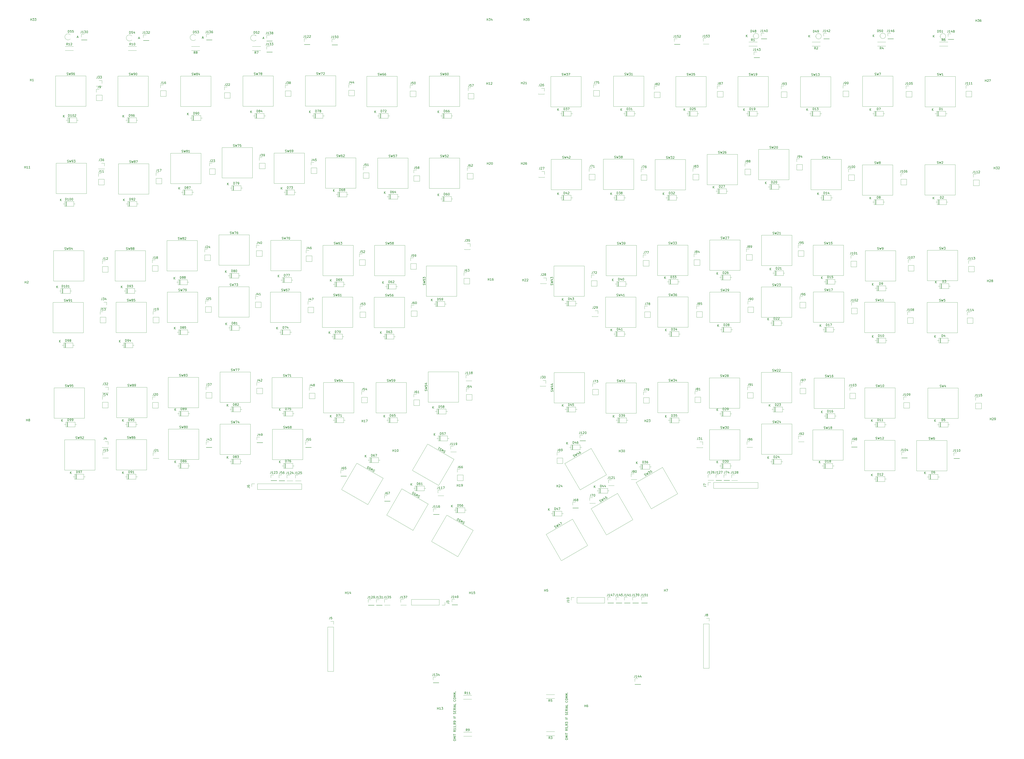
<source format=gbr>
%TF.GenerationSoftware,KiCad,Pcbnew,6.0.10-86aedd382b~118~ubuntu20.04.1*%
%TF.CreationDate,2022-12-20T19:00:56+01:00*%
%TF.ProjectId,Europe-flex,4575726f-7065-42d6-966c-65782e6b6963,rev?*%
%TF.SameCoordinates,Original*%
%TF.FileFunction,Legend,Top*%
%TF.FilePolarity,Positive*%
%FSLAX46Y46*%
G04 Gerber Fmt 4.6, Leading zero omitted, Abs format (unit mm)*
G04 Created by KiCad (PCBNEW 6.0.10-86aedd382b~118~ubuntu20.04.1) date 2022-12-20 19:00:56*
%MOMM*%
%LPD*%
G01*
G04 APERTURE LIST*
%ADD10C,0.150000*%
%ADD11C,0.120000*%
%ADD12C,7.500000*%
%ADD13R,1.600000X1.600000*%
%ADD14O,1.600000X1.600000*%
%ADD15R,1.700000X1.700000*%
%ADD16O,1.700000X1.700000*%
%ADD17C,1.700000*%
%ADD18C,4.000000*%
%ADD19C,2.200000*%
%ADD20R,1.500000X1.500000*%
%ADD21O,1.500000X1.500000*%
%ADD22C,1.400000*%
%ADD23O,1.400000X1.400000*%
%ADD24R,1.800000X1.800000*%
%ADD25O,1.800000X1.800000*%
%ADD26C,1.100000*%
%ADD27R,1.650000X1.650000*%
%ADD28C,1.650000*%
G04 APERTURE END LIST*
D10*
X338372380Y-373651428D02*
X338372380Y-373460952D01*
X338420000Y-373365714D01*
X338515238Y-373270476D01*
X338705714Y-373222857D01*
X339039047Y-373222857D01*
X339229523Y-373270476D01*
X339324761Y-373365714D01*
X339372380Y-373460952D01*
X339372380Y-373651428D01*
X339324761Y-373746666D01*
X339229523Y-373841904D01*
X339039047Y-373889523D01*
X338705714Y-373889523D01*
X338515238Y-373841904D01*
X338420000Y-373746666D01*
X338372380Y-373651428D01*
X339372380Y-372794285D02*
X338372380Y-372794285D01*
X339086666Y-372460952D01*
X338372380Y-372127619D01*
X339372380Y-372127619D01*
X339372380Y-371651428D02*
X338372380Y-371651428D01*
X338372380Y-371318095D02*
X338372380Y-370746666D01*
X339372380Y-371032380D02*
X338372380Y-371032380D01*
X339372380Y-369080000D02*
X338896190Y-369413333D01*
X339372380Y-369651428D02*
X338372380Y-369651428D01*
X338372380Y-369270476D01*
X338420000Y-369175238D01*
X338467619Y-369127619D01*
X338562857Y-369080000D01*
X338705714Y-369080000D01*
X338800952Y-369127619D01*
X338848571Y-369175238D01*
X338896190Y-369270476D01*
X338896190Y-369651428D01*
X338372380Y-368175238D02*
X338372380Y-368651428D01*
X338848571Y-368699047D01*
X338800952Y-368651428D01*
X338753333Y-368556190D01*
X338753333Y-368318095D01*
X338800952Y-368222857D01*
X338848571Y-368175238D01*
X338943809Y-368127619D01*
X339181904Y-368127619D01*
X339277142Y-368175238D01*
X339324761Y-368222857D01*
X339372380Y-368318095D01*
X339372380Y-368556190D01*
X339324761Y-368651428D01*
X339277142Y-368699047D01*
X339324761Y-367651428D02*
X339372380Y-367651428D01*
X339467619Y-367699047D01*
X339515238Y-367746666D01*
X339372380Y-366651428D02*
X338896190Y-366984761D01*
X339372380Y-367222857D02*
X338372380Y-367222857D01*
X338372380Y-366841904D01*
X338420000Y-366746666D01*
X338467619Y-366699047D01*
X338562857Y-366651428D01*
X338705714Y-366651428D01*
X338800952Y-366699047D01*
X338848571Y-366746666D01*
X338896190Y-366841904D01*
X338896190Y-367222857D01*
X338372380Y-366318095D02*
X338372380Y-365699047D01*
X338753333Y-366032380D01*
X338753333Y-365889523D01*
X338800952Y-365794285D01*
X338848571Y-365746666D01*
X338943809Y-365699047D01*
X339181904Y-365699047D01*
X339277142Y-365746666D01*
X339324761Y-365794285D01*
X339372380Y-365889523D01*
X339372380Y-366175238D01*
X339324761Y-366270476D01*
X339277142Y-366318095D01*
X339372380Y-364508571D02*
X338372380Y-364508571D01*
X338848571Y-363699047D02*
X338848571Y-364032380D01*
X339372380Y-364032380D02*
X338372380Y-364032380D01*
X338372380Y-363556190D01*
X339324761Y-362460952D02*
X339372380Y-362318095D01*
X339372380Y-362080000D01*
X339324761Y-361984761D01*
X339277142Y-361937142D01*
X339181904Y-361889523D01*
X339086666Y-361889523D01*
X338991428Y-361937142D01*
X338943809Y-361984761D01*
X338896190Y-362080000D01*
X338848571Y-362270476D01*
X338800952Y-362365714D01*
X338753333Y-362413333D01*
X338658095Y-362460952D01*
X338562857Y-362460952D01*
X338467619Y-362413333D01*
X338420000Y-362365714D01*
X338372380Y-362270476D01*
X338372380Y-362032380D01*
X338420000Y-361889523D01*
X338848571Y-361460952D02*
X338848571Y-361127619D01*
X339372380Y-360984761D02*
X339372380Y-361460952D01*
X338372380Y-361460952D01*
X338372380Y-360984761D01*
X339372380Y-359984761D02*
X338896190Y-360318095D01*
X339372380Y-360556190D02*
X338372380Y-360556190D01*
X338372380Y-360175238D01*
X338420000Y-360080000D01*
X338467619Y-360032380D01*
X338562857Y-359984761D01*
X338705714Y-359984761D01*
X338800952Y-360032380D01*
X338848571Y-360080000D01*
X338896190Y-360175238D01*
X338896190Y-360556190D01*
X339372380Y-359556190D02*
X338372380Y-359556190D01*
X339086666Y-359127619D02*
X339086666Y-358651428D01*
X339372380Y-359222857D02*
X338372380Y-358889523D01*
X339372380Y-358556190D01*
X339372380Y-357746666D02*
X339372380Y-358222857D01*
X338372380Y-358222857D01*
X339277142Y-356080000D02*
X339324761Y-356127619D01*
X339372380Y-356270476D01*
X339372380Y-356365714D01*
X339324761Y-356508571D01*
X339229523Y-356603809D01*
X339134285Y-356651428D01*
X338943809Y-356699047D01*
X338800952Y-356699047D01*
X338610476Y-356651428D01*
X338515238Y-356603809D01*
X338420000Y-356508571D01*
X338372380Y-356365714D01*
X338372380Y-356270476D01*
X338420000Y-356127619D01*
X338467619Y-356080000D01*
X338372380Y-355460952D02*
X338372380Y-355270476D01*
X338420000Y-355175238D01*
X338515238Y-355080000D01*
X338705714Y-355032380D01*
X339039047Y-355032380D01*
X339229523Y-355080000D01*
X339324761Y-355175238D01*
X339372380Y-355270476D01*
X339372380Y-355460952D01*
X339324761Y-355556190D01*
X339229523Y-355651428D01*
X339039047Y-355699047D01*
X338705714Y-355699047D01*
X338515238Y-355651428D01*
X338420000Y-355556190D01*
X338372380Y-355460952D01*
X339372380Y-354603809D02*
X338372380Y-354603809D01*
X339086666Y-354270476D01*
X338372380Y-353937142D01*
X339372380Y-353937142D01*
X339372380Y-353460952D02*
X338372380Y-353460952D01*
X339086666Y-353127619D01*
X338372380Y-352794285D01*
X339372380Y-352794285D01*
X339277142Y-352318095D02*
X339324761Y-352270476D01*
X339372380Y-352318095D01*
X339324761Y-352365714D01*
X339277142Y-352318095D01*
X339372380Y-352318095D01*
X286952380Y-374127619D02*
X286952380Y-373937142D01*
X287000000Y-373841904D01*
X287095238Y-373746666D01*
X287285714Y-373699047D01*
X287619047Y-373699047D01*
X287809523Y-373746666D01*
X287904761Y-373841904D01*
X287952380Y-373937142D01*
X287952380Y-374127619D01*
X287904761Y-374222857D01*
X287809523Y-374318095D01*
X287619047Y-374365714D01*
X287285714Y-374365714D01*
X287095238Y-374318095D01*
X287000000Y-374222857D01*
X286952380Y-374127619D01*
X287952380Y-373270476D02*
X286952380Y-373270476D01*
X287666666Y-372937142D01*
X286952380Y-372603809D01*
X287952380Y-372603809D01*
X287952380Y-372127619D02*
X286952380Y-372127619D01*
X286952380Y-371794285D02*
X286952380Y-371222857D01*
X287952380Y-371508571D02*
X286952380Y-371508571D01*
X287952380Y-369556190D02*
X287476190Y-369889523D01*
X287952380Y-370127619D02*
X286952380Y-370127619D01*
X286952380Y-369746666D01*
X287000000Y-369651428D01*
X287047619Y-369603809D01*
X287142857Y-369556190D01*
X287285714Y-369556190D01*
X287380952Y-369603809D01*
X287428571Y-369651428D01*
X287476190Y-369746666D01*
X287476190Y-370127619D01*
X287952380Y-368603809D02*
X287952380Y-369175238D01*
X287952380Y-368889523D02*
X286952380Y-368889523D01*
X287095238Y-368984761D01*
X287190476Y-369080000D01*
X287238095Y-369175238D01*
X287952380Y-367651428D02*
X287952380Y-368222857D01*
X287952380Y-367937142D02*
X286952380Y-367937142D01*
X287095238Y-368032380D01*
X287190476Y-368127619D01*
X287238095Y-368222857D01*
X287904761Y-367175238D02*
X287952380Y-367175238D01*
X288047619Y-367222857D01*
X288095238Y-367270476D01*
X287952380Y-366175238D02*
X287476190Y-366508571D01*
X287952380Y-366746666D02*
X286952380Y-366746666D01*
X286952380Y-366365714D01*
X287000000Y-366270476D01*
X287047619Y-366222857D01*
X287142857Y-366175238D01*
X287285714Y-366175238D01*
X287380952Y-366222857D01*
X287428571Y-366270476D01*
X287476190Y-366365714D01*
X287476190Y-366746666D01*
X287952380Y-365699047D02*
X287952380Y-365508571D01*
X287904761Y-365413333D01*
X287857142Y-365365714D01*
X287714285Y-365270476D01*
X287523809Y-365222857D01*
X287142857Y-365222857D01*
X287047619Y-365270476D01*
X287000000Y-365318095D01*
X286952380Y-365413333D01*
X286952380Y-365603809D01*
X287000000Y-365699047D01*
X287047619Y-365746666D01*
X287142857Y-365794285D01*
X287380952Y-365794285D01*
X287476190Y-365746666D01*
X287523809Y-365699047D01*
X287571428Y-365603809D01*
X287571428Y-365413333D01*
X287523809Y-365318095D01*
X287476190Y-365270476D01*
X287380952Y-365222857D01*
X287952380Y-364032380D02*
X286952380Y-364032380D01*
X287428571Y-363222857D02*
X287428571Y-363556190D01*
X287952380Y-363556190D02*
X286952380Y-363556190D01*
X286952380Y-363080000D01*
X287904761Y-361984761D02*
X287952380Y-361841904D01*
X287952380Y-361603809D01*
X287904761Y-361508571D01*
X287857142Y-361460952D01*
X287761904Y-361413333D01*
X287666666Y-361413333D01*
X287571428Y-361460952D01*
X287523809Y-361508571D01*
X287476190Y-361603809D01*
X287428571Y-361794285D01*
X287380952Y-361889523D01*
X287333333Y-361937142D01*
X287238095Y-361984761D01*
X287142857Y-361984761D01*
X287047619Y-361937142D01*
X287000000Y-361889523D01*
X286952380Y-361794285D01*
X286952380Y-361556190D01*
X287000000Y-361413333D01*
X287428571Y-360984761D02*
X287428571Y-360651428D01*
X287952380Y-360508571D02*
X287952380Y-360984761D01*
X286952380Y-360984761D01*
X286952380Y-360508571D01*
X287952380Y-359508571D02*
X287476190Y-359841904D01*
X287952380Y-360080000D02*
X286952380Y-360080000D01*
X286952380Y-359699047D01*
X287000000Y-359603809D01*
X287047619Y-359556190D01*
X287142857Y-359508571D01*
X287285714Y-359508571D01*
X287380952Y-359556190D01*
X287428571Y-359603809D01*
X287476190Y-359699047D01*
X287476190Y-360080000D01*
X287952380Y-359080000D02*
X286952380Y-359080000D01*
X287666666Y-358651428D02*
X287666666Y-358175238D01*
X287952380Y-358746666D02*
X286952380Y-358413333D01*
X287952380Y-358080000D01*
X287952380Y-357270476D02*
X287952380Y-357746666D01*
X286952380Y-357746666D01*
X287857142Y-355603809D02*
X287904761Y-355651428D01*
X287952380Y-355794285D01*
X287952380Y-355889523D01*
X287904761Y-356032380D01*
X287809523Y-356127619D01*
X287714285Y-356175238D01*
X287523809Y-356222857D01*
X287380952Y-356222857D01*
X287190476Y-356175238D01*
X287095238Y-356127619D01*
X287000000Y-356032380D01*
X286952380Y-355889523D01*
X286952380Y-355794285D01*
X287000000Y-355651428D01*
X287047619Y-355603809D01*
X286952380Y-354984761D02*
X286952380Y-354794285D01*
X287000000Y-354699047D01*
X287095238Y-354603809D01*
X287285714Y-354556190D01*
X287619047Y-354556190D01*
X287809523Y-354603809D01*
X287904761Y-354699047D01*
X287952380Y-354794285D01*
X287952380Y-354984761D01*
X287904761Y-355080000D01*
X287809523Y-355175238D01*
X287619047Y-355222857D01*
X287285714Y-355222857D01*
X287095238Y-355175238D01*
X287000000Y-355080000D01*
X286952380Y-354984761D01*
X287952380Y-354127619D02*
X286952380Y-354127619D01*
X287666666Y-353794285D01*
X286952380Y-353460952D01*
X287952380Y-353460952D01*
X287952380Y-352984761D02*
X286952380Y-352984761D01*
X287666666Y-352651428D01*
X286952380Y-352318095D01*
X287952380Y-352318095D01*
X287857142Y-351841904D02*
X287904761Y-351794285D01*
X287952380Y-351841904D01*
X287904761Y-351889523D01*
X287857142Y-351841904D01*
X287952380Y-351841904D01*
%TO.C,H36*%
X526761904Y-43702380D02*
X526761904Y-42702380D01*
X526761904Y-43178571D02*
X527333333Y-43178571D01*
X527333333Y-43702380D02*
X527333333Y-42702380D01*
X527714285Y-42702380D02*
X528333333Y-42702380D01*
X528000000Y-43083333D01*
X528142857Y-43083333D01*
X528238095Y-43130952D01*
X528285714Y-43178571D01*
X528333333Y-43273809D01*
X528333333Y-43511904D01*
X528285714Y-43607142D01*
X528238095Y-43654761D01*
X528142857Y-43702380D01*
X527857142Y-43702380D01*
X527761904Y-43654761D01*
X527714285Y-43607142D01*
X529190476Y-42702380D02*
X529000000Y-42702380D01*
X528904761Y-42750000D01*
X528857142Y-42797619D01*
X528761904Y-42940476D01*
X528714285Y-43130952D01*
X528714285Y-43511904D01*
X528761904Y-43607142D01*
X528809523Y-43654761D01*
X528904761Y-43702380D01*
X529095238Y-43702380D01*
X529190476Y-43654761D01*
X529238095Y-43607142D01*
X529285714Y-43511904D01*
X529285714Y-43273809D01*
X529238095Y-43178571D01*
X529190476Y-43130952D01*
X529095238Y-43083333D01*
X528904761Y-43083333D01*
X528809523Y-43130952D01*
X528761904Y-43178571D01*
X528714285Y-43273809D01*
%TO.C,H35*%
X319261904Y-43202380D02*
X319261904Y-42202380D01*
X319261904Y-42678571D02*
X319833333Y-42678571D01*
X319833333Y-43202380D02*
X319833333Y-42202380D01*
X320214285Y-42202380D02*
X320833333Y-42202380D01*
X320500000Y-42583333D01*
X320642857Y-42583333D01*
X320738095Y-42630952D01*
X320785714Y-42678571D01*
X320833333Y-42773809D01*
X320833333Y-43011904D01*
X320785714Y-43107142D01*
X320738095Y-43154761D01*
X320642857Y-43202380D01*
X320357142Y-43202380D01*
X320261904Y-43154761D01*
X320214285Y-43107142D01*
X321738095Y-42202380D02*
X321261904Y-42202380D01*
X321214285Y-42678571D01*
X321261904Y-42630952D01*
X321357142Y-42583333D01*
X321595238Y-42583333D01*
X321690476Y-42630952D01*
X321738095Y-42678571D01*
X321785714Y-42773809D01*
X321785714Y-43011904D01*
X321738095Y-43107142D01*
X321690476Y-43154761D01*
X321595238Y-43202380D01*
X321357142Y-43202380D01*
X321261904Y-43154761D01*
X321214285Y-43107142D01*
%TO.C,H34*%
X302261904Y-43202380D02*
X302261904Y-42202380D01*
X302261904Y-42678571D02*
X302833333Y-42678571D01*
X302833333Y-43202380D02*
X302833333Y-42202380D01*
X303214285Y-42202380D02*
X303833333Y-42202380D01*
X303500000Y-42583333D01*
X303642857Y-42583333D01*
X303738095Y-42630952D01*
X303785714Y-42678571D01*
X303833333Y-42773809D01*
X303833333Y-43011904D01*
X303785714Y-43107142D01*
X303738095Y-43154761D01*
X303642857Y-43202380D01*
X303357142Y-43202380D01*
X303261904Y-43154761D01*
X303214285Y-43107142D01*
X304690476Y-42535714D02*
X304690476Y-43202380D01*
X304452380Y-42154761D02*
X304214285Y-42869047D01*
X304833333Y-42869047D01*
%TO.C,H33*%
X92761904Y-43202380D02*
X92761904Y-42202380D01*
X92761904Y-42678571D02*
X93333333Y-42678571D01*
X93333333Y-43202380D02*
X93333333Y-42202380D01*
X93714285Y-42202380D02*
X94333333Y-42202380D01*
X94000000Y-42583333D01*
X94142857Y-42583333D01*
X94238095Y-42630952D01*
X94285714Y-42678571D01*
X94333333Y-42773809D01*
X94333333Y-43011904D01*
X94285714Y-43107142D01*
X94238095Y-43154761D01*
X94142857Y-43202380D01*
X93857142Y-43202380D01*
X93761904Y-43154761D01*
X93714285Y-43107142D01*
X94666666Y-42202380D02*
X95285714Y-42202380D01*
X94952380Y-42583333D01*
X95095238Y-42583333D01*
X95190476Y-42630952D01*
X95238095Y-42678571D01*
X95285714Y-42773809D01*
X95285714Y-43011904D01*
X95238095Y-43107142D01*
X95190476Y-43154761D01*
X95095238Y-43202380D01*
X94809523Y-43202380D01*
X94714285Y-43154761D01*
X94666666Y-43107142D01*
%TO.C,D23*%
X434695714Y-220332380D02*
X434695714Y-219332380D01*
X434933809Y-219332380D01*
X435076666Y-219380000D01*
X435171904Y-219475238D01*
X435219523Y-219570476D01*
X435267142Y-219760952D01*
X435267142Y-219903809D01*
X435219523Y-220094285D01*
X435171904Y-220189523D01*
X435076666Y-220284761D01*
X434933809Y-220332380D01*
X434695714Y-220332380D01*
X435648095Y-219427619D02*
X435695714Y-219380000D01*
X435790952Y-219332380D01*
X436029047Y-219332380D01*
X436124285Y-219380000D01*
X436171904Y-219427619D01*
X436219523Y-219522857D01*
X436219523Y-219618095D01*
X436171904Y-219760952D01*
X435600476Y-220332380D01*
X436219523Y-220332380D01*
X436552857Y-219332380D02*
X437171904Y-219332380D01*
X436838571Y-219713333D01*
X436981428Y-219713333D01*
X437076666Y-219760952D01*
X437124285Y-219808571D01*
X437171904Y-219903809D01*
X437171904Y-220141904D01*
X437124285Y-220237142D01*
X437076666Y-220284761D01*
X436981428Y-220332380D01*
X436695714Y-220332380D01*
X436600476Y-220284761D01*
X436552857Y-220237142D01*
X431838095Y-220652380D02*
X431838095Y-219652380D01*
X432409523Y-220652380D02*
X431980952Y-220080952D01*
X432409523Y-219652380D02*
X431838095Y-220223809D01*
%TO.C,J83*%
X397400476Y-109712380D02*
X397400476Y-110426666D01*
X397352857Y-110569523D01*
X397257619Y-110664761D01*
X397114761Y-110712380D01*
X397019523Y-110712380D01*
X398019523Y-110140952D02*
X397924285Y-110093333D01*
X397876666Y-110045714D01*
X397829047Y-109950476D01*
X397829047Y-109902857D01*
X397876666Y-109807619D01*
X397924285Y-109760000D01*
X398019523Y-109712380D01*
X398210000Y-109712380D01*
X398305238Y-109760000D01*
X398352857Y-109807619D01*
X398400476Y-109902857D01*
X398400476Y-109950476D01*
X398352857Y-110045714D01*
X398305238Y-110093333D01*
X398210000Y-110140952D01*
X398019523Y-110140952D01*
X397924285Y-110188571D01*
X397876666Y-110236190D01*
X397829047Y-110331428D01*
X397829047Y-110521904D01*
X397876666Y-110617142D01*
X397924285Y-110664761D01*
X398019523Y-110712380D01*
X398210000Y-110712380D01*
X398305238Y-110664761D01*
X398352857Y-110617142D01*
X398400476Y-110521904D01*
X398400476Y-110331428D01*
X398352857Y-110236190D01*
X398305238Y-110188571D01*
X398210000Y-110140952D01*
X398733809Y-109712380D02*
X399352857Y-109712380D01*
X399019523Y-110093333D01*
X399162380Y-110093333D01*
X399257619Y-110140952D01*
X399305238Y-110188571D01*
X399352857Y-110283809D01*
X399352857Y-110521904D01*
X399305238Y-110617142D01*
X399257619Y-110664761D01*
X399162380Y-110712380D01*
X398876666Y-110712380D01*
X398781428Y-110664761D01*
X398733809Y-110617142D01*
%TO.C,D91*%
X137785714Y-251262380D02*
X137785714Y-250262380D01*
X138023809Y-250262380D01*
X138166666Y-250310000D01*
X138261904Y-250405238D01*
X138309523Y-250500476D01*
X138357142Y-250690952D01*
X138357142Y-250833809D01*
X138309523Y-251024285D01*
X138261904Y-251119523D01*
X138166666Y-251214761D01*
X138023809Y-251262380D01*
X137785714Y-251262380D01*
X138833333Y-251262380D02*
X139023809Y-251262380D01*
X139119047Y-251214761D01*
X139166666Y-251167142D01*
X139261904Y-251024285D01*
X139309523Y-250833809D01*
X139309523Y-250452857D01*
X139261904Y-250357619D01*
X139214285Y-250310000D01*
X139119047Y-250262380D01*
X138928571Y-250262380D01*
X138833333Y-250310000D01*
X138785714Y-250357619D01*
X138738095Y-250452857D01*
X138738095Y-250690952D01*
X138785714Y-250786190D01*
X138833333Y-250833809D01*
X138928571Y-250881428D01*
X139119047Y-250881428D01*
X139214285Y-250833809D01*
X139261904Y-250786190D01*
X139309523Y-250690952D01*
X140261904Y-251262380D02*
X139690476Y-251262380D01*
X139976190Y-251262380D02*
X139976190Y-250262380D01*
X139880952Y-250405238D01*
X139785714Y-250500476D01*
X139690476Y-250548095D01*
X134928095Y-251582380D02*
X134928095Y-250582380D01*
X135499523Y-251582380D02*
X135070952Y-251010952D01*
X135499523Y-250582380D02*
X134928095Y-251153809D01*
%TO.C,J137*%
X262714285Y-307782380D02*
X262714285Y-308496666D01*
X262666666Y-308639523D01*
X262571428Y-308734761D01*
X262428571Y-308782380D01*
X262333333Y-308782380D01*
X263714285Y-308782380D02*
X263142857Y-308782380D01*
X263428571Y-308782380D02*
X263428571Y-307782380D01*
X263333333Y-307925238D01*
X263238095Y-308020476D01*
X263142857Y-308068095D01*
X264047619Y-307782380D02*
X264666666Y-307782380D01*
X264333333Y-308163333D01*
X264476190Y-308163333D01*
X264571428Y-308210952D01*
X264619047Y-308258571D01*
X264666666Y-308353809D01*
X264666666Y-308591904D01*
X264619047Y-308687142D01*
X264571428Y-308734761D01*
X264476190Y-308782380D01*
X264190476Y-308782380D01*
X264095238Y-308734761D01*
X264047619Y-308687142D01*
X265000000Y-307782380D02*
X265666666Y-307782380D01*
X265238095Y-308782380D01*
%TO.C,J124*%
X210502285Y-250650380D02*
X210502285Y-251364666D01*
X210454666Y-251507523D01*
X210359428Y-251602761D01*
X210216571Y-251650380D01*
X210121333Y-251650380D01*
X211502285Y-251650380D02*
X210930857Y-251650380D01*
X211216571Y-251650380D02*
X211216571Y-250650380D01*
X211121333Y-250793238D01*
X211026095Y-250888476D01*
X210930857Y-250936095D01*
X211883238Y-250745619D02*
X211930857Y-250698000D01*
X212026095Y-250650380D01*
X212264190Y-250650380D01*
X212359428Y-250698000D01*
X212407047Y-250745619D01*
X212454666Y-250840857D01*
X212454666Y-250936095D01*
X212407047Y-251078952D01*
X211835619Y-251650380D01*
X212454666Y-251650380D01*
X213311809Y-250983714D02*
X213311809Y-251650380D01*
X213073714Y-250602761D02*
X212835619Y-251317047D01*
X213454666Y-251317047D01*
%TO.C,J112*%
X525714285Y-112312380D02*
X525714285Y-113026666D01*
X525666666Y-113169523D01*
X525571428Y-113264761D01*
X525428571Y-113312380D01*
X525333333Y-113312380D01*
X526714285Y-113312380D02*
X526142857Y-113312380D01*
X526428571Y-113312380D02*
X526428571Y-112312380D01*
X526333333Y-112455238D01*
X526238095Y-112550476D01*
X526142857Y-112598095D01*
X527666666Y-113312380D02*
X527095238Y-113312380D01*
X527380952Y-113312380D02*
X527380952Y-112312380D01*
X527285714Y-112455238D01*
X527190476Y-112550476D01*
X527095238Y-112598095D01*
X528047619Y-112407619D02*
X528095238Y-112360000D01*
X528190476Y-112312380D01*
X528428571Y-112312380D01*
X528523809Y-112360000D01*
X528571428Y-112407619D01*
X528619047Y-112502857D01*
X528619047Y-112598095D01*
X528571428Y-112740952D01*
X528000000Y-113312380D01*
X528619047Y-113312380D01*
%TO.C,D61*%
X270209714Y-256644380D02*
X270209714Y-255644380D01*
X270447809Y-255644380D01*
X270590666Y-255692000D01*
X270685904Y-255787238D01*
X270733523Y-255882476D01*
X270781142Y-256072952D01*
X270781142Y-256215809D01*
X270733523Y-256406285D01*
X270685904Y-256501523D01*
X270590666Y-256596761D01*
X270447809Y-256644380D01*
X270209714Y-256644380D01*
X271638285Y-255644380D02*
X271447809Y-255644380D01*
X271352571Y-255692000D01*
X271304952Y-255739619D01*
X271209714Y-255882476D01*
X271162095Y-256072952D01*
X271162095Y-256453904D01*
X271209714Y-256549142D01*
X271257333Y-256596761D01*
X271352571Y-256644380D01*
X271543047Y-256644380D01*
X271638285Y-256596761D01*
X271685904Y-256549142D01*
X271733523Y-256453904D01*
X271733523Y-256215809D01*
X271685904Y-256120571D01*
X271638285Y-256072952D01*
X271543047Y-256025333D01*
X271352571Y-256025333D01*
X271257333Y-256072952D01*
X271209714Y-256120571D01*
X271162095Y-256215809D01*
X272685904Y-256644380D02*
X272114476Y-256644380D01*
X272400190Y-256644380D02*
X272400190Y-255644380D01*
X272304952Y-255787238D01*
X272209714Y-255882476D01*
X272114476Y-255930095D01*
X267352095Y-256964380D02*
X267352095Y-255964380D01*
X267923523Y-256964380D02*
X267494952Y-256392952D01*
X267923523Y-255964380D02*
X267352095Y-256535809D01*
%TO.C,J109*%
X493714285Y-214652380D02*
X493714285Y-215366666D01*
X493666666Y-215509523D01*
X493571428Y-215604761D01*
X493428571Y-215652380D01*
X493333333Y-215652380D01*
X494714285Y-215652380D02*
X494142857Y-215652380D01*
X494428571Y-215652380D02*
X494428571Y-214652380D01*
X494333333Y-214795238D01*
X494238095Y-214890476D01*
X494142857Y-214938095D01*
X495333333Y-214652380D02*
X495428571Y-214652380D01*
X495523809Y-214700000D01*
X495571428Y-214747619D01*
X495619047Y-214842857D01*
X495666666Y-215033333D01*
X495666666Y-215271428D01*
X495619047Y-215461904D01*
X495571428Y-215557142D01*
X495523809Y-215604761D01*
X495428571Y-215652380D01*
X495333333Y-215652380D01*
X495238095Y-215604761D01*
X495190476Y-215557142D01*
X495142857Y-215461904D01*
X495095238Y-215271428D01*
X495095238Y-215033333D01*
X495142857Y-214842857D01*
X495190476Y-214747619D01*
X495238095Y-214700000D01*
X495333333Y-214652380D01*
X496142857Y-215652380D02*
X496333333Y-215652380D01*
X496428571Y-215604761D01*
X496476190Y-215557142D01*
X496571428Y-215414285D01*
X496619047Y-215223809D01*
X496619047Y-214842857D01*
X496571428Y-214747619D01*
X496523809Y-214700000D01*
X496428571Y-214652380D01*
X496238095Y-214652380D01*
X496142857Y-214700000D01*
X496095238Y-214747619D01*
X496047619Y-214842857D01*
X496047619Y-215080952D01*
X496095238Y-215176190D01*
X496142857Y-215223809D01*
X496238095Y-215271428D01*
X496428571Y-215271428D01*
X496523809Y-215223809D01*
X496571428Y-215176190D01*
X496619047Y-215080952D01*
%TO.C,H15*%
X294261904Y-306782380D02*
X294261904Y-305782380D01*
X294261904Y-306258571D02*
X294833333Y-306258571D01*
X294833333Y-306782380D02*
X294833333Y-305782380D01*
X295833333Y-306782380D02*
X295261904Y-306782380D01*
X295547619Y-306782380D02*
X295547619Y-305782380D01*
X295452380Y-305925238D01*
X295357142Y-306020476D01*
X295261904Y-306068095D01*
X296738095Y-305782380D02*
X296261904Y-305782380D01*
X296214285Y-306258571D01*
X296261904Y-306210952D01*
X296357142Y-306163333D01*
X296595238Y-306163333D01*
X296690476Y-306210952D01*
X296738095Y-306258571D01*
X296785714Y-306353809D01*
X296785714Y-306591904D01*
X296738095Y-306687142D01*
X296690476Y-306734761D01*
X296595238Y-306782380D01*
X296357142Y-306782380D01*
X296261904Y-306734761D01*
X296214285Y-306687142D01*
%TO.C,J24*%
X173150476Y-146822380D02*
X173150476Y-147536666D01*
X173102857Y-147679523D01*
X173007619Y-147774761D01*
X172864761Y-147822380D01*
X172769523Y-147822380D01*
X173579047Y-146917619D02*
X173626666Y-146870000D01*
X173721904Y-146822380D01*
X173960000Y-146822380D01*
X174055238Y-146870000D01*
X174102857Y-146917619D01*
X174150476Y-147012857D01*
X174150476Y-147108095D01*
X174102857Y-147250952D01*
X173531428Y-147822380D01*
X174150476Y-147822380D01*
X175007619Y-147155714D02*
X175007619Y-147822380D01*
X174769523Y-146774761D02*
X174531428Y-147489047D01*
X175150476Y-147489047D01*
%TO.C,J39*%
X198270476Y-104582380D02*
X198270476Y-105296666D01*
X198222857Y-105439523D01*
X198127619Y-105534761D01*
X197984761Y-105582380D01*
X197889523Y-105582380D01*
X198651428Y-104582380D02*
X199270476Y-104582380D01*
X198937142Y-104963333D01*
X199080000Y-104963333D01*
X199175238Y-105010952D01*
X199222857Y-105058571D01*
X199270476Y-105153809D01*
X199270476Y-105391904D01*
X199222857Y-105487142D01*
X199175238Y-105534761D01*
X199080000Y-105582380D01*
X198794285Y-105582380D01*
X198699047Y-105534761D01*
X198651428Y-105487142D01*
X199746666Y-105582380D02*
X199937142Y-105582380D01*
X200032380Y-105534761D01*
X200080000Y-105487142D01*
X200175238Y-105344285D01*
X200222857Y-105153809D01*
X200222857Y-104772857D01*
X200175238Y-104677619D01*
X200127619Y-104630000D01*
X200032380Y-104582380D01*
X199841904Y-104582380D01*
X199746666Y-104630000D01*
X199699047Y-104677619D01*
X199651428Y-104772857D01*
X199651428Y-105010952D01*
X199699047Y-105106190D01*
X199746666Y-105153809D01*
X199841904Y-105201428D01*
X200032380Y-105201428D01*
X200127619Y-105153809D01*
X200175238Y-105106190D01*
X200222857Y-105010952D01*
%TO.C,D90*%
X167595714Y-86332380D02*
X167595714Y-85332380D01*
X167833809Y-85332380D01*
X167976666Y-85380000D01*
X168071904Y-85475238D01*
X168119523Y-85570476D01*
X168167142Y-85760952D01*
X168167142Y-85903809D01*
X168119523Y-86094285D01*
X168071904Y-86189523D01*
X167976666Y-86284761D01*
X167833809Y-86332380D01*
X167595714Y-86332380D01*
X168643333Y-86332380D02*
X168833809Y-86332380D01*
X168929047Y-86284761D01*
X168976666Y-86237142D01*
X169071904Y-86094285D01*
X169119523Y-85903809D01*
X169119523Y-85522857D01*
X169071904Y-85427619D01*
X169024285Y-85380000D01*
X168929047Y-85332380D01*
X168738571Y-85332380D01*
X168643333Y-85380000D01*
X168595714Y-85427619D01*
X168548095Y-85522857D01*
X168548095Y-85760952D01*
X168595714Y-85856190D01*
X168643333Y-85903809D01*
X168738571Y-85951428D01*
X168929047Y-85951428D01*
X169024285Y-85903809D01*
X169071904Y-85856190D01*
X169119523Y-85760952D01*
X169738571Y-85332380D02*
X169833809Y-85332380D01*
X169929047Y-85380000D01*
X169976666Y-85427619D01*
X170024285Y-85522857D01*
X170071904Y-85713333D01*
X170071904Y-85951428D01*
X170024285Y-86141904D01*
X169976666Y-86237142D01*
X169929047Y-86284761D01*
X169833809Y-86332380D01*
X169738571Y-86332380D01*
X169643333Y-86284761D01*
X169595714Y-86237142D01*
X169548095Y-86141904D01*
X169500476Y-85951428D01*
X169500476Y-85713333D01*
X169548095Y-85522857D01*
X169595714Y-85427619D01*
X169643333Y-85380000D01*
X169738571Y-85332380D01*
X164738095Y-86652380D02*
X164738095Y-85652380D01*
X165309523Y-86652380D02*
X164880952Y-86080952D01*
X165309523Y-85652380D02*
X164738095Y-86223809D01*
%TO.C,J99*%
X466290476Y-71462380D02*
X466290476Y-72176666D01*
X466242857Y-72319523D01*
X466147619Y-72414761D01*
X466004761Y-72462380D01*
X465909523Y-72462380D01*
X466814285Y-72462380D02*
X467004761Y-72462380D01*
X467100000Y-72414761D01*
X467147619Y-72367142D01*
X467242857Y-72224285D01*
X467290476Y-72033809D01*
X467290476Y-71652857D01*
X467242857Y-71557619D01*
X467195238Y-71510000D01*
X467100000Y-71462380D01*
X466909523Y-71462380D01*
X466814285Y-71510000D01*
X466766666Y-71557619D01*
X466719047Y-71652857D01*
X466719047Y-71890952D01*
X466766666Y-71986190D01*
X466814285Y-72033809D01*
X466909523Y-72081428D01*
X467100000Y-72081428D01*
X467195238Y-72033809D01*
X467242857Y-71986190D01*
X467290476Y-71890952D01*
X467766666Y-72462380D02*
X467957142Y-72462380D01*
X468052380Y-72414761D01*
X468100000Y-72367142D01*
X468195238Y-72224285D01*
X468242857Y-72033809D01*
X468242857Y-71652857D01*
X468195238Y-71557619D01*
X468147619Y-71510000D01*
X468052380Y-71462380D01*
X467861904Y-71462380D01*
X467766666Y-71510000D01*
X467719047Y-71557619D01*
X467671428Y-71652857D01*
X467671428Y-71890952D01*
X467719047Y-71986190D01*
X467766666Y-72033809D01*
X467861904Y-72081428D01*
X468052380Y-72081428D01*
X468147619Y-72033809D01*
X468195238Y-71986190D01*
X468242857Y-71890952D01*
%TO.C,H24*%
X334341904Y-257702380D02*
X334341904Y-256702380D01*
X334341904Y-257178571D02*
X334913333Y-257178571D01*
X334913333Y-257702380D02*
X334913333Y-256702380D01*
X335341904Y-256797619D02*
X335389523Y-256750000D01*
X335484761Y-256702380D01*
X335722857Y-256702380D01*
X335818095Y-256750000D01*
X335865714Y-256797619D01*
X335913333Y-256892857D01*
X335913333Y-256988095D01*
X335865714Y-257130952D01*
X335294285Y-257702380D01*
X335913333Y-257702380D01*
X336770476Y-257035714D02*
X336770476Y-257702380D01*
X336532380Y-256654761D02*
X336294285Y-257369047D01*
X336913333Y-257369047D01*
%TO.C,D79*%
X185975714Y-118512380D02*
X185975714Y-117512380D01*
X186213809Y-117512380D01*
X186356666Y-117560000D01*
X186451904Y-117655238D01*
X186499523Y-117750476D01*
X186547142Y-117940952D01*
X186547142Y-118083809D01*
X186499523Y-118274285D01*
X186451904Y-118369523D01*
X186356666Y-118464761D01*
X186213809Y-118512380D01*
X185975714Y-118512380D01*
X186880476Y-117512380D02*
X187547142Y-117512380D01*
X187118571Y-118512380D01*
X187975714Y-118512380D02*
X188166190Y-118512380D01*
X188261428Y-118464761D01*
X188309047Y-118417142D01*
X188404285Y-118274285D01*
X188451904Y-118083809D01*
X188451904Y-117702857D01*
X188404285Y-117607619D01*
X188356666Y-117560000D01*
X188261428Y-117512380D01*
X188070952Y-117512380D01*
X187975714Y-117560000D01*
X187928095Y-117607619D01*
X187880476Y-117702857D01*
X187880476Y-117940952D01*
X187928095Y-118036190D01*
X187975714Y-118083809D01*
X188070952Y-118131428D01*
X188261428Y-118131428D01*
X188356666Y-118083809D01*
X188404285Y-118036190D01*
X188451904Y-117940952D01*
X183118095Y-118832380D02*
X183118095Y-117832380D01*
X183689523Y-118832380D02*
X183260952Y-118260952D01*
X183689523Y-117832380D02*
X183118095Y-118403809D01*
%TO.C,J54*%
X245200476Y-212192380D02*
X245200476Y-212906666D01*
X245152857Y-213049523D01*
X245057619Y-213144761D01*
X244914761Y-213192380D01*
X244819523Y-213192380D01*
X246152857Y-212192380D02*
X245676666Y-212192380D01*
X245629047Y-212668571D01*
X245676666Y-212620952D01*
X245771904Y-212573333D01*
X246010000Y-212573333D01*
X246105238Y-212620952D01*
X246152857Y-212668571D01*
X246200476Y-212763809D01*
X246200476Y-213001904D01*
X246152857Y-213097142D01*
X246105238Y-213144761D01*
X246010000Y-213192380D01*
X245771904Y-213192380D01*
X245676666Y-213144761D01*
X245629047Y-213097142D01*
X247057619Y-212525714D02*
X247057619Y-213192380D01*
X246819523Y-212144761D02*
X246581428Y-212859047D01*
X247200476Y-212859047D01*
%TO.C,SW43*%
X332530761Y-164809523D02*
X332578380Y-164666666D01*
X332578380Y-164428571D01*
X332530761Y-164333333D01*
X332483142Y-164285714D01*
X332387904Y-164238095D01*
X332292666Y-164238095D01*
X332197428Y-164285714D01*
X332149809Y-164333333D01*
X332102190Y-164428571D01*
X332054571Y-164619047D01*
X332006952Y-164714285D01*
X331959333Y-164761904D01*
X331864095Y-164809523D01*
X331768857Y-164809523D01*
X331673619Y-164761904D01*
X331626000Y-164714285D01*
X331578380Y-164619047D01*
X331578380Y-164380952D01*
X331626000Y-164238095D01*
X331578380Y-163904761D02*
X332578380Y-163666666D01*
X331864095Y-163476190D01*
X332578380Y-163285714D01*
X331578380Y-163047619D01*
X331911714Y-162238095D02*
X332578380Y-162238095D01*
X331530761Y-162476190D02*
X332245047Y-162714285D01*
X332245047Y-162095238D01*
X331578380Y-161809523D02*
X331578380Y-161190476D01*
X331959333Y-161523809D01*
X331959333Y-161380952D01*
X332006952Y-161285714D01*
X332054571Y-161238095D01*
X332149809Y-161190476D01*
X332387904Y-161190476D01*
X332483142Y-161238095D01*
X332530761Y-161285714D01*
X332578380Y-161380952D01*
X332578380Y-161666666D01*
X332530761Y-161761904D01*
X332483142Y-161809523D01*
%TO.C,SW89*%
X137380476Y-211360761D02*
X137523333Y-211408380D01*
X137761428Y-211408380D01*
X137856666Y-211360761D01*
X137904285Y-211313142D01*
X137951904Y-211217904D01*
X137951904Y-211122666D01*
X137904285Y-211027428D01*
X137856666Y-210979809D01*
X137761428Y-210932190D01*
X137570952Y-210884571D01*
X137475714Y-210836952D01*
X137428095Y-210789333D01*
X137380476Y-210694095D01*
X137380476Y-210598857D01*
X137428095Y-210503619D01*
X137475714Y-210456000D01*
X137570952Y-210408380D01*
X137809047Y-210408380D01*
X137951904Y-210456000D01*
X138285238Y-210408380D02*
X138523333Y-211408380D01*
X138713809Y-210694095D01*
X138904285Y-211408380D01*
X139142380Y-210408380D01*
X139666190Y-210836952D02*
X139570952Y-210789333D01*
X139523333Y-210741714D01*
X139475714Y-210646476D01*
X139475714Y-210598857D01*
X139523333Y-210503619D01*
X139570952Y-210456000D01*
X139666190Y-210408380D01*
X139856666Y-210408380D01*
X139951904Y-210456000D01*
X139999523Y-210503619D01*
X140047142Y-210598857D01*
X140047142Y-210646476D01*
X139999523Y-210741714D01*
X139951904Y-210789333D01*
X139856666Y-210836952D01*
X139666190Y-210836952D01*
X139570952Y-210884571D01*
X139523333Y-210932190D01*
X139475714Y-211027428D01*
X139475714Y-211217904D01*
X139523333Y-211313142D01*
X139570952Y-211360761D01*
X139666190Y-211408380D01*
X139856666Y-211408380D01*
X139951904Y-211360761D01*
X139999523Y-211313142D01*
X140047142Y-211217904D01*
X140047142Y-211027428D01*
X139999523Y-210932190D01*
X139951904Y-210884571D01*
X139856666Y-210836952D01*
X140523333Y-211408380D02*
X140713809Y-211408380D01*
X140809047Y-211360761D01*
X140856666Y-211313142D01*
X140951904Y-211170285D01*
X140999523Y-210979809D01*
X140999523Y-210598857D01*
X140951904Y-210503619D01*
X140904285Y-210456000D01*
X140809047Y-210408380D01*
X140618571Y-210408380D01*
X140523333Y-210456000D01*
X140475714Y-210503619D01*
X140428095Y-210598857D01*
X140428095Y-210836952D01*
X140475714Y-210932190D01*
X140523333Y-210979809D01*
X140618571Y-211027428D01*
X140809047Y-211027428D01*
X140904285Y-210979809D01*
X140951904Y-210932190D01*
X140999523Y-210836952D01*
%TO.C,SW3*%
X510146666Y-148370761D02*
X510289523Y-148418380D01*
X510527619Y-148418380D01*
X510622857Y-148370761D01*
X510670476Y-148323142D01*
X510718095Y-148227904D01*
X510718095Y-148132666D01*
X510670476Y-148037428D01*
X510622857Y-147989809D01*
X510527619Y-147942190D01*
X510337142Y-147894571D01*
X510241904Y-147846952D01*
X510194285Y-147799333D01*
X510146666Y-147704095D01*
X510146666Y-147608857D01*
X510194285Y-147513619D01*
X510241904Y-147466000D01*
X510337142Y-147418380D01*
X510575238Y-147418380D01*
X510718095Y-147466000D01*
X511051428Y-147418380D02*
X511289523Y-148418380D01*
X511480000Y-147704095D01*
X511670476Y-148418380D01*
X511908571Y-147418380D01*
X512194285Y-147418380D02*
X512813333Y-147418380D01*
X512480000Y-147799333D01*
X512622857Y-147799333D01*
X512718095Y-147846952D01*
X512765714Y-147894571D01*
X512813333Y-147989809D01*
X512813333Y-148227904D01*
X512765714Y-148323142D01*
X512718095Y-148370761D01*
X512622857Y-148418380D01*
X512337142Y-148418380D01*
X512241904Y-148370761D01*
X512194285Y-148323142D01*
%TO.C,J141*%
X365450285Y-306794380D02*
X365450285Y-307508666D01*
X365402666Y-307651523D01*
X365307428Y-307746761D01*
X365164571Y-307794380D01*
X365069333Y-307794380D01*
X366450285Y-307794380D02*
X365878857Y-307794380D01*
X366164571Y-307794380D02*
X366164571Y-306794380D01*
X366069333Y-306937238D01*
X365974095Y-307032476D01*
X365878857Y-307080095D01*
X367307428Y-307127714D02*
X367307428Y-307794380D01*
X367069333Y-306746761D02*
X366831238Y-307461047D01*
X367450285Y-307461047D01*
X368355047Y-307794380D02*
X367783619Y-307794380D01*
X368069333Y-307794380D02*
X368069333Y-306794380D01*
X367974095Y-306937238D01*
X367878857Y-307032476D01*
X367783619Y-307080095D01*
%TO.C,D44*%
X354375714Y-257732380D02*
X354375714Y-256732380D01*
X354613809Y-256732380D01*
X354756666Y-256780000D01*
X354851904Y-256875238D01*
X354899523Y-256970476D01*
X354947142Y-257160952D01*
X354947142Y-257303809D01*
X354899523Y-257494285D01*
X354851904Y-257589523D01*
X354756666Y-257684761D01*
X354613809Y-257732380D01*
X354375714Y-257732380D01*
X355804285Y-257065714D02*
X355804285Y-257732380D01*
X355566190Y-256684761D02*
X355328095Y-257399047D01*
X355947142Y-257399047D01*
X356756666Y-257065714D02*
X356756666Y-257732380D01*
X356518571Y-256684761D02*
X356280476Y-257399047D01*
X356899523Y-257399047D01*
X351518095Y-258052380D02*
X351518095Y-257052380D01*
X352089523Y-258052380D02*
X351660952Y-257480952D01*
X352089523Y-257052380D02*
X351518095Y-257623809D01*
%TO.C,D47*%
X333375714Y-268212380D02*
X333375714Y-267212380D01*
X333613809Y-267212380D01*
X333756666Y-267260000D01*
X333851904Y-267355238D01*
X333899523Y-267450476D01*
X333947142Y-267640952D01*
X333947142Y-267783809D01*
X333899523Y-267974285D01*
X333851904Y-268069523D01*
X333756666Y-268164761D01*
X333613809Y-268212380D01*
X333375714Y-268212380D01*
X334804285Y-267545714D02*
X334804285Y-268212380D01*
X334566190Y-267164761D02*
X334328095Y-267879047D01*
X334947142Y-267879047D01*
X335232857Y-267212380D02*
X335899523Y-267212380D01*
X335470952Y-268212380D01*
X330518095Y-268532380D02*
X330518095Y-267532380D01*
X331089523Y-268532380D02*
X330660952Y-267960952D01*
X331089523Y-267532380D02*
X330518095Y-268103809D01*
%TO.C,J50*%
X267520476Y-71422380D02*
X267520476Y-72136666D01*
X267472857Y-72279523D01*
X267377619Y-72374761D01*
X267234761Y-72422380D01*
X267139523Y-72422380D01*
X268472857Y-71422380D02*
X267996666Y-71422380D01*
X267949047Y-71898571D01*
X267996666Y-71850952D01*
X268091904Y-71803333D01*
X268330000Y-71803333D01*
X268425238Y-71850952D01*
X268472857Y-71898571D01*
X268520476Y-71993809D01*
X268520476Y-72231904D01*
X268472857Y-72327142D01*
X268425238Y-72374761D01*
X268330000Y-72422380D01*
X268091904Y-72422380D01*
X267996666Y-72374761D01*
X267949047Y-72327142D01*
X269139523Y-71422380D02*
X269234761Y-71422380D01*
X269330000Y-71470000D01*
X269377619Y-71517619D01*
X269425238Y-71612857D01*
X269472857Y-71803333D01*
X269472857Y-72041428D01*
X269425238Y-72231904D01*
X269377619Y-72327142D01*
X269330000Y-72374761D01*
X269234761Y-72422380D01*
X269139523Y-72422380D01*
X269044285Y-72374761D01*
X268996666Y-72327142D01*
X268949047Y-72231904D01*
X268901428Y-72041428D01*
X268901428Y-71803333D01*
X268949047Y-71612857D01*
X268996666Y-71517619D01*
X269044285Y-71470000D01*
X269139523Y-71422380D01*
%TO.C,D51*%
X509235714Y-48636720D02*
X509235714Y-47636720D01*
X509473809Y-47636720D01*
X509616666Y-47684340D01*
X509711904Y-47779578D01*
X509759523Y-47874816D01*
X509807142Y-48065292D01*
X509807142Y-48208149D01*
X509759523Y-48398625D01*
X509711904Y-48493863D01*
X509616666Y-48589101D01*
X509473809Y-48636720D01*
X509235714Y-48636720D01*
X510711904Y-47636720D02*
X510235714Y-47636720D01*
X510188095Y-48112911D01*
X510235714Y-48065292D01*
X510330952Y-48017673D01*
X510569047Y-48017673D01*
X510664285Y-48065292D01*
X510711904Y-48112911D01*
X510759523Y-48208149D01*
X510759523Y-48446244D01*
X510711904Y-48541482D01*
X510664285Y-48589101D01*
X510569047Y-48636720D01*
X510330952Y-48636720D01*
X510235714Y-48589101D01*
X510188095Y-48541482D01*
X511711904Y-48636720D02*
X511140476Y-48636720D01*
X511426190Y-48636720D02*
X511426190Y-47636720D01*
X511330952Y-47779578D01*
X511235714Y-47874816D01*
X511140476Y-47922435D01*
X507168095Y-50892380D02*
X507168095Y-49892380D01*
X507739523Y-50892380D02*
X507310952Y-50320952D01*
X507739523Y-49892380D02*
X507168095Y-50463809D01*
%TO.C,SW21*%
X433570476Y-141370761D02*
X433713333Y-141418380D01*
X433951428Y-141418380D01*
X434046666Y-141370761D01*
X434094285Y-141323142D01*
X434141904Y-141227904D01*
X434141904Y-141132666D01*
X434094285Y-141037428D01*
X434046666Y-140989809D01*
X433951428Y-140942190D01*
X433760952Y-140894571D01*
X433665714Y-140846952D01*
X433618095Y-140799333D01*
X433570476Y-140704095D01*
X433570476Y-140608857D01*
X433618095Y-140513619D01*
X433665714Y-140466000D01*
X433760952Y-140418380D01*
X433999047Y-140418380D01*
X434141904Y-140466000D01*
X434475238Y-140418380D02*
X434713333Y-141418380D01*
X434903809Y-140704095D01*
X435094285Y-141418380D01*
X435332380Y-140418380D01*
X435665714Y-140513619D02*
X435713333Y-140466000D01*
X435808571Y-140418380D01*
X436046666Y-140418380D01*
X436141904Y-140466000D01*
X436189523Y-140513619D01*
X436237142Y-140608857D01*
X436237142Y-140704095D01*
X436189523Y-140846952D01*
X435618095Y-141418380D01*
X436237142Y-141418380D01*
X437189523Y-141418380D02*
X436618095Y-141418380D01*
X436903809Y-141418380D02*
X436903809Y-140418380D01*
X436808571Y-140561238D01*
X436713333Y-140656476D01*
X436618095Y-140704095D01*
%TO.C,J53*%
X244440476Y-172992380D02*
X244440476Y-173706666D01*
X244392857Y-173849523D01*
X244297619Y-173944761D01*
X244154761Y-173992380D01*
X244059523Y-173992380D01*
X245392857Y-172992380D02*
X244916666Y-172992380D01*
X244869047Y-173468571D01*
X244916666Y-173420952D01*
X245011904Y-173373333D01*
X245250000Y-173373333D01*
X245345238Y-173420952D01*
X245392857Y-173468571D01*
X245440476Y-173563809D01*
X245440476Y-173801904D01*
X245392857Y-173897142D01*
X245345238Y-173944761D01*
X245250000Y-173992380D01*
X245011904Y-173992380D01*
X244916666Y-173944761D01*
X244869047Y-173897142D01*
X245773809Y-172992380D02*
X246392857Y-172992380D01*
X246059523Y-173373333D01*
X246202380Y-173373333D01*
X246297619Y-173420952D01*
X246345238Y-173468571D01*
X246392857Y-173563809D01*
X246392857Y-173801904D01*
X246345238Y-173897142D01*
X246297619Y-173944761D01*
X246202380Y-173992380D01*
X245916666Y-173992380D01*
X245821428Y-173944761D01*
X245773809Y-173897142D01*
%TO.C,J4*%
X126641666Y-234827380D02*
X126641666Y-235541666D01*
X126594047Y-235684523D01*
X126498809Y-235779761D01*
X126355952Y-235827380D01*
X126260714Y-235827380D01*
X127546428Y-235160714D02*
X127546428Y-235827380D01*
X127308333Y-234779761D02*
X127070238Y-235494047D01*
X127689285Y-235494047D01*
%TO.C,SW28*%
X409570476Y-206970761D02*
X409713333Y-207018380D01*
X409951428Y-207018380D01*
X410046666Y-206970761D01*
X410094285Y-206923142D01*
X410141904Y-206827904D01*
X410141904Y-206732666D01*
X410094285Y-206637428D01*
X410046666Y-206589809D01*
X409951428Y-206542190D01*
X409760952Y-206494571D01*
X409665714Y-206446952D01*
X409618095Y-206399333D01*
X409570476Y-206304095D01*
X409570476Y-206208857D01*
X409618095Y-206113619D01*
X409665714Y-206066000D01*
X409760952Y-206018380D01*
X409999047Y-206018380D01*
X410141904Y-206066000D01*
X410475238Y-206018380D02*
X410713333Y-207018380D01*
X410903809Y-206304095D01*
X411094285Y-207018380D01*
X411332380Y-206018380D01*
X411665714Y-206113619D02*
X411713333Y-206066000D01*
X411808571Y-206018380D01*
X412046666Y-206018380D01*
X412141904Y-206066000D01*
X412189523Y-206113619D01*
X412237142Y-206208857D01*
X412237142Y-206304095D01*
X412189523Y-206446952D01*
X411618095Y-207018380D01*
X412237142Y-207018380D01*
X412808571Y-206446952D02*
X412713333Y-206399333D01*
X412665714Y-206351714D01*
X412618095Y-206256476D01*
X412618095Y-206208857D01*
X412665714Y-206113619D01*
X412713333Y-206066000D01*
X412808571Y-206018380D01*
X412999047Y-206018380D01*
X413094285Y-206066000D01*
X413141904Y-206113619D01*
X413189523Y-206208857D01*
X413189523Y-206256476D01*
X413141904Y-206351714D01*
X413094285Y-206399333D01*
X412999047Y-206446952D01*
X412808571Y-206446952D01*
X412713333Y-206494571D01*
X412665714Y-206542190D01*
X412618095Y-206637428D01*
X412618095Y-206827904D01*
X412665714Y-206923142D01*
X412713333Y-206970761D01*
X412808571Y-207018380D01*
X412999047Y-207018380D01*
X413094285Y-206970761D01*
X413141904Y-206923142D01*
X413189523Y-206827904D01*
X413189523Y-206637428D01*
X413141904Y-206542190D01*
X413094285Y-206494571D01*
X412999047Y-206446952D01*
%TO.C,D26*%
X410695714Y-159632380D02*
X410695714Y-158632380D01*
X410933809Y-158632380D01*
X411076666Y-158680000D01*
X411171904Y-158775238D01*
X411219523Y-158870476D01*
X411267142Y-159060952D01*
X411267142Y-159203809D01*
X411219523Y-159394285D01*
X411171904Y-159489523D01*
X411076666Y-159584761D01*
X410933809Y-159632380D01*
X410695714Y-159632380D01*
X411648095Y-158727619D02*
X411695714Y-158680000D01*
X411790952Y-158632380D01*
X412029047Y-158632380D01*
X412124285Y-158680000D01*
X412171904Y-158727619D01*
X412219523Y-158822857D01*
X412219523Y-158918095D01*
X412171904Y-159060952D01*
X411600476Y-159632380D01*
X412219523Y-159632380D01*
X413076666Y-158632380D02*
X412886190Y-158632380D01*
X412790952Y-158680000D01*
X412743333Y-158727619D01*
X412648095Y-158870476D01*
X412600476Y-159060952D01*
X412600476Y-159441904D01*
X412648095Y-159537142D01*
X412695714Y-159584761D01*
X412790952Y-159632380D01*
X412981428Y-159632380D01*
X413076666Y-159584761D01*
X413124285Y-159537142D01*
X413171904Y-159441904D01*
X413171904Y-159203809D01*
X413124285Y-159108571D01*
X413076666Y-159060952D01*
X412981428Y-159013333D01*
X412790952Y-159013333D01*
X412695714Y-159060952D01*
X412648095Y-159108571D01*
X412600476Y-159203809D01*
X407838095Y-159952380D02*
X407838095Y-158952380D01*
X408409523Y-159952380D02*
X407980952Y-159380952D01*
X408409523Y-158952380D02*
X407838095Y-159523809D01*
%TO.C,D95*%
X137785714Y-227262380D02*
X137785714Y-226262380D01*
X138023809Y-226262380D01*
X138166666Y-226310000D01*
X138261904Y-226405238D01*
X138309523Y-226500476D01*
X138357142Y-226690952D01*
X138357142Y-226833809D01*
X138309523Y-227024285D01*
X138261904Y-227119523D01*
X138166666Y-227214761D01*
X138023809Y-227262380D01*
X137785714Y-227262380D01*
X138833333Y-227262380D02*
X139023809Y-227262380D01*
X139119047Y-227214761D01*
X139166666Y-227167142D01*
X139261904Y-227024285D01*
X139309523Y-226833809D01*
X139309523Y-226452857D01*
X139261904Y-226357619D01*
X139214285Y-226310000D01*
X139119047Y-226262380D01*
X138928571Y-226262380D01*
X138833333Y-226310000D01*
X138785714Y-226357619D01*
X138738095Y-226452857D01*
X138738095Y-226690952D01*
X138785714Y-226786190D01*
X138833333Y-226833809D01*
X138928571Y-226881428D01*
X139119047Y-226881428D01*
X139214285Y-226833809D01*
X139261904Y-226786190D01*
X139309523Y-226690952D01*
X140214285Y-226262380D02*
X139738095Y-226262380D01*
X139690476Y-226738571D01*
X139738095Y-226690952D01*
X139833333Y-226643333D01*
X140071428Y-226643333D01*
X140166666Y-226690952D01*
X140214285Y-226738571D01*
X140261904Y-226833809D01*
X140261904Y-227071904D01*
X140214285Y-227167142D01*
X140166666Y-227214761D01*
X140071428Y-227262380D01*
X139833333Y-227262380D01*
X139738095Y-227214761D01*
X139690476Y-227167142D01*
X134928095Y-227582380D02*
X134928095Y-226582380D01*
X135499523Y-227582380D02*
X135070952Y-227010952D01*
X135499523Y-226582380D02*
X134928095Y-227153809D01*
%TO.C,J110*%
X516714285Y-240362380D02*
X516714285Y-241076666D01*
X516666666Y-241219523D01*
X516571428Y-241314761D01*
X516428571Y-241362380D01*
X516333333Y-241362380D01*
X517714285Y-241362380D02*
X517142857Y-241362380D01*
X517428571Y-241362380D02*
X517428571Y-240362380D01*
X517333333Y-240505238D01*
X517238095Y-240600476D01*
X517142857Y-240648095D01*
X518666666Y-241362380D02*
X518095238Y-241362380D01*
X518380952Y-241362380D02*
X518380952Y-240362380D01*
X518285714Y-240505238D01*
X518190476Y-240600476D01*
X518095238Y-240648095D01*
X519285714Y-240362380D02*
X519380952Y-240362380D01*
X519476190Y-240410000D01*
X519523809Y-240457619D01*
X519571428Y-240552857D01*
X519619047Y-240743333D01*
X519619047Y-240981428D01*
X519571428Y-241171904D01*
X519523809Y-241267142D01*
X519476190Y-241314761D01*
X519380952Y-241362380D01*
X519285714Y-241362380D01*
X519190476Y-241314761D01*
X519142857Y-241267142D01*
X519095238Y-241171904D01*
X519047619Y-240981428D01*
X519047619Y-240743333D01*
X519095238Y-240552857D01*
X519142857Y-240457619D01*
X519190476Y-240410000D01*
X519285714Y-240362380D01*
%TO.C,J45*%
X222040476Y-106772380D02*
X222040476Y-107486666D01*
X221992857Y-107629523D01*
X221897619Y-107724761D01*
X221754761Y-107772380D01*
X221659523Y-107772380D01*
X222945238Y-107105714D02*
X222945238Y-107772380D01*
X222707142Y-106724761D02*
X222469047Y-107439047D01*
X223088095Y-107439047D01*
X223945238Y-106772380D02*
X223469047Y-106772380D01*
X223421428Y-107248571D01*
X223469047Y-107200952D01*
X223564285Y-107153333D01*
X223802380Y-107153333D01*
X223897619Y-107200952D01*
X223945238Y-107248571D01*
X223992857Y-107343809D01*
X223992857Y-107581904D01*
X223945238Y-107677142D01*
X223897619Y-107724761D01*
X223802380Y-107772380D01*
X223564285Y-107772380D01*
X223469047Y-107724761D01*
X223421428Y-107677142D01*
%TO.C,SW80*%
X161180476Y-230560761D02*
X161323333Y-230608380D01*
X161561428Y-230608380D01*
X161656666Y-230560761D01*
X161704285Y-230513142D01*
X161751904Y-230417904D01*
X161751904Y-230322666D01*
X161704285Y-230227428D01*
X161656666Y-230179809D01*
X161561428Y-230132190D01*
X161370952Y-230084571D01*
X161275714Y-230036952D01*
X161228095Y-229989333D01*
X161180476Y-229894095D01*
X161180476Y-229798857D01*
X161228095Y-229703619D01*
X161275714Y-229656000D01*
X161370952Y-229608380D01*
X161609047Y-229608380D01*
X161751904Y-229656000D01*
X162085238Y-229608380D02*
X162323333Y-230608380D01*
X162513809Y-229894095D01*
X162704285Y-230608380D01*
X162942380Y-229608380D01*
X163466190Y-230036952D02*
X163370952Y-229989333D01*
X163323333Y-229941714D01*
X163275714Y-229846476D01*
X163275714Y-229798857D01*
X163323333Y-229703619D01*
X163370952Y-229656000D01*
X163466190Y-229608380D01*
X163656666Y-229608380D01*
X163751904Y-229656000D01*
X163799523Y-229703619D01*
X163847142Y-229798857D01*
X163847142Y-229846476D01*
X163799523Y-229941714D01*
X163751904Y-229989333D01*
X163656666Y-230036952D01*
X163466190Y-230036952D01*
X163370952Y-230084571D01*
X163323333Y-230132190D01*
X163275714Y-230227428D01*
X163275714Y-230417904D01*
X163323333Y-230513142D01*
X163370952Y-230560761D01*
X163466190Y-230608380D01*
X163656666Y-230608380D01*
X163751904Y-230560761D01*
X163799523Y-230513142D01*
X163847142Y-230417904D01*
X163847142Y-230227428D01*
X163799523Y-230132190D01*
X163751904Y-230084571D01*
X163656666Y-230036952D01*
X164466190Y-229608380D02*
X164561428Y-229608380D01*
X164656666Y-229656000D01*
X164704285Y-229703619D01*
X164751904Y-229798857D01*
X164799523Y-229989333D01*
X164799523Y-230227428D01*
X164751904Y-230417904D01*
X164704285Y-230513142D01*
X164656666Y-230560761D01*
X164561428Y-230608380D01*
X164466190Y-230608380D01*
X164370952Y-230560761D01*
X164323333Y-230513142D01*
X164275714Y-230417904D01*
X164228095Y-230227428D01*
X164228095Y-229989333D01*
X164275714Y-229798857D01*
X164323333Y-229703619D01*
X164370952Y-229656000D01*
X164466190Y-229608380D01*
%TO.C,J152*%
X388350285Y-49954380D02*
X388350285Y-50668666D01*
X388302666Y-50811523D01*
X388207428Y-50906761D01*
X388064571Y-50954380D01*
X387969333Y-50954380D01*
X389350285Y-50954380D02*
X388778857Y-50954380D01*
X389064571Y-50954380D02*
X389064571Y-49954380D01*
X388969333Y-50097238D01*
X388874095Y-50192476D01*
X388778857Y-50240095D01*
X390255047Y-49954380D02*
X389778857Y-49954380D01*
X389731238Y-50430571D01*
X389778857Y-50382952D01*
X389874095Y-50335333D01*
X390112190Y-50335333D01*
X390207428Y-50382952D01*
X390255047Y-50430571D01*
X390302666Y-50525809D01*
X390302666Y-50763904D01*
X390255047Y-50859142D01*
X390207428Y-50906761D01*
X390112190Y-50954380D01*
X389874095Y-50954380D01*
X389778857Y-50906761D01*
X389731238Y-50859142D01*
X390683619Y-50049619D02*
X390731238Y-50002000D01*
X390826476Y-49954380D01*
X391064571Y-49954380D01*
X391159809Y-50002000D01*
X391207428Y-50049619D01*
X391255047Y-50144857D01*
X391255047Y-50240095D01*
X391207428Y-50382952D01*
X390636000Y-50954380D01*
X391255047Y-50954380D01*
%TO.C,D43*%
X339695714Y-171632380D02*
X339695714Y-170632380D01*
X339933809Y-170632380D01*
X340076666Y-170680000D01*
X340171904Y-170775238D01*
X340219523Y-170870476D01*
X340267142Y-171060952D01*
X340267142Y-171203809D01*
X340219523Y-171394285D01*
X340171904Y-171489523D01*
X340076666Y-171584761D01*
X339933809Y-171632380D01*
X339695714Y-171632380D01*
X341124285Y-170965714D02*
X341124285Y-171632380D01*
X340886190Y-170584761D02*
X340648095Y-171299047D01*
X341267142Y-171299047D01*
X341552857Y-170632380D02*
X342171904Y-170632380D01*
X341838571Y-171013333D01*
X341981428Y-171013333D01*
X342076666Y-171060952D01*
X342124285Y-171108571D01*
X342171904Y-171203809D01*
X342171904Y-171441904D01*
X342124285Y-171537142D01*
X342076666Y-171584761D01*
X341981428Y-171632380D01*
X341695714Y-171632380D01*
X341600476Y-171584761D01*
X341552857Y-171537142D01*
X336838095Y-171952380D02*
X336838095Y-170952380D01*
X337409523Y-171952380D02*
X336980952Y-171380952D01*
X337409523Y-170952380D02*
X336838095Y-171523809D01*
%TO.C,SW5*%
X510046666Y-172270761D02*
X510189523Y-172318380D01*
X510427619Y-172318380D01*
X510522857Y-172270761D01*
X510570476Y-172223142D01*
X510618095Y-172127904D01*
X510618095Y-172032666D01*
X510570476Y-171937428D01*
X510522857Y-171889809D01*
X510427619Y-171842190D01*
X510237142Y-171794571D01*
X510141904Y-171746952D01*
X510094285Y-171699333D01*
X510046666Y-171604095D01*
X510046666Y-171508857D01*
X510094285Y-171413619D01*
X510141904Y-171366000D01*
X510237142Y-171318380D01*
X510475238Y-171318380D01*
X510618095Y-171366000D01*
X510951428Y-171318380D02*
X511189523Y-172318380D01*
X511380000Y-171604095D01*
X511570476Y-172318380D01*
X511808571Y-171318380D01*
X512665714Y-171318380D02*
X512189523Y-171318380D01*
X512141904Y-171794571D01*
X512189523Y-171746952D01*
X512284761Y-171699333D01*
X512522857Y-171699333D01*
X512618095Y-171746952D01*
X512665714Y-171794571D01*
X512713333Y-171889809D01*
X512713333Y-172127904D01*
X512665714Y-172223142D01*
X512618095Y-172270761D01*
X512522857Y-172318380D01*
X512284761Y-172318380D01*
X512189523Y-172270761D01*
X512141904Y-172223142D01*
%TO.C,R10*%
X138817142Y-54532380D02*
X138483809Y-54056190D01*
X138245714Y-54532380D02*
X138245714Y-53532380D01*
X138626666Y-53532380D01*
X138721904Y-53580000D01*
X138769523Y-53627619D01*
X138817142Y-53722857D01*
X138817142Y-53865714D01*
X138769523Y-53960952D01*
X138721904Y-54008571D01*
X138626666Y-54056190D01*
X138245714Y-54056190D01*
X139769523Y-54532380D02*
X139198095Y-54532380D01*
X139483809Y-54532380D02*
X139483809Y-53532380D01*
X139388571Y-53675238D01*
X139293333Y-53770476D01*
X139198095Y-53818095D01*
X140388571Y-53532380D02*
X140483809Y-53532380D01*
X140579047Y-53580000D01*
X140626666Y-53627619D01*
X140674285Y-53722857D01*
X140721904Y-53913333D01*
X140721904Y-54151428D01*
X140674285Y-54341904D01*
X140626666Y-54437142D01*
X140579047Y-54484761D01*
X140483809Y-54532380D01*
X140388571Y-54532380D01*
X140293333Y-54484761D01*
X140245714Y-54437142D01*
X140198095Y-54341904D01*
X140150476Y-54151428D01*
X140150476Y-53913333D01*
X140198095Y-53722857D01*
X140245714Y-53627619D01*
X140293333Y-53580000D01*
X140388571Y-53532380D01*
%TO.C,SW9*%
X481646666Y-148470761D02*
X481789523Y-148518380D01*
X482027619Y-148518380D01*
X482122857Y-148470761D01*
X482170476Y-148423142D01*
X482218095Y-148327904D01*
X482218095Y-148232666D01*
X482170476Y-148137428D01*
X482122857Y-148089809D01*
X482027619Y-148042190D01*
X481837142Y-147994571D01*
X481741904Y-147946952D01*
X481694285Y-147899333D01*
X481646666Y-147804095D01*
X481646666Y-147708857D01*
X481694285Y-147613619D01*
X481741904Y-147566000D01*
X481837142Y-147518380D01*
X482075238Y-147518380D01*
X482218095Y-147566000D01*
X482551428Y-147518380D02*
X482789523Y-148518380D01*
X482980000Y-147804095D01*
X483170476Y-148518380D01*
X483408571Y-147518380D01*
X483837142Y-148518380D02*
X484027619Y-148518380D01*
X484122857Y-148470761D01*
X484170476Y-148423142D01*
X484265714Y-148280285D01*
X484313333Y-148089809D01*
X484313333Y-147708857D01*
X484265714Y-147613619D01*
X484218095Y-147566000D01*
X484122857Y-147518380D01*
X483932380Y-147518380D01*
X483837142Y-147566000D01*
X483789523Y-147613619D01*
X483741904Y-147708857D01*
X483741904Y-147946952D01*
X483789523Y-148042190D01*
X483837142Y-148089809D01*
X483932380Y-148137428D01*
X484122857Y-148137428D01*
X484218095Y-148089809D01*
X484265714Y-148042190D01*
X484313333Y-147946952D01*
%TO.C,SW35*%
X374998282Y-252596220D02*
X375145809Y-252566031D01*
X375352006Y-252446984D01*
X375410675Y-252358125D01*
X375428105Y-252293076D01*
X375421725Y-252186788D01*
X375374106Y-252104310D01*
X375285248Y-252045641D01*
X375220199Y-252028211D01*
X375113911Y-252034591D01*
X374925144Y-252088589D01*
X374818856Y-252094969D01*
X374753807Y-252077539D01*
X374664949Y-252018870D01*
X374617329Y-251936392D01*
X374610950Y-251830103D01*
X374628380Y-251765055D01*
X374687049Y-251676196D01*
X374893245Y-251557149D01*
X375040773Y-251526959D01*
X375305638Y-251319053D02*
X376011835Y-252066031D01*
X375819649Y-251352204D01*
X376341749Y-251875555D01*
X376047946Y-250890482D01*
X376295382Y-250747625D02*
X376831492Y-250438101D01*
X376733294Y-250934682D01*
X376857011Y-250863254D01*
X376963300Y-250856874D01*
X377028348Y-250874304D01*
X377117207Y-250932973D01*
X377236254Y-251139169D01*
X377242634Y-251245457D01*
X377225204Y-251310506D01*
X377166535Y-251399365D01*
X376919099Y-251542222D01*
X376812811Y-251548601D01*
X376747762Y-251531172D01*
X377615039Y-249985720D02*
X377202646Y-250223815D01*
X377399502Y-250660018D01*
X377416932Y-250594969D01*
X377475601Y-250506111D01*
X377681798Y-250387063D01*
X377788086Y-250380683D01*
X377853134Y-250398113D01*
X377941993Y-250456782D01*
X378061040Y-250662979D01*
X378067420Y-250769267D01*
X378049990Y-250834316D01*
X377991321Y-250923174D01*
X377785125Y-251042222D01*
X377678837Y-251048601D01*
X377613788Y-251031172D01*
%TO.C,SW34*%
X385870476Y-209070761D02*
X386013333Y-209118380D01*
X386251428Y-209118380D01*
X386346666Y-209070761D01*
X386394285Y-209023142D01*
X386441904Y-208927904D01*
X386441904Y-208832666D01*
X386394285Y-208737428D01*
X386346666Y-208689809D01*
X386251428Y-208642190D01*
X386060952Y-208594571D01*
X385965714Y-208546952D01*
X385918095Y-208499333D01*
X385870476Y-208404095D01*
X385870476Y-208308857D01*
X385918095Y-208213619D01*
X385965714Y-208166000D01*
X386060952Y-208118380D01*
X386299047Y-208118380D01*
X386441904Y-208166000D01*
X386775238Y-208118380D02*
X387013333Y-209118380D01*
X387203809Y-208404095D01*
X387394285Y-209118380D01*
X387632380Y-208118380D01*
X387918095Y-208118380D02*
X388537142Y-208118380D01*
X388203809Y-208499333D01*
X388346666Y-208499333D01*
X388441904Y-208546952D01*
X388489523Y-208594571D01*
X388537142Y-208689809D01*
X388537142Y-208927904D01*
X388489523Y-209023142D01*
X388441904Y-209070761D01*
X388346666Y-209118380D01*
X388060952Y-209118380D01*
X387965714Y-209070761D01*
X387918095Y-209023142D01*
X389394285Y-208451714D02*
X389394285Y-209118380D01*
X389156190Y-208070761D02*
X388918095Y-208785047D01*
X389537142Y-208785047D01*
%TO.C,J102*%
X469714285Y-171266380D02*
X469714285Y-171980666D01*
X469666666Y-172123523D01*
X469571428Y-172218761D01*
X469428571Y-172266380D01*
X469333333Y-172266380D01*
X470714285Y-172266380D02*
X470142857Y-172266380D01*
X470428571Y-172266380D02*
X470428571Y-171266380D01*
X470333333Y-171409238D01*
X470238095Y-171504476D01*
X470142857Y-171552095D01*
X471333333Y-171266380D02*
X471428571Y-171266380D01*
X471523809Y-171314000D01*
X471571428Y-171361619D01*
X471619047Y-171456857D01*
X471666666Y-171647333D01*
X471666666Y-171885428D01*
X471619047Y-172075904D01*
X471571428Y-172171142D01*
X471523809Y-172218761D01*
X471428571Y-172266380D01*
X471333333Y-172266380D01*
X471238095Y-172218761D01*
X471190476Y-172171142D01*
X471142857Y-172075904D01*
X471095238Y-171885428D01*
X471095238Y-171647333D01*
X471142857Y-171456857D01*
X471190476Y-171361619D01*
X471238095Y-171314000D01*
X471333333Y-171266380D01*
X472047619Y-171361619D02*
X472095238Y-171314000D01*
X472190476Y-171266380D01*
X472428571Y-171266380D01*
X472523809Y-171314000D01*
X472571428Y-171361619D01*
X472619047Y-171456857D01*
X472619047Y-171552095D01*
X472571428Y-171694952D01*
X472000000Y-172266380D01*
X472619047Y-172266380D01*
%TO.C,J61*%
X269190476Y-213452380D02*
X269190476Y-214166666D01*
X269142857Y-214309523D01*
X269047619Y-214404761D01*
X268904761Y-214452380D01*
X268809523Y-214452380D01*
X270095238Y-213452380D02*
X269904761Y-213452380D01*
X269809523Y-213500000D01*
X269761904Y-213547619D01*
X269666666Y-213690476D01*
X269619047Y-213880952D01*
X269619047Y-214261904D01*
X269666666Y-214357142D01*
X269714285Y-214404761D01*
X269809523Y-214452380D01*
X270000000Y-214452380D01*
X270095238Y-214404761D01*
X270142857Y-214357142D01*
X270190476Y-214261904D01*
X270190476Y-214023809D01*
X270142857Y-213928571D01*
X270095238Y-213880952D01*
X270000000Y-213833333D01*
X269809523Y-213833333D01*
X269714285Y-213880952D01*
X269666666Y-213928571D01*
X269619047Y-214023809D01*
X271142857Y-214452380D02*
X270571428Y-214452380D01*
X270857142Y-214452380D02*
X270857142Y-213452380D01*
X270761904Y-213595238D01*
X270666666Y-213690476D01*
X270571428Y-213738095D01*
%TO.C,J84*%
X397910476Y-148992380D02*
X397910476Y-149706666D01*
X397862857Y-149849523D01*
X397767619Y-149944761D01*
X397624761Y-149992380D01*
X397529523Y-149992380D01*
X398529523Y-149420952D02*
X398434285Y-149373333D01*
X398386666Y-149325714D01*
X398339047Y-149230476D01*
X398339047Y-149182857D01*
X398386666Y-149087619D01*
X398434285Y-149040000D01*
X398529523Y-148992380D01*
X398720000Y-148992380D01*
X398815238Y-149040000D01*
X398862857Y-149087619D01*
X398910476Y-149182857D01*
X398910476Y-149230476D01*
X398862857Y-149325714D01*
X398815238Y-149373333D01*
X398720000Y-149420952D01*
X398529523Y-149420952D01*
X398434285Y-149468571D01*
X398386666Y-149516190D01*
X398339047Y-149611428D01*
X398339047Y-149801904D01*
X398386666Y-149897142D01*
X398434285Y-149944761D01*
X398529523Y-149992380D01*
X398720000Y-149992380D01*
X398815238Y-149944761D01*
X398862857Y-149897142D01*
X398910476Y-149801904D01*
X398910476Y-149611428D01*
X398862857Y-149516190D01*
X398815238Y-149468571D01*
X398720000Y-149420952D01*
X399767619Y-149325714D02*
X399767619Y-149992380D01*
X399529523Y-148944761D02*
X399291428Y-149659047D01*
X399910476Y-149659047D01*
%TO.C,J32*%
X126255476Y-209777380D02*
X126255476Y-210491666D01*
X126207857Y-210634523D01*
X126112619Y-210729761D01*
X125969761Y-210777380D01*
X125874523Y-210777380D01*
X126636428Y-209777380D02*
X127255476Y-209777380D01*
X126922142Y-210158333D01*
X127065000Y-210158333D01*
X127160238Y-210205952D01*
X127207857Y-210253571D01*
X127255476Y-210348809D01*
X127255476Y-210586904D01*
X127207857Y-210682142D01*
X127160238Y-210729761D01*
X127065000Y-210777380D01*
X126779285Y-210777380D01*
X126684047Y-210729761D01*
X126636428Y-210682142D01*
X127636428Y-209872619D02*
X127684047Y-209825000D01*
X127779285Y-209777380D01*
X128017380Y-209777380D01*
X128112619Y-209825000D01*
X128160238Y-209872619D01*
X128207857Y-209967857D01*
X128207857Y-210063095D01*
X128160238Y-210205952D01*
X127588809Y-210777380D01*
X128207857Y-210777380D01*
%TO.C,R11*%
X292727142Y-352872380D02*
X292393809Y-352396190D01*
X292155714Y-352872380D02*
X292155714Y-351872380D01*
X292536666Y-351872380D01*
X292631904Y-351920000D01*
X292679523Y-351967619D01*
X292727142Y-352062857D01*
X292727142Y-352205714D01*
X292679523Y-352300952D01*
X292631904Y-352348571D01*
X292536666Y-352396190D01*
X292155714Y-352396190D01*
X293679523Y-352872380D02*
X293108095Y-352872380D01*
X293393809Y-352872380D02*
X293393809Y-351872380D01*
X293298571Y-352015238D01*
X293203333Y-352110476D01*
X293108095Y-352158095D01*
X294631904Y-352872380D02*
X294060476Y-352872380D01*
X294346190Y-352872380D02*
X294346190Y-351872380D01*
X294250952Y-352015238D01*
X294155714Y-352110476D01*
X294060476Y-352158095D01*
%TO.C,SW53*%
X273950761Y-164769523D02*
X273998380Y-164626666D01*
X273998380Y-164388571D01*
X273950761Y-164293333D01*
X273903142Y-164245714D01*
X273807904Y-164198095D01*
X273712666Y-164198095D01*
X273617428Y-164245714D01*
X273569809Y-164293333D01*
X273522190Y-164388571D01*
X273474571Y-164579047D01*
X273426952Y-164674285D01*
X273379333Y-164721904D01*
X273284095Y-164769523D01*
X273188857Y-164769523D01*
X273093619Y-164721904D01*
X273046000Y-164674285D01*
X272998380Y-164579047D01*
X272998380Y-164340952D01*
X273046000Y-164198095D01*
X272998380Y-163864761D02*
X273998380Y-163626666D01*
X273284095Y-163436190D01*
X273998380Y-163245714D01*
X272998380Y-163007619D01*
X272998380Y-162150476D02*
X272998380Y-162626666D01*
X273474571Y-162674285D01*
X273426952Y-162626666D01*
X273379333Y-162531428D01*
X273379333Y-162293333D01*
X273426952Y-162198095D01*
X273474571Y-162150476D01*
X273569809Y-162102857D01*
X273807904Y-162102857D01*
X273903142Y-162150476D01*
X273950761Y-162198095D01*
X273998380Y-162293333D01*
X273998380Y-162531428D01*
X273950761Y-162626666D01*
X273903142Y-162674285D01*
X272998380Y-161769523D02*
X272998380Y-161150476D01*
X273379333Y-161483809D01*
X273379333Y-161340952D01*
X273426952Y-161245714D01*
X273474571Y-161198095D01*
X273569809Y-161150476D01*
X273807904Y-161150476D01*
X273903142Y-161198095D01*
X273950761Y-161245714D01*
X273998380Y-161340952D01*
X273998380Y-161626666D01*
X273950761Y-161721904D01*
X273903142Y-161769523D01*
%TO.C,J76*%
X373560476Y-109932380D02*
X373560476Y-110646666D01*
X373512857Y-110789523D01*
X373417619Y-110884761D01*
X373274761Y-110932380D01*
X373179523Y-110932380D01*
X373941428Y-109932380D02*
X374608095Y-109932380D01*
X374179523Y-110932380D01*
X375417619Y-109932380D02*
X375227142Y-109932380D01*
X375131904Y-109980000D01*
X375084285Y-110027619D01*
X374989047Y-110170476D01*
X374941428Y-110360952D01*
X374941428Y-110741904D01*
X374989047Y-110837142D01*
X375036666Y-110884761D01*
X375131904Y-110932380D01*
X375322380Y-110932380D01*
X375417619Y-110884761D01*
X375465238Y-110837142D01*
X375512857Y-110741904D01*
X375512857Y-110503809D01*
X375465238Y-110408571D01*
X375417619Y-110360952D01*
X375322380Y-110313333D01*
X375131904Y-110313333D01*
X375036666Y-110360952D01*
X374989047Y-110408571D01*
X374941428Y-110503809D01*
%TO.C,J40*%
X196930476Y-144862380D02*
X196930476Y-145576666D01*
X196882857Y-145719523D01*
X196787619Y-145814761D01*
X196644761Y-145862380D01*
X196549523Y-145862380D01*
X197835238Y-145195714D02*
X197835238Y-145862380D01*
X197597142Y-144814761D02*
X197359047Y-145529047D01*
X197978095Y-145529047D01*
X198549523Y-144862380D02*
X198644761Y-144862380D01*
X198740000Y-144910000D01*
X198787619Y-144957619D01*
X198835238Y-145052857D01*
X198882857Y-145243333D01*
X198882857Y-145481428D01*
X198835238Y-145671904D01*
X198787619Y-145767142D01*
X198740000Y-145814761D01*
X198644761Y-145862380D01*
X198549523Y-145862380D01*
X198454285Y-145814761D01*
X198406666Y-145767142D01*
X198359047Y-145671904D01*
X198311428Y-145481428D01*
X198311428Y-145243333D01*
X198359047Y-145052857D01*
X198406666Y-144957619D01*
X198454285Y-144910000D01*
X198549523Y-144862380D01*
%TO.C,J52*%
X244260476Y-148972380D02*
X244260476Y-149686666D01*
X244212857Y-149829523D01*
X244117619Y-149924761D01*
X243974761Y-149972380D01*
X243879523Y-149972380D01*
X245212857Y-148972380D02*
X244736666Y-148972380D01*
X244689047Y-149448571D01*
X244736666Y-149400952D01*
X244831904Y-149353333D01*
X245070000Y-149353333D01*
X245165238Y-149400952D01*
X245212857Y-149448571D01*
X245260476Y-149543809D01*
X245260476Y-149781904D01*
X245212857Y-149877142D01*
X245165238Y-149924761D01*
X245070000Y-149972380D01*
X244831904Y-149972380D01*
X244736666Y-149924761D01*
X244689047Y-149877142D01*
X245641428Y-149067619D02*
X245689047Y-149020000D01*
X245784285Y-148972380D01*
X246022380Y-148972380D01*
X246117619Y-149020000D01*
X246165238Y-149067619D01*
X246212857Y-149162857D01*
X246212857Y-149258095D01*
X246165238Y-149400952D01*
X245593809Y-149972380D01*
X246212857Y-149972380D01*
%TO.C,D93*%
X137195714Y-165832380D02*
X137195714Y-164832380D01*
X137433809Y-164832380D01*
X137576666Y-164880000D01*
X137671904Y-164975238D01*
X137719523Y-165070476D01*
X137767142Y-165260952D01*
X137767142Y-165403809D01*
X137719523Y-165594285D01*
X137671904Y-165689523D01*
X137576666Y-165784761D01*
X137433809Y-165832380D01*
X137195714Y-165832380D01*
X138243333Y-165832380D02*
X138433809Y-165832380D01*
X138529047Y-165784761D01*
X138576666Y-165737142D01*
X138671904Y-165594285D01*
X138719523Y-165403809D01*
X138719523Y-165022857D01*
X138671904Y-164927619D01*
X138624285Y-164880000D01*
X138529047Y-164832380D01*
X138338571Y-164832380D01*
X138243333Y-164880000D01*
X138195714Y-164927619D01*
X138148095Y-165022857D01*
X138148095Y-165260952D01*
X138195714Y-165356190D01*
X138243333Y-165403809D01*
X138338571Y-165451428D01*
X138529047Y-165451428D01*
X138624285Y-165403809D01*
X138671904Y-165356190D01*
X138719523Y-165260952D01*
X139052857Y-164832380D02*
X139671904Y-164832380D01*
X139338571Y-165213333D01*
X139481428Y-165213333D01*
X139576666Y-165260952D01*
X139624285Y-165308571D01*
X139671904Y-165403809D01*
X139671904Y-165641904D01*
X139624285Y-165737142D01*
X139576666Y-165784761D01*
X139481428Y-165832380D01*
X139195714Y-165832380D01*
X139100476Y-165784761D01*
X139052857Y-165737142D01*
X134338095Y-166152380D02*
X134338095Y-165152380D01*
X134909523Y-166152380D02*
X134480952Y-165580952D01*
X134909523Y-165152380D02*
X134338095Y-165723809D01*
%TO.C,SW11*%
X480870476Y-172170761D02*
X481013333Y-172218380D01*
X481251428Y-172218380D01*
X481346666Y-172170761D01*
X481394285Y-172123142D01*
X481441904Y-172027904D01*
X481441904Y-171932666D01*
X481394285Y-171837428D01*
X481346666Y-171789809D01*
X481251428Y-171742190D01*
X481060952Y-171694571D01*
X480965714Y-171646952D01*
X480918095Y-171599333D01*
X480870476Y-171504095D01*
X480870476Y-171408857D01*
X480918095Y-171313619D01*
X480965714Y-171266000D01*
X481060952Y-171218380D01*
X481299047Y-171218380D01*
X481441904Y-171266000D01*
X481775238Y-171218380D02*
X482013333Y-172218380D01*
X482203809Y-171504095D01*
X482394285Y-172218380D01*
X482632380Y-171218380D01*
X483537142Y-172218380D02*
X482965714Y-172218380D01*
X483251428Y-172218380D02*
X483251428Y-171218380D01*
X483156190Y-171361238D01*
X483060952Y-171456476D01*
X482965714Y-171504095D01*
X484489523Y-172218380D02*
X483918095Y-172218380D01*
X484203809Y-172218380D02*
X484203809Y-171218380D01*
X484108571Y-171361238D01*
X484013333Y-171456476D01*
X483918095Y-171504095D01*
%TO.C,J148*%
X514080285Y-47668380D02*
X514080285Y-48382666D01*
X514032666Y-48525523D01*
X513937428Y-48620761D01*
X513794571Y-48668380D01*
X513699333Y-48668380D01*
X515080285Y-48668380D02*
X514508857Y-48668380D01*
X514794571Y-48668380D02*
X514794571Y-47668380D01*
X514699333Y-47811238D01*
X514604095Y-47906476D01*
X514508857Y-47954095D01*
X515937428Y-48001714D02*
X515937428Y-48668380D01*
X515699333Y-47620761D02*
X515461238Y-48335047D01*
X516080285Y-48335047D01*
X516604095Y-48096952D02*
X516508857Y-48049333D01*
X516461238Y-48001714D01*
X516413619Y-47906476D01*
X516413619Y-47858857D01*
X516461238Y-47763619D01*
X516508857Y-47716000D01*
X516604095Y-47668380D01*
X516794571Y-47668380D01*
X516889809Y-47716000D01*
X516937428Y-47763619D01*
X516985047Y-47858857D01*
X516985047Y-47906476D01*
X516937428Y-48001714D01*
X516889809Y-48049333D01*
X516794571Y-48096952D01*
X516604095Y-48096952D01*
X516508857Y-48144571D01*
X516461238Y-48192190D01*
X516413619Y-48287428D01*
X516413619Y-48477904D01*
X516461238Y-48573142D01*
X516508857Y-48620761D01*
X516604095Y-48668380D01*
X516794571Y-48668380D01*
X516889809Y-48620761D01*
X516937428Y-48573142D01*
X516985047Y-48477904D01*
X516985047Y-48287428D01*
X516937428Y-48192190D01*
X516889809Y-48144571D01*
X516794571Y-48096952D01*
%TO.C,R8*%
X168293333Y-58372380D02*
X167960000Y-57896190D01*
X167721904Y-58372380D02*
X167721904Y-57372380D01*
X168102857Y-57372380D01*
X168198095Y-57420000D01*
X168245714Y-57467619D01*
X168293333Y-57562857D01*
X168293333Y-57705714D01*
X168245714Y-57800952D01*
X168198095Y-57848571D01*
X168102857Y-57896190D01*
X167721904Y-57896190D01*
X168864761Y-57800952D02*
X168769523Y-57753333D01*
X168721904Y-57705714D01*
X168674285Y-57610476D01*
X168674285Y-57562857D01*
X168721904Y-57467619D01*
X168769523Y-57420000D01*
X168864761Y-57372380D01*
X169055238Y-57372380D01*
X169150476Y-57420000D01*
X169198095Y-57467619D01*
X169245714Y-57562857D01*
X169245714Y-57610476D01*
X169198095Y-57705714D01*
X169150476Y-57753333D01*
X169055238Y-57800952D01*
X168864761Y-57800952D01*
X168769523Y-57848571D01*
X168721904Y-57896190D01*
X168674285Y-57991428D01*
X168674285Y-58181904D01*
X168721904Y-58277142D01*
X168769523Y-58324761D01*
X168864761Y-58372380D01*
X169055238Y-58372380D01*
X169150476Y-58324761D01*
X169198095Y-58277142D01*
X169245714Y-58181904D01*
X169245714Y-57991428D01*
X169198095Y-57896190D01*
X169150476Y-57848571D01*
X169055238Y-57800952D01*
%TO.C,D88*%
X161385714Y-161832380D02*
X161385714Y-160832380D01*
X161623809Y-160832380D01*
X161766666Y-160880000D01*
X161861904Y-160975238D01*
X161909523Y-161070476D01*
X161957142Y-161260952D01*
X161957142Y-161403809D01*
X161909523Y-161594285D01*
X161861904Y-161689523D01*
X161766666Y-161784761D01*
X161623809Y-161832380D01*
X161385714Y-161832380D01*
X162528571Y-161260952D02*
X162433333Y-161213333D01*
X162385714Y-161165714D01*
X162338095Y-161070476D01*
X162338095Y-161022857D01*
X162385714Y-160927619D01*
X162433333Y-160880000D01*
X162528571Y-160832380D01*
X162719047Y-160832380D01*
X162814285Y-160880000D01*
X162861904Y-160927619D01*
X162909523Y-161022857D01*
X162909523Y-161070476D01*
X162861904Y-161165714D01*
X162814285Y-161213333D01*
X162719047Y-161260952D01*
X162528571Y-161260952D01*
X162433333Y-161308571D01*
X162385714Y-161356190D01*
X162338095Y-161451428D01*
X162338095Y-161641904D01*
X162385714Y-161737142D01*
X162433333Y-161784761D01*
X162528571Y-161832380D01*
X162719047Y-161832380D01*
X162814285Y-161784761D01*
X162861904Y-161737142D01*
X162909523Y-161641904D01*
X162909523Y-161451428D01*
X162861904Y-161356190D01*
X162814285Y-161308571D01*
X162719047Y-161260952D01*
X163480952Y-161260952D02*
X163385714Y-161213333D01*
X163338095Y-161165714D01*
X163290476Y-161070476D01*
X163290476Y-161022857D01*
X163338095Y-160927619D01*
X163385714Y-160880000D01*
X163480952Y-160832380D01*
X163671428Y-160832380D01*
X163766666Y-160880000D01*
X163814285Y-160927619D01*
X163861904Y-161022857D01*
X163861904Y-161070476D01*
X163814285Y-161165714D01*
X163766666Y-161213333D01*
X163671428Y-161260952D01*
X163480952Y-161260952D01*
X163385714Y-161308571D01*
X163338095Y-161356190D01*
X163290476Y-161451428D01*
X163290476Y-161641904D01*
X163338095Y-161737142D01*
X163385714Y-161784761D01*
X163480952Y-161832380D01*
X163671428Y-161832380D01*
X163766666Y-161784761D01*
X163814285Y-161737142D01*
X163861904Y-161641904D01*
X163861904Y-161451428D01*
X163814285Y-161356190D01*
X163766666Y-161308571D01*
X163671428Y-161260952D01*
X158528095Y-162152380D02*
X158528095Y-161152380D01*
X159099523Y-162152380D02*
X158670952Y-161580952D01*
X159099523Y-161152380D02*
X158528095Y-161723809D01*
%TO.C,SW7*%
X480446666Y-68270761D02*
X480589523Y-68318380D01*
X480827619Y-68318380D01*
X480922857Y-68270761D01*
X480970476Y-68223142D01*
X481018095Y-68127904D01*
X481018095Y-68032666D01*
X480970476Y-67937428D01*
X480922857Y-67889809D01*
X480827619Y-67842190D01*
X480637142Y-67794571D01*
X480541904Y-67746952D01*
X480494285Y-67699333D01*
X480446666Y-67604095D01*
X480446666Y-67508857D01*
X480494285Y-67413619D01*
X480541904Y-67366000D01*
X480637142Y-67318380D01*
X480875238Y-67318380D01*
X481018095Y-67366000D01*
X481351428Y-67318380D02*
X481589523Y-68318380D01*
X481780000Y-67604095D01*
X481970476Y-68318380D01*
X482208571Y-67318380D01*
X482494285Y-67318380D02*
X483160952Y-67318380D01*
X482732380Y-68318380D01*
%TO.C,J27*%
X326610476Y-110612380D02*
X326610476Y-111326666D01*
X326562857Y-111469523D01*
X326467619Y-111564761D01*
X326324761Y-111612380D01*
X326229523Y-111612380D01*
X327039047Y-110707619D02*
X327086666Y-110660000D01*
X327181904Y-110612380D01*
X327420000Y-110612380D01*
X327515238Y-110660000D01*
X327562857Y-110707619D01*
X327610476Y-110802857D01*
X327610476Y-110898095D01*
X327562857Y-111040952D01*
X326991428Y-111612380D01*
X327610476Y-111612380D01*
X327943809Y-110612380D02*
X328610476Y-110612380D01*
X328181904Y-111612380D01*
%TO.C,J120*%
X345000285Y-232244380D02*
X345000285Y-232958666D01*
X344952666Y-233101523D01*
X344857428Y-233196761D01*
X344714571Y-233244380D01*
X344619333Y-233244380D01*
X346000285Y-233244380D02*
X345428857Y-233244380D01*
X345714571Y-233244380D02*
X345714571Y-232244380D01*
X345619333Y-232387238D01*
X345524095Y-232482476D01*
X345428857Y-232530095D01*
X346381238Y-232339619D02*
X346428857Y-232292000D01*
X346524095Y-232244380D01*
X346762190Y-232244380D01*
X346857428Y-232292000D01*
X346905047Y-232339619D01*
X346952666Y-232434857D01*
X346952666Y-232530095D01*
X346905047Y-232672952D01*
X346333619Y-233244380D01*
X346952666Y-233244380D01*
X347571714Y-232244380D02*
X347666952Y-232244380D01*
X347762190Y-232292000D01*
X347809809Y-232339619D01*
X347857428Y-232434857D01*
X347905047Y-232625333D01*
X347905047Y-232863428D01*
X347857428Y-233053904D01*
X347809809Y-233149142D01*
X347762190Y-233196761D01*
X347666952Y-233244380D01*
X347571714Y-233244380D01*
X347476476Y-233196761D01*
X347428857Y-233149142D01*
X347381238Y-233053904D01*
X347333619Y-232863428D01*
X347333619Y-232625333D01*
X347381238Y-232434857D01*
X347428857Y-232339619D01*
X347476476Y-232292000D01*
X347571714Y-232244380D01*
%TO.C,SW58*%
X255790476Y-146030761D02*
X255933333Y-146078380D01*
X256171428Y-146078380D01*
X256266666Y-146030761D01*
X256314285Y-145983142D01*
X256361904Y-145887904D01*
X256361904Y-145792666D01*
X256314285Y-145697428D01*
X256266666Y-145649809D01*
X256171428Y-145602190D01*
X255980952Y-145554571D01*
X255885714Y-145506952D01*
X255838095Y-145459333D01*
X255790476Y-145364095D01*
X255790476Y-145268857D01*
X255838095Y-145173619D01*
X255885714Y-145126000D01*
X255980952Y-145078380D01*
X256219047Y-145078380D01*
X256361904Y-145126000D01*
X256695238Y-145078380D02*
X256933333Y-146078380D01*
X257123809Y-145364095D01*
X257314285Y-146078380D01*
X257552380Y-145078380D01*
X258409523Y-145078380D02*
X257933333Y-145078380D01*
X257885714Y-145554571D01*
X257933333Y-145506952D01*
X258028571Y-145459333D01*
X258266666Y-145459333D01*
X258361904Y-145506952D01*
X258409523Y-145554571D01*
X258457142Y-145649809D01*
X258457142Y-145887904D01*
X258409523Y-145983142D01*
X258361904Y-146030761D01*
X258266666Y-146078380D01*
X258028571Y-146078380D01*
X257933333Y-146030761D01*
X257885714Y-145983142D01*
X259028571Y-145506952D02*
X258933333Y-145459333D01*
X258885714Y-145411714D01*
X258838095Y-145316476D01*
X258838095Y-145268857D01*
X258885714Y-145173619D01*
X258933333Y-145126000D01*
X259028571Y-145078380D01*
X259219047Y-145078380D01*
X259314285Y-145126000D01*
X259361904Y-145173619D01*
X259409523Y-145268857D01*
X259409523Y-145316476D01*
X259361904Y-145411714D01*
X259314285Y-145459333D01*
X259219047Y-145506952D01*
X259028571Y-145506952D01*
X258933333Y-145554571D01*
X258885714Y-145602190D01*
X258838095Y-145697428D01*
X258838095Y-145887904D01*
X258885714Y-145983142D01*
X258933333Y-146030761D01*
X259028571Y-146078380D01*
X259219047Y-146078380D01*
X259314285Y-146030761D01*
X259361904Y-145983142D01*
X259409523Y-145887904D01*
X259409523Y-145697428D01*
X259361904Y-145602190D01*
X259314285Y-145554571D01*
X259219047Y-145506952D01*
%TO.C,SW76*%
X184390476Y-141230761D02*
X184533333Y-141278380D01*
X184771428Y-141278380D01*
X184866666Y-141230761D01*
X184914285Y-141183142D01*
X184961904Y-141087904D01*
X184961904Y-140992666D01*
X184914285Y-140897428D01*
X184866666Y-140849809D01*
X184771428Y-140802190D01*
X184580952Y-140754571D01*
X184485714Y-140706952D01*
X184438095Y-140659333D01*
X184390476Y-140564095D01*
X184390476Y-140468857D01*
X184438095Y-140373619D01*
X184485714Y-140326000D01*
X184580952Y-140278380D01*
X184819047Y-140278380D01*
X184961904Y-140326000D01*
X185295238Y-140278380D02*
X185533333Y-141278380D01*
X185723809Y-140564095D01*
X185914285Y-141278380D01*
X186152380Y-140278380D01*
X186438095Y-140278380D02*
X187104761Y-140278380D01*
X186676190Y-141278380D01*
X187914285Y-140278380D02*
X187723809Y-140278380D01*
X187628571Y-140326000D01*
X187580952Y-140373619D01*
X187485714Y-140516476D01*
X187438095Y-140706952D01*
X187438095Y-141087904D01*
X187485714Y-141183142D01*
X187533333Y-141230761D01*
X187628571Y-141278380D01*
X187819047Y-141278380D01*
X187914285Y-141230761D01*
X187961904Y-141183142D01*
X188009523Y-141087904D01*
X188009523Y-140849809D01*
X187961904Y-140754571D01*
X187914285Y-140706952D01*
X187819047Y-140659333D01*
X187628571Y-140659333D01*
X187533333Y-140706952D01*
X187485714Y-140754571D01*
X187438095Y-140849809D01*
%TO.C,J123*%
X203132285Y-250520380D02*
X203132285Y-251234666D01*
X203084666Y-251377523D01*
X202989428Y-251472761D01*
X202846571Y-251520380D01*
X202751333Y-251520380D01*
X204132285Y-251520380D02*
X203560857Y-251520380D01*
X203846571Y-251520380D02*
X203846571Y-250520380D01*
X203751333Y-250663238D01*
X203656095Y-250758476D01*
X203560857Y-250806095D01*
X204513238Y-250615619D02*
X204560857Y-250568000D01*
X204656095Y-250520380D01*
X204894190Y-250520380D01*
X204989428Y-250568000D01*
X205037047Y-250615619D01*
X205084666Y-250710857D01*
X205084666Y-250806095D01*
X205037047Y-250948952D01*
X204465619Y-251520380D01*
X205084666Y-251520380D01*
X205418000Y-250520380D02*
X206037047Y-250520380D01*
X205703714Y-250901333D01*
X205846571Y-250901333D01*
X205941809Y-250948952D01*
X205989428Y-250996571D01*
X206037047Y-251091809D01*
X206037047Y-251329904D01*
X205989428Y-251425142D01*
X205941809Y-251472761D01*
X205846571Y-251520380D01*
X205560857Y-251520380D01*
X205465619Y-251472761D01*
X205418000Y-251425142D01*
%TO.C,D35*%
X387075714Y-225332380D02*
X387075714Y-224332380D01*
X387313809Y-224332380D01*
X387456666Y-224380000D01*
X387551904Y-224475238D01*
X387599523Y-224570476D01*
X387647142Y-224760952D01*
X387647142Y-224903809D01*
X387599523Y-225094285D01*
X387551904Y-225189523D01*
X387456666Y-225284761D01*
X387313809Y-225332380D01*
X387075714Y-225332380D01*
X387980476Y-224332380D02*
X388599523Y-224332380D01*
X388266190Y-224713333D01*
X388409047Y-224713333D01*
X388504285Y-224760952D01*
X388551904Y-224808571D01*
X388599523Y-224903809D01*
X388599523Y-225141904D01*
X388551904Y-225237142D01*
X388504285Y-225284761D01*
X388409047Y-225332380D01*
X388123333Y-225332380D01*
X388028095Y-225284761D01*
X387980476Y-225237142D01*
X389504285Y-224332380D02*
X389028095Y-224332380D01*
X388980476Y-224808571D01*
X389028095Y-224760952D01*
X389123333Y-224713333D01*
X389361428Y-224713333D01*
X389456666Y-224760952D01*
X389504285Y-224808571D01*
X389551904Y-224903809D01*
X389551904Y-225141904D01*
X389504285Y-225237142D01*
X389456666Y-225284761D01*
X389361428Y-225332380D01*
X389123333Y-225332380D01*
X389028095Y-225284761D01*
X388980476Y-225237142D01*
X384218095Y-225652380D02*
X384218095Y-224652380D01*
X384789523Y-225652380D02*
X384360952Y-225080952D01*
X384789523Y-224652380D02*
X384218095Y-225223809D01*
%TO.C,J78*%
X375200476Y-172962380D02*
X375200476Y-173676666D01*
X375152857Y-173819523D01*
X375057619Y-173914761D01*
X374914761Y-173962380D01*
X374819523Y-173962380D01*
X375581428Y-172962380D02*
X376248095Y-172962380D01*
X375819523Y-173962380D01*
X376771904Y-173390952D02*
X376676666Y-173343333D01*
X376629047Y-173295714D01*
X376581428Y-173200476D01*
X376581428Y-173152857D01*
X376629047Y-173057619D01*
X376676666Y-173010000D01*
X376771904Y-172962380D01*
X376962380Y-172962380D01*
X377057619Y-173010000D01*
X377105238Y-173057619D01*
X377152857Y-173152857D01*
X377152857Y-173200476D01*
X377105238Y-173295714D01*
X377057619Y-173343333D01*
X376962380Y-173390952D01*
X376771904Y-173390952D01*
X376676666Y-173438571D01*
X376629047Y-173486190D01*
X376581428Y-173581428D01*
X376581428Y-173771904D01*
X376629047Y-173867142D01*
X376676666Y-173914761D01*
X376771904Y-173962380D01*
X376962380Y-173962380D01*
X377057619Y-173914761D01*
X377105238Y-173867142D01*
X377152857Y-173771904D01*
X377152857Y-173581428D01*
X377105238Y-173486190D01*
X377057619Y-173438571D01*
X376962380Y-173390952D01*
%TO.C,D83*%
X185785714Y-244262380D02*
X185785714Y-243262380D01*
X186023809Y-243262380D01*
X186166666Y-243310000D01*
X186261904Y-243405238D01*
X186309523Y-243500476D01*
X186357142Y-243690952D01*
X186357142Y-243833809D01*
X186309523Y-244024285D01*
X186261904Y-244119523D01*
X186166666Y-244214761D01*
X186023809Y-244262380D01*
X185785714Y-244262380D01*
X186928571Y-243690952D02*
X186833333Y-243643333D01*
X186785714Y-243595714D01*
X186738095Y-243500476D01*
X186738095Y-243452857D01*
X186785714Y-243357619D01*
X186833333Y-243310000D01*
X186928571Y-243262380D01*
X187119047Y-243262380D01*
X187214285Y-243310000D01*
X187261904Y-243357619D01*
X187309523Y-243452857D01*
X187309523Y-243500476D01*
X187261904Y-243595714D01*
X187214285Y-243643333D01*
X187119047Y-243690952D01*
X186928571Y-243690952D01*
X186833333Y-243738571D01*
X186785714Y-243786190D01*
X186738095Y-243881428D01*
X186738095Y-244071904D01*
X186785714Y-244167142D01*
X186833333Y-244214761D01*
X186928571Y-244262380D01*
X187119047Y-244262380D01*
X187214285Y-244214761D01*
X187261904Y-244167142D01*
X187309523Y-244071904D01*
X187309523Y-243881428D01*
X187261904Y-243786190D01*
X187214285Y-243738571D01*
X187119047Y-243690952D01*
X187642857Y-243262380D02*
X188261904Y-243262380D01*
X187928571Y-243643333D01*
X188071428Y-243643333D01*
X188166666Y-243690952D01*
X188214285Y-243738571D01*
X188261904Y-243833809D01*
X188261904Y-244071904D01*
X188214285Y-244167142D01*
X188166666Y-244214761D01*
X188071428Y-244262380D01*
X187785714Y-244262380D01*
X187690476Y-244214761D01*
X187642857Y-244167142D01*
X182928095Y-244582380D02*
X182928095Y-243582380D01*
X183499523Y-244582380D02*
X183070952Y-244010952D01*
X183499523Y-243582380D02*
X182928095Y-244153809D01*
%TO.C,H23*%
X374761904Y-227702380D02*
X374761904Y-226702380D01*
X374761904Y-227178571D02*
X375333333Y-227178571D01*
X375333333Y-227702380D02*
X375333333Y-226702380D01*
X375761904Y-226797619D02*
X375809523Y-226750000D01*
X375904761Y-226702380D01*
X376142857Y-226702380D01*
X376238095Y-226750000D01*
X376285714Y-226797619D01*
X376333333Y-226892857D01*
X376333333Y-226988095D01*
X376285714Y-227130952D01*
X375714285Y-227702380D01*
X376333333Y-227702380D01*
X376666666Y-226702380D02*
X377285714Y-226702380D01*
X376952380Y-227083333D01*
X377095238Y-227083333D01*
X377190476Y-227130952D01*
X377238095Y-227178571D01*
X377285714Y-227273809D01*
X377285714Y-227511904D01*
X377238095Y-227607142D01*
X377190476Y-227654761D01*
X377095238Y-227702380D01*
X376809523Y-227702380D01*
X376714285Y-227654761D01*
X376666666Y-227607142D01*
%TO.C,J47*%
X220600476Y-170802380D02*
X220600476Y-171516666D01*
X220552857Y-171659523D01*
X220457619Y-171754761D01*
X220314761Y-171802380D01*
X220219523Y-171802380D01*
X221505238Y-171135714D02*
X221505238Y-171802380D01*
X221267142Y-170754761D02*
X221029047Y-171469047D01*
X221648095Y-171469047D01*
X221933809Y-170802380D02*
X222600476Y-170802380D01*
X222171904Y-171802380D01*
%TO.C,J103*%
X468952285Y-210334380D02*
X468952285Y-211048666D01*
X468904666Y-211191523D01*
X468809428Y-211286761D01*
X468666571Y-211334380D01*
X468571333Y-211334380D01*
X469952285Y-211334380D02*
X469380857Y-211334380D01*
X469666571Y-211334380D02*
X469666571Y-210334380D01*
X469571333Y-210477238D01*
X469476095Y-210572476D01*
X469380857Y-210620095D01*
X470571333Y-210334380D02*
X470666571Y-210334380D01*
X470761809Y-210382000D01*
X470809428Y-210429619D01*
X470857047Y-210524857D01*
X470904666Y-210715333D01*
X470904666Y-210953428D01*
X470857047Y-211143904D01*
X470809428Y-211239142D01*
X470761809Y-211286761D01*
X470666571Y-211334380D01*
X470571333Y-211334380D01*
X470476095Y-211286761D01*
X470428476Y-211239142D01*
X470380857Y-211143904D01*
X470333238Y-210953428D01*
X470333238Y-210715333D01*
X470380857Y-210524857D01*
X470428476Y-210429619D01*
X470476095Y-210382000D01*
X470571333Y-210334380D01*
X471238000Y-210334380D02*
X471857047Y-210334380D01*
X471523714Y-210715333D01*
X471666571Y-210715333D01*
X471761809Y-210762952D01*
X471809428Y-210810571D01*
X471857047Y-210905809D01*
X471857047Y-211143904D01*
X471809428Y-211239142D01*
X471761809Y-211286761D01*
X471666571Y-211334380D01*
X471380857Y-211334380D01*
X471285619Y-211286761D01*
X471238000Y-211239142D01*
%TO.C,D66*%
X282595714Y-85332380D02*
X282595714Y-84332380D01*
X282833809Y-84332380D01*
X282976666Y-84380000D01*
X283071904Y-84475238D01*
X283119523Y-84570476D01*
X283167142Y-84760952D01*
X283167142Y-84903809D01*
X283119523Y-85094285D01*
X283071904Y-85189523D01*
X282976666Y-85284761D01*
X282833809Y-85332380D01*
X282595714Y-85332380D01*
X284024285Y-84332380D02*
X283833809Y-84332380D01*
X283738571Y-84380000D01*
X283690952Y-84427619D01*
X283595714Y-84570476D01*
X283548095Y-84760952D01*
X283548095Y-85141904D01*
X283595714Y-85237142D01*
X283643333Y-85284761D01*
X283738571Y-85332380D01*
X283929047Y-85332380D01*
X284024285Y-85284761D01*
X284071904Y-85237142D01*
X284119523Y-85141904D01*
X284119523Y-84903809D01*
X284071904Y-84808571D01*
X284024285Y-84760952D01*
X283929047Y-84713333D01*
X283738571Y-84713333D01*
X283643333Y-84760952D01*
X283595714Y-84808571D01*
X283548095Y-84903809D01*
X284976666Y-84332380D02*
X284786190Y-84332380D01*
X284690952Y-84380000D01*
X284643333Y-84427619D01*
X284548095Y-84570476D01*
X284500476Y-84760952D01*
X284500476Y-85141904D01*
X284548095Y-85237142D01*
X284595714Y-85284761D01*
X284690952Y-85332380D01*
X284881428Y-85332380D01*
X284976666Y-85284761D01*
X285024285Y-85237142D01*
X285071904Y-85141904D01*
X285071904Y-84903809D01*
X285024285Y-84808571D01*
X284976666Y-84760952D01*
X284881428Y-84713333D01*
X284690952Y-84713333D01*
X284595714Y-84760952D01*
X284548095Y-84808571D01*
X284500476Y-84903809D01*
X279738095Y-85652380D02*
X279738095Y-84652380D01*
X280309523Y-85652380D02*
X279880952Y-85080952D01*
X280309523Y-84652380D02*
X279738095Y-85223809D01*
%TO.C,H27*%
X531061904Y-71302380D02*
X531061904Y-70302380D01*
X531061904Y-70778571D02*
X531633333Y-70778571D01*
X531633333Y-71302380D02*
X531633333Y-70302380D01*
X532061904Y-70397619D02*
X532109523Y-70350000D01*
X532204761Y-70302380D01*
X532442857Y-70302380D01*
X532538095Y-70350000D01*
X532585714Y-70397619D01*
X532633333Y-70492857D01*
X532633333Y-70588095D01*
X532585714Y-70730952D01*
X532014285Y-71302380D01*
X532633333Y-71302380D01*
X532966666Y-70302380D02*
X533633333Y-70302380D01*
X533204761Y-71302380D01*
%TO.C,SW20*%
X432170476Y-101930761D02*
X432313333Y-101978380D01*
X432551428Y-101978380D01*
X432646666Y-101930761D01*
X432694285Y-101883142D01*
X432741904Y-101787904D01*
X432741904Y-101692666D01*
X432694285Y-101597428D01*
X432646666Y-101549809D01*
X432551428Y-101502190D01*
X432360952Y-101454571D01*
X432265714Y-101406952D01*
X432218095Y-101359333D01*
X432170476Y-101264095D01*
X432170476Y-101168857D01*
X432218095Y-101073619D01*
X432265714Y-101026000D01*
X432360952Y-100978380D01*
X432599047Y-100978380D01*
X432741904Y-101026000D01*
X433075238Y-100978380D02*
X433313333Y-101978380D01*
X433503809Y-101264095D01*
X433694285Y-101978380D01*
X433932380Y-100978380D01*
X434265714Y-101073619D02*
X434313333Y-101026000D01*
X434408571Y-100978380D01*
X434646666Y-100978380D01*
X434741904Y-101026000D01*
X434789523Y-101073619D01*
X434837142Y-101168857D01*
X434837142Y-101264095D01*
X434789523Y-101406952D01*
X434218095Y-101978380D01*
X434837142Y-101978380D01*
X435456190Y-100978380D02*
X435551428Y-100978380D01*
X435646666Y-101026000D01*
X435694285Y-101073619D01*
X435741904Y-101168857D01*
X435789523Y-101359333D01*
X435789523Y-101597428D01*
X435741904Y-101787904D01*
X435694285Y-101883142D01*
X435646666Y-101930761D01*
X435551428Y-101978380D01*
X435456190Y-101978380D01*
X435360952Y-101930761D01*
X435313333Y-101883142D01*
X435265714Y-101787904D01*
X435218095Y-101597428D01*
X435218095Y-101359333D01*
X435265714Y-101168857D01*
X435313333Y-101073619D01*
X435360952Y-101026000D01*
X435456190Y-100978380D01*
%TO.C,J44*%
X239290476Y-71072380D02*
X239290476Y-71786666D01*
X239242857Y-71929523D01*
X239147619Y-72024761D01*
X239004761Y-72072380D01*
X238909523Y-72072380D01*
X240195238Y-71405714D02*
X240195238Y-72072380D01*
X239957142Y-71024761D02*
X239719047Y-71739047D01*
X240338095Y-71739047D01*
X241147619Y-71405714D02*
X241147619Y-72072380D01*
X240909523Y-71024761D02*
X240671428Y-71739047D01*
X241290476Y-71739047D01*
%TO.C,H19*%
X288561904Y-257402380D02*
X288561904Y-256402380D01*
X288561904Y-256878571D02*
X289133333Y-256878571D01*
X289133333Y-257402380D02*
X289133333Y-256402380D01*
X290133333Y-257402380D02*
X289561904Y-257402380D01*
X289847619Y-257402380D02*
X289847619Y-256402380D01*
X289752380Y-256545238D01*
X289657142Y-256640476D01*
X289561904Y-256688095D01*
X290609523Y-257402380D02*
X290800000Y-257402380D01*
X290895238Y-257354761D01*
X290942857Y-257307142D01*
X291038095Y-257164285D01*
X291085714Y-256973809D01*
X291085714Y-256592857D01*
X291038095Y-256497619D01*
X290990476Y-256450000D01*
X290895238Y-256402380D01*
X290704761Y-256402380D01*
X290609523Y-256450000D01*
X290561904Y-256497619D01*
X290514285Y-256592857D01*
X290514285Y-256830952D01*
X290561904Y-256926190D01*
X290609523Y-256973809D01*
X290704761Y-257021428D01*
X290895238Y-257021428D01*
X290990476Y-256973809D01*
X291038095Y-256926190D01*
X291085714Y-256830952D01*
%TO.C,D81*%
X185195714Y-182832380D02*
X185195714Y-181832380D01*
X185433809Y-181832380D01*
X185576666Y-181880000D01*
X185671904Y-181975238D01*
X185719523Y-182070476D01*
X185767142Y-182260952D01*
X185767142Y-182403809D01*
X185719523Y-182594285D01*
X185671904Y-182689523D01*
X185576666Y-182784761D01*
X185433809Y-182832380D01*
X185195714Y-182832380D01*
X186338571Y-182260952D02*
X186243333Y-182213333D01*
X186195714Y-182165714D01*
X186148095Y-182070476D01*
X186148095Y-182022857D01*
X186195714Y-181927619D01*
X186243333Y-181880000D01*
X186338571Y-181832380D01*
X186529047Y-181832380D01*
X186624285Y-181880000D01*
X186671904Y-181927619D01*
X186719523Y-182022857D01*
X186719523Y-182070476D01*
X186671904Y-182165714D01*
X186624285Y-182213333D01*
X186529047Y-182260952D01*
X186338571Y-182260952D01*
X186243333Y-182308571D01*
X186195714Y-182356190D01*
X186148095Y-182451428D01*
X186148095Y-182641904D01*
X186195714Y-182737142D01*
X186243333Y-182784761D01*
X186338571Y-182832380D01*
X186529047Y-182832380D01*
X186624285Y-182784761D01*
X186671904Y-182737142D01*
X186719523Y-182641904D01*
X186719523Y-182451428D01*
X186671904Y-182356190D01*
X186624285Y-182308571D01*
X186529047Y-182260952D01*
X187671904Y-182832380D02*
X187100476Y-182832380D01*
X187386190Y-182832380D02*
X187386190Y-181832380D01*
X187290952Y-181975238D01*
X187195714Y-182070476D01*
X187100476Y-182118095D01*
X182338095Y-183152380D02*
X182338095Y-182152380D01*
X182909523Y-183152380D02*
X182480952Y-182580952D01*
X182909523Y-182152380D02*
X182338095Y-182723809D01*
%TO.C,SW29*%
X409770476Y-167570761D02*
X409913333Y-167618380D01*
X410151428Y-167618380D01*
X410246666Y-167570761D01*
X410294285Y-167523142D01*
X410341904Y-167427904D01*
X410341904Y-167332666D01*
X410294285Y-167237428D01*
X410246666Y-167189809D01*
X410151428Y-167142190D01*
X409960952Y-167094571D01*
X409865714Y-167046952D01*
X409818095Y-166999333D01*
X409770476Y-166904095D01*
X409770476Y-166808857D01*
X409818095Y-166713619D01*
X409865714Y-166666000D01*
X409960952Y-166618380D01*
X410199047Y-166618380D01*
X410341904Y-166666000D01*
X410675238Y-166618380D02*
X410913333Y-167618380D01*
X411103809Y-166904095D01*
X411294285Y-167618380D01*
X411532380Y-166618380D01*
X411865714Y-166713619D02*
X411913333Y-166666000D01*
X412008571Y-166618380D01*
X412246666Y-166618380D01*
X412341904Y-166666000D01*
X412389523Y-166713619D01*
X412437142Y-166808857D01*
X412437142Y-166904095D01*
X412389523Y-167046952D01*
X411818095Y-167618380D01*
X412437142Y-167618380D01*
X412913333Y-167618380D02*
X413103809Y-167618380D01*
X413199047Y-167570761D01*
X413246666Y-167523142D01*
X413341904Y-167380285D01*
X413389523Y-167189809D01*
X413389523Y-166808857D01*
X413341904Y-166713619D01*
X413294285Y-166666000D01*
X413199047Y-166618380D01*
X413008571Y-166618380D01*
X412913333Y-166666000D01*
X412865714Y-166713619D01*
X412818095Y-166808857D01*
X412818095Y-167046952D01*
X412865714Y-167142190D01*
X412913333Y-167189809D01*
X413008571Y-167237428D01*
X413199047Y-167237428D01*
X413294285Y-167189809D01*
X413341904Y-167142190D01*
X413389523Y-167046952D01*
%TO.C,SW17*%
X457370476Y-167470761D02*
X457513333Y-167518380D01*
X457751428Y-167518380D01*
X457846666Y-167470761D01*
X457894285Y-167423142D01*
X457941904Y-167327904D01*
X457941904Y-167232666D01*
X457894285Y-167137428D01*
X457846666Y-167089809D01*
X457751428Y-167042190D01*
X457560952Y-166994571D01*
X457465714Y-166946952D01*
X457418095Y-166899333D01*
X457370476Y-166804095D01*
X457370476Y-166708857D01*
X457418095Y-166613619D01*
X457465714Y-166566000D01*
X457560952Y-166518380D01*
X457799047Y-166518380D01*
X457941904Y-166566000D01*
X458275238Y-166518380D02*
X458513333Y-167518380D01*
X458703809Y-166804095D01*
X458894285Y-167518380D01*
X459132380Y-166518380D01*
X460037142Y-167518380D02*
X459465714Y-167518380D01*
X459751428Y-167518380D02*
X459751428Y-166518380D01*
X459656190Y-166661238D01*
X459560952Y-166756476D01*
X459465714Y-166804095D01*
X460370476Y-166518380D02*
X461037142Y-166518380D01*
X460608571Y-167518380D01*
%TO.C,D86*%
X161785714Y-246262380D02*
X161785714Y-245262380D01*
X162023809Y-245262380D01*
X162166666Y-245310000D01*
X162261904Y-245405238D01*
X162309523Y-245500476D01*
X162357142Y-245690952D01*
X162357142Y-245833809D01*
X162309523Y-246024285D01*
X162261904Y-246119523D01*
X162166666Y-246214761D01*
X162023809Y-246262380D01*
X161785714Y-246262380D01*
X162928571Y-245690952D02*
X162833333Y-245643333D01*
X162785714Y-245595714D01*
X162738095Y-245500476D01*
X162738095Y-245452857D01*
X162785714Y-245357619D01*
X162833333Y-245310000D01*
X162928571Y-245262380D01*
X163119047Y-245262380D01*
X163214285Y-245310000D01*
X163261904Y-245357619D01*
X163309523Y-245452857D01*
X163309523Y-245500476D01*
X163261904Y-245595714D01*
X163214285Y-245643333D01*
X163119047Y-245690952D01*
X162928571Y-245690952D01*
X162833333Y-245738571D01*
X162785714Y-245786190D01*
X162738095Y-245881428D01*
X162738095Y-246071904D01*
X162785714Y-246167142D01*
X162833333Y-246214761D01*
X162928571Y-246262380D01*
X163119047Y-246262380D01*
X163214285Y-246214761D01*
X163261904Y-246167142D01*
X163309523Y-246071904D01*
X163309523Y-245881428D01*
X163261904Y-245786190D01*
X163214285Y-245738571D01*
X163119047Y-245690952D01*
X164166666Y-245262380D02*
X163976190Y-245262380D01*
X163880952Y-245310000D01*
X163833333Y-245357619D01*
X163738095Y-245500476D01*
X163690476Y-245690952D01*
X163690476Y-246071904D01*
X163738095Y-246167142D01*
X163785714Y-246214761D01*
X163880952Y-246262380D01*
X164071428Y-246262380D01*
X164166666Y-246214761D01*
X164214285Y-246167142D01*
X164261904Y-246071904D01*
X164261904Y-245833809D01*
X164214285Y-245738571D01*
X164166666Y-245690952D01*
X164071428Y-245643333D01*
X163880952Y-245643333D01*
X163785714Y-245690952D01*
X163738095Y-245738571D01*
X163690476Y-245833809D01*
X158928095Y-246582380D02*
X158928095Y-245582380D01*
X159499523Y-246582380D02*
X159070952Y-246010952D01*
X159499523Y-245582380D02*
X158928095Y-246153809D01*
%TO.C,J6*%
X192260380Y-257796333D02*
X192974666Y-257796333D01*
X193117523Y-257843952D01*
X193212761Y-257939190D01*
X193260380Y-258082047D01*
X193260380Y-258177285D01*
X192260380Y-256891571D02*
X192260380Y-257082047D01*
X192308000Y-257177285D01*
X192355619Y-257224904D01*
X192498476Y-257320142D01*
X192688952Y-257367761D01*
X193069904Y-257367761D01*
X193165142Y-257320142D01*
X193212761Y-257272523D01*
X193260380Y-257177285D01*
X193260380Y-256986809D01*
X193212761Y-256891571D01*
X193165142Y-256843952D01*
X193069904Y-256796333D01*
X192831809Y-256796333D01*
X192736571Y-256843952D01*
X192688952Y-256891571D01*
X192641333Y-256986809D01*
X192641333Y-257177285D01*
X192688952Y-257272523D01*
X192736571Y-257320142D01*
X192831809Y-257367761D01*
%TO.C,SW74*%
X184880476Y-228260761D02*
X185023333Y-228308380D01*
X185261428Y-228308380D01*
X185356666Y-228260761D01*
X185404285Y-228213142D01*
X185451904Y-228117904D01*
X185451904Y-228022666D01*
X185404285Y-227927428D01*
X185356666Y-227879809D01*
X185261428Y-227832190D01*
X185070952Y-227784571D01*
X184975714Y-227736952D01*
X184928095Y-227689333D01*
X184880476Y-227594095D01*
X184880476Y-227498857D01*
X184928095Y-227403619D01*
X184975714Y-227356000D01*
X185070952Y-227308380D01*
X185309047Y-227308380D01*
X185451904Y-227356000D01*
X185785238Y-227308380D02*
X186023333Y-228308380D01*
X186213809Y-227594095D01*
X186404285Y-228308380D01*
X186642380Y-227308380D01*
X186928095Y-227308380D02*
X187594761Y-227308380D01*
X187166190Y-228308380D01*
X188404285Y-227641714D02*
X188404285Y-228308380D01*
X188166190Y-227260761D02*
X187928095Y-227975047D01*
X188547142Y-227975047D01*
%TO.C,SW66*%
X252290476Y-68330761D02*
X252433333Y-68378380D01*
X252671428Y-68378380D01*
X252766666Y-68330761D01*
X252814285Y-68283142D01*
X252861904Y-68187904D01*
X252861904Y-68092666D01*
X252814285Y-67997428D01*
X252766666Y-67949809D01*
X252671428Y-67902190D01*
X252480952Y-67854571D01*
X252385714Y-67806952D01*
X252338095Y-67759333D01*
X252290476Y-67664095D01*
X252290476Y-67568857D01*
X252338095Y-67473619D01*
X252385714Y-67426000D01*
X252480952Y-67378380D01*
X252719047Y-67378380D01*
X252861904Y-67426000D01*
X253195238Y-67378380D02*
X253433333Y-68378380D01*
X253623809Y-67664095D01*
X253814285Y-68378380D01*
X254052380Y-67378380D01*
X254861904Y-67378380D02*
X254671428Y-67378380D01*
X254576190Y-67426000D01*
X254528571Y-67473619D01*
X254433333Y-67616476D01*
X254385714Y-67806952D01*
X254385714Y-68187904D01*
X254433333Y-68283142D01*
X254480952Y-68330761D01*
X254576190Y-68378380D01*
X254766666Y-68378380D01*
X254861904Y-68330761D01*
X254909523Y-68283142D01*
X254957142Y-68187904D01*
X254957142Y-67949809D01*
X254909523Y-67854571D01*
X254861904Y-67806952D01*
X254766666Y-67759333D01*
X254576190Y-67759333D01*
X254480952Y-67806952D01*
X254433333Y-67854571D01*
X254385714Y-67949809D01*
X255814285Y-67378380D02*
X255623809Y-67378380D01*
X255528571Y-67426000D01*
X255480952Y-67473619D01*
X255385714Y-67616476D01*
X255338095Y-67806952D01*
X255338095Y-68187904D01*
X255385714Y-68283142D01*
X255433333Y-68330761D01*
X255528571Y-68378380D01*
X255719047Y-68378380D01*
X255814285Y-68330761D01*
X255861904Y-68283142D01*
X255909523Y-68187904D01*
X255909523Y-67949809D01*
X255861904Y-67854571D01*
X255814285Y-67806952D01*
X255719047Y-67759333D01*
X255528571Y-67759333D01*
X255433333Y-67806952D01*
X255385714Y-67854571D01*
X255338095Y-67949809D01*
%TO.C,J63*%
X292190476Y-157542380D02*
X292190476Y-158256666D01*
X292142857Y-158399523D01*
X292047619Y-158494761D01*
X291904761Y-158542380D01*
X291809523Y-158542380D01*
X293095238Y-157542380D02*
X292904761Y-157542380D01*
X292809523Y-157590000D01*
X292761904Y-157637619D01*
X292666666Y-157780476D01*
X292619047Y-157970952D01*
X292619047Y-158351904D01*
X292666666Y-158447142D01*
X292714285Y-158494761D01*
X292809523Y-158542380D01*
X293000000Y-158542380D01*
X293095238Y-158494761D01*
X293142857Y-158447142D01*
X293190476Y-158351904D01*
X293190476Y-158113809D01*
X293142857Y-158018571D01*
X293095238Y-157970952D01*
X293000000Y-157923333D01*
X292809523Y-157923333D01*
X292714285Y-157970952D01*
X292666666Y-158018571D01*
X292619047Y-158113809D01*
X293523809Y-157542380D02*
X294142857Y-157542380D01*
X293809523Y-157923333D01*
X293952380Y-157923333D01*
X294047619Y-157970952D01*
X294095238Y-158018571D01*
X294142857Y-158113809D01*
X294142857Y-158351904D01*
X294095238Y-158447142D01*
X294047619Y-158494761D01*
X293952380Y-158542380D01*
X293666666Y-158542380D01*
X293571428Y-158494761D01*
X293523809Y-158447142D01*
%TO.C,D40*%
X362695714Y-162632380D02*
X362695714Y-161632380D01*
X362933809Y-161632380D01*
X363076666Y-161680000D01*
X363171904Y-161775238D01*
X363219523Y-161870476D01*
X363267142Y-162060952D01*
X363267142Y-162203809D01*
X363219523Y-162394285D01*
X363171904Y-162489523D01*
X363076666Y-162584761D01*
X362933809Y-162632380D01*
X362695714Y-162632380D01*
X364124285Y-161965714D02*
X364124285Y-162632380D01*
X363886190Y-161584761D02*
X363648095Y-162299047D01*
X364267142Y-162299047D01*
X364838571Y-161632380D02*
X364933809Y-161632380D01*
X365029047Y-161680000D01*
X365076666Y-161727619D01*
X365124285Y-161822857D01*
X365171904Y-162013333D01*
X365171904Y-162251428D01*
X365124285Y-162441904D01*
X365076666Y-162537142D01*
X365029047Y-162584761D01*
X364933809Y-162632380D01*
X364838571Y-162632380D01*
X364743333Y-162584761D01*
X364695714Y-162537142D01*
X364648095Y-162441904D01*
X364600476Y-162251428D01*
X364600476Y-162013333D01*
X364648095Y-161822857D01*
X364695714Y-161727619D01*
X364743333Y-161680000D01*
X364838571Y-161632380D01*
X359838095Y-162952380D02*
X359838095Y-161952380D01*
X360409523Y-162952380D02*
X359980952Y-162380952D01*
X360409523Y-161952380D02*
X359838095Y-162523809D01*
%TO.C,SW85*%
X137090476Y-172230761D02*
X137233333Y-172278380D01*
X137471428Y-172278380D01*
X137566666Y-172230761D01*
X137614285Y-172183142D01*
X137661904Y-172087904D01*
X137661904Y-171992666D01*
X137614285Y-171897428D01*
X137566666Y-171849809D01*
X137471428Y-171802190D01*
X137280952Y-171754571D01*
X137185714Y-171706952D01*
X137138095Y-171659333D01*
X137090476Y-171564095D01*
X137090476Y-171468857D01*
X137138095Y-171373619D01*
X137185714Y-171326000D01*
X137280952Y-171278380D01*
X137519047Y-171278380D01*
X137661904Y-171326000D01*
X137995238Y-171278380D02*
X138233333Y-172278380D01*
X138423809Y-171564095D01*
X138614285Y-172278380D01*
X138852380Y-171278380D01*
X139376190Y-171706952D02*
X139280952Y-171659333D01*
X139233333Y-171611714D01*
X139185714Y-171516476D01*
X139185714Y-171468857D01*
X139233333Y-171373619D01*
X139280952Y-171326000D01*
X139376190Y-171278380D01*
X139566666Y-171278380D01*
X139661904Y-171326000D01*
X139709523Y-171373619D01*
X139757142Y-171468857D01*
X139757142Y-171516476D01*
X139709523Y-171611714D01*
X139661904Y-171659333D01*
X139566666Y-171706952D01*
X139376190Y-171706952D01*
X139280952Y-171754571D01*
X139233333Y-171802190D01*
X139185714Y-171897428D01*
X139185714Y-172087904D01*
X139233333Y-172183142D01*
X139280952Y-172230761D01*
X139376190Y-172278380D01*
X139566666Y-172278380D01*
X139661904Y-172230761D01*
X139709523Y-172183142D01*
X139757142Y-172087904D01*
X139757142Y-171897428D01*
X139709523Y-171802190D01*
X139661904Y-171754571D01*
X139566666Y-171706952D01*
X140661904Y-171278380D02*
X140185714Y-171278380D01*
X140138095Y-171754571D01*
X140185714Y-171706952D01*
X140280952Y-171659333D01*
X140519047Y-171659333D01*
X140614285Y-171706952D01*
X140661904Y-171754571D01*
X140709523Y-171849809D01*
X140709523Y-172087904D01*
X140661904Y-172183142D01*
X140614285Y-172230761D01*
X140519047Y-172278380D01*
X140280952Y-172278380D01*
X140185714Y-172230761D01*
X140138095Y-172183142D01*
%TO.C,H16*%
X302761904Y-162702380D02*
X302761904Y-161702380D01*
X302761904Y-162178571D02*
X303333333Y-162178571D01*
X303333333Y-162702380D02*
X303333333Y-161702380D01*
X304333333Y-162702380D02*
X303761904Y-162702380D01*
X304047619Y-162702380D02*
X304047619Y-161702380D01*
X303952380Y-161845238D01*
X303857142Y-161940476D01*
X303761904Y-161988095D01*
X305190476Y-161702380D02*
X305000000Y-161702380D01*
X304904761Y-161750000D01*
X304857142Y-161797619D01*
X304761904Y-161940476D01*
X304714285Y-162130952D01*
X304714285Y-162511904D01*
X304761904Y-162607142D01*
X304809523Y-162654761D01*
X304904761Y-162702380D01*
X305095238Y-162702380D01*
X305190476Y-162654761D01*
X305238095Y-162607142D01*
X305285714Y-162511904D01*
X305285714Y-162273809D01*
X305238095Y-162178571D01*
X305190476Y-162130952D01*
X305095238Y-162083333D01*
X304904761Y-162083333D01*
X304809523Y-162130952D01*
X304761904Y-162178571D01*
X304714285Y-162273809D01*
%TO.C,D62*%
X257195714Y-163832380D02*
X257195714Y-162832380D01*
X257433809Y-162832380D01*
X257576666Y-162880000D01*
X257671904Y-162975238D01*
X257719523Y-163070476D01*
X257767142Y-163260952D01*
X257767142Y-163403809D01*
X257719523Y-163594285D01*
X257671904Y-163689523D01*
X257576666Y-163784761D01*
X257433809Y-163832380D01*
X257195714Y-163832380D01*
X258624285Y-162832380D02*
X258433809Y-162832380D01*
X258338571Y-162880000D01*
X258290952Y-162927619D01*
X258195714Y-163070476D01*
X258148095Y-163260952D01*
X258148095Y-163641904D01*
X258195714Y-163737142D01*
X258243333Y-163784761D01*
X258338571Y-163832380D01*
X258529047Y-163832380D01*
X258624285Y-163784761D01*
X258671904Y-163737142D01*
X258719523Y-163641904D01*
X258719523Y-163403809D01*
X258671904Y-163308571D01*
X258624285Y-163260952D01*
X258529047Y-163213333D01*
X258338571Y-163213333D01*
X258243333Y-163260952D01*
X258195714Y-163308571D01*
X258148095Y-163403809D01*
X259100476Y-162927619D02*
X259148095Y-162880000D01*
X259243333Y-162832380D01*
X259481428Y-162832380D01*
X259576666Y-162880000D01*
X259624285Y-162927619D01*
X259671904Y-163022857D01*
X259671904Y-163118095D01*
X259624285Y-163260952D01*
X259052857Y-163832380D01*
X259671904Y-163832380D01*
X254338095Y-164152380D02*
X254338095Y-163152380D01*
X254909523Y-164152380D02*
X254480952Y-163580952D01*
X254909523Y-163152380D02*
X254338095Y-163723809D01*
%TO.C,J70*%
X349966476Y-260978380D02*
X349966476Y-261692666D01*
X349918857Y-261835523D01*
X349823619Y-261930761D01*
X349680761Y-261978380D01*
X349585523Y-261978380D01*
X350347428Y-260978380D02*
X351014095Y-260978380D01*
X350585523Y-261978380D01*
X351585523Y-260978380D02*
X351680761Y-260978380D01*
X351776000Y-261026000D01*
X351823619Y-261073619D01*
X351871238Y-261168857D01*
X351918857Y-261359333D01*
X351918857Y-261597428D01*
X351871238Y-261787904D01*
X351823619Y-261883142D01*
X351776000Y-261930761D01*
X351680761Y-261978380D01*
X351585523Y-261978380D01*
X351490285Y-261930761D01*
X351442666Y-261883142D01*
X351395047Y-261787904D01*
X351347428Y-261597428D01*
X351347428Y-261359333D01*
X351395047Y-261168857D01*
X351442666Y-261073619D01*
X351490285Y-261026000D01*
X351585523Y-260978380D01*
%TO.C,SW15*%
X457270476Y-145970761D02*
X457413333Y-146018380D01*
X457651428Y-146018380D01*
X457746666Y-145970761D01*
X457794285Y-145923142D01*
X457841904Y-145827904D01*
X457841904Y-145732666D01*
X457794285Y-145637428D01*
X457746666Y-145589809D01*
X457651428Y-145542190D01*
X457460952Y-145494571D01*
X457365714Y-145446952D01*
X457318095Y-145399333D01*
X457270476Y-145304095D01*
X457270476Y-145208857D01*
X457318095Y-145113619D01*
X457365714Y-145066000D01*
X457460952Y-145018380D01*
X457699047Y-145018380D01*
X457841904Y-145066000D01*
X458175238Y-145018380D02*
X458413333Y-146018380D01*
X458603809Y-145304095D01*
X458794285Y-146018380D01*
X459032380Y-145018380D01*
X459937142Y-146018380D02*
X459365714Y-146018380D01*
X459651428Y-146018380D02*
X459651428Y-145018380D01*
X459556190Y-145161238D01*
X459460952Y-145256476D01*
X459365714Y-145304095D01*
X460841904Y-145018380D02*
X460365714Y-145018380D01*
X460318095Y-145494571D01*
X460365714Y-145446952D01*
X460460952Y-145399333D01*
X460699047Y-145399333D01*
X460794285Y-145446952D01*
X460841904Y-145494571D01*
X460889523Y-145589809D01*
X460889523Y-145827904D01*
X460841904Y-145923142D01*
X460794285Y-145970761D01*
X460699047Y-146018380D01*
X460460952Y-146018380D01*
X460365714Y-145970761D01*
X460318095Y-145923142D01*
%TO.C,D92*%
X138195714Y-125832380D02*
X138195714Y-124832380D01*
X138433809Y-124832380D01*
X138576666Y-124880000D01*
X138671904Y-124975238D01*
X138719523Y-125070476D01*
X138767142Y-125260952D01*
X138767142Y-125403809D01*
X138719523Y-125594285D01*
X138671904Y-125689523D01*
X138576666Y-125784761D01*
X138433809Y-125832380D01*
X138195714Y-125832380D01*
X139243333Y-125832380D02*
X139433809Y-125832380D01*
X139529047Y-125784761D01*
X139576666Y-125737142D01*
X139671904Y-125594285D01*
X139719523Y-125403809D01*
X139719523Y-125022857D01*
X139671904Y-124927619D01*
X139624285Y-124880000D01*
X139529047Y-124832380D01*
X139338571Y-124832380D01*
X139243333Y-124880000D01*
X139195714Y-124927619D01*
X139148095Y-125022857D01*
X139148095Y-125260952D01*
X139195714Y-125356190D01*
X139243333Y-125403809D01*
X139338571Y-125451428D01*
X139529047Y-125451428D01*
X139624285Y-125403809D01*
X139671904Y-125356190D01*
X139719523Y-125260952D01*
X140100476Y-124927619D02*
X140148095Y-124880000D01*
X140243333Y-124832380D01*
X140481428Y-124832380D01*
X140576666Y-124880000D01*
X140624285Y-124927619D01*
X140671904Y-125022857D01*
X140671904Y-125118095D01*
X140624285Y-125260952D01*
X140052857Y-125832380D01*
X140671904Y-125832380D01*
X135338095Y-126152380D02*
X135338095Y-125152380D01*
X135909523Y-126152380D02*
X135480952Y-125580952D01*
X135909523Y-125152380D02*
X135338095Y-125723809D01*
%TO.C,D82*%
X185785714Y-220262380D02*
X185785714Y-219262380D01*
X186023809Y-219262380D01*
X186166666Y-219310000D01*
X186261904Y-219405238D01*
X186309523Y-219500476D01*
X186357142Y-219690952D01*
X186357142Y-219833809D01*
X186309523Y-220024285D01*
X186261904Y-220119523D01*
X186166666Y-220214761D01*
X186023809Y-220262380D01*
X185785714Y-220262380D01*
X186928571Y-219690952D02*
X186833333Y-219643333D01*
X186785714Y-219595714D01*
X186738095Y-219500476D01*
X186738095Y-219452857D01*
X186785714Y-219357619D01*
X186833333Y-219310000D01*
X186928571Y-219262380D01*
X187119047Y-219262380D01*
X187214285Y-219310000D01*
X187261904Y-219357619D01*
X187309523Y-219452857D01*
X187309523Y-219500476D01*
X187261904Y-219595714D01*
X187214285Y-219643333D01*
X187119047Y-219690952D01*
X186928571Y-219690952D01*
X186833333Y-219738571D01*
X186785714Y-219786190D01*
X186738095Y-219881428D01*
X186738095Y-220071904D01*
X186785714Y-220167142D01*
X186833333Y-220214761D01*
X186928571Y-220262380D01*
X187119047Y-220262380D01*
X187214285Y-220214761D01*
X187261904Y-220167142D01*
X187309523Y-220071904D01*
X187309523Y-219881428D01*
X187261904Y-219786190D01*
X187214285Y-219738571D01*
X187119047Y-219690952D01*
X187690476Y-219357619D02*
X187738095Y-219310000D01*
X187833333Y-219262380D01*
X188071428Y-219262380D01*
X188166666Y-219310000D01*
X188214285Y-219357619D01*
X188261904Y-219452857D01*
X188261904Y-219548095D01*
X188214285Y-219690952D01*
X187642857Y-220262380D01*
X188261904Y-220262380D01*
X182928095Y-220582380D02*
X182928095Y-219582380D01*
X183499523Y-220582380D02*
X183070952Y-220010952D01*
X183499523Y-219582380D02*
X182928095Y-220153809D01*
%TO.C,J133*%
X201152285Y-53510380D02*
X201152285Y-54224666D01*
X201104666Y-54367523D01*
X201009428Y-54462761D01*
X200866571Y-54510380D01*
X200771333Y-54510380D01*
X202152285Y-54510380D02*
X201580857Y-54510380D01*
X201866571Y-54510380D02*
X201866571Y-53510380D01*
X201771333Y-53653238D01*
X201676095Y-53748476D01*
X201580857Y-53796095D01*
X202485619Y-53510380D02*
X203104666Y-53510380D01*
X202771333Y-53891333D01*
X202914190Y-53891333D01*
X203009428Y-53938952D01*
X203057047Y-53986571D01*
X203104666Y-54081809D01*
X203104666Y-54319904D01*
X203057047Y-54415142D01*
X203009428Y-54462761D01*
X202914190Y-54510380D01*
X202628476Y-54510380D01*
X202533238Y-54462761D01*
X202485619Y-54415142D01*
X203438000Y-53510380D02*
X204057047Y-53510380D01*
X203723714Y-53891333D01*
X203866571Y-53891333D01*
X203961809Y-53938952D01*
X204009428Y-53986571D01*
X204057047Y-54081809D01*
X204057047Y-54319904D01*
X204009428Y-54415142D01*
X203961809Y-54462761D01*
X203866571Y-54510380D01*
X203580857Y-54510380D01*
X203485619Y-54462761D01*
X203438000Y-54415142D01*
%TO.C,J57*%
X294160476Y-72512380D02*
X294160476Y-73226666D01*
X294112857Y-73369523D01*
X294017619Y-73464761D01*
X293874761Y-73512380D01*
X293779523Y-73512380D01*
X295112857Y-72512380D02*
X294636666Y-72512380D01*
X294589047Y-72988571D01*
X294636666Y-72940952D01*
X294731904Y-72893333D01*
X294970000Y-72893333D01*
X295065238Y-72940952D01*
X295112857Y-72988571D01*
X295160476Y-73083809D01*
X295160476Y-73321904D01*
X295112857Y-73417142D01*
X295065238Y-73464761D01*
X294970000Y-73512380D01*
X294731904Y-73512380D01*
X294636666Y-73464761D01*
X294589047Y-73417142D01*
X295493809Y-72512380D02*
X296160476Y-72512380D01*
X295731904Y-73512380D01*
%TO.C,J142*%
X456930285Y-47414380D02*
X456930285Y-48128666D01*
X456882666Y-48271523D01*
X456787428Y-48366761D01*
X456644571Y-48414380D01*
X456549333Y-48414380D01*
X457930285Y-48414380D02*
X457358857Y-48414380D01*
X457644571Y-48414380D02*
X457644571Y-47414380D01*
X457549333Y-47557238D01*
X457454095Y-47652476D01*
X457358857Y-47700095D01*
X458787428Y-47747714D02*
X458787428Y-48414380D01*
X458549333Y-47366761D02*
X458311238Y-48081047D01*
X458930285Y-48081047D01*
X459263619Y-47509619D02*
X459311238Y-47462000D01*
X459406476Y-47414380D01*
X459644571Y-47414380D01*
X459739809Y-47462000D01*
X459787428Y-47509619D01*
X459835047Y-47604857D01*
X459835047Y-47700095D01*
X459787428Y-47842952D01*
X459216000Y-48414380D01*
X459835047Y-48414380D01*
%TO.C,R1*%
X424293333Y-52532380D02*
X423960000Y-52056190D01*
X423721904Y-52532380D02*
X423721904Y-51532380D01*
X424102857Y-51532380D01*
X424198095Y-51580000D01*
X424245714Y-51627619D01*
X424293333Y-51722857D01*
X424293333Y-51865714D01*
X424245714Y-51960952D01*
X424198095Y-52008571D01*
X424102857Y-52056190D01*
X423721904Y-52056190D01*
X425245714Y-52532380D02*
X424674285Y-52532380D01*
X424960000Y-52532380D02*
X424960000Y-51532380D01*
X424864761Y-51675238D01*
X424769523Y-51770476D01*
X424674285Y-51818095D01*
%TO.C,SW6*%
X505246666Y-235770761D02*
X505389523Y-235818380D01*
X505627619Y-235818380D01*
X505722857Y-235770761D01*
X505770476Y-235723142D01*
X505818095Y-235627904D01*
X505818095Y-235532666D01*
X505770476Y-235437428D01*
X505722857Y-235389809D01*
X505627619Y-235342190D01*
X505437142Y-235294571D01*
X505341904Y-235246952D01*
X505294285Y-235199333D01*
X505246666Y-235104095D01*
X505246666Y-235008857D01*
X505294285Y-234913619D01*
X505341904Y-234866000D01*
X505437142Y-234818380D01*
X505675238Y-234818380D01*
X505818095Y-234866000D01*
X506151428Y-234818380D02*
X506389523Y-235818380D01*
X506580000Y-235104095D01*
X506770476Y-235818380D01*
X507008571Y-234818380D01*
X507818095Y-234818380D02*
X507627619Y-234818380D01*
X507532380Y-234866000D01*
X507484761Y-234913619D01*
X507389523Y-235056476D01*
X507341904Y-235246952D01*
X507341904Y-235627904D01*
X507389523Y-235723142D01*
X507437142Y-235770761D01*
X507532380Y-235818380D01*
X507722857Y-235818380D01*
X507818095Y-235770761D01*
X507865714Y-235723142D01*
X507913333Y-235627904D01*
X507913333Y-235389809D01*
X507865714Y-235294571D01*
X507818095Y-235246952D01*
X507722857Y-235199333D01*
X507532380Y-235199333D01*
X507437142Y-235246952D01*
X507389523Y-235294571D01*
X507341904Y-235389809D01*
%TO.C,D56*%
X288829714Y-266644380D02*
X288829714Y-265644380D01*
X289067809Y-265644380D01*
X289210666Y-265692000D01*
X289305904Y-265787238D01*
X289353523Y-265882476D01*
X289401142Y-266072952D01*
X289401142Y-266215809D01*
X289353523Y-266406285D01*
X289305904Y-266501523D01*
X289210666Y-266596761D01*
X289067809Y-266644380D01*
X288829714Y-266644380D01*
X290305904Y-265644380D02*
X289829714Y-265644380D01*
X289782095Y-266120571D01*
X289829714Y-266072952D01*
X289924952Y-266025333D01*
X290163047Y-266025333D01*
X290258285Y-266072952D01*
X290305904Y-266120571D01*
X290353523Y-266215809D01*
X290353523Y-266453904D01*
X290305904Y-266549142D01*
X290258285Y-266596761D01*
X290163047Y-266644380D01*
X289924952Y-266644380D01*
X289829714Y-266596761D01*
X289782095Y-266549142D01*
X291210666Y-265644380D02*
X291020190Y-265644380D01*
X290924952Y-265692000D01*
X290877333Y-265739619D01*
X290782095Y-265882476D01*
X290734476Y-266072952D01*
X290734476Y-266453904D01*
X290782095Y-266549142D01*
X290829714Y-266596761D01*
X290924952Y-266644380D01*
X291115428Y-266644380D01*
X291210666Y-266596761D01*
X291258285Y-266549142D01*
X291305904Y-266453904D01*
X291305904Y-266215809D01*
X291258285Y-266120571D01*
X291210666Y-266072952D01*
X291115428Y-266025333D01*
X290924952Y-266025333D01*
X290829714Y-266072952D01*
X290782095Y-266120571D01*
X290734476Y-266215809D01*
X285972095Y-266964380D02*
X285972095Y-265964380D01*
X286543523Y-266964380D02*
X286114952Y-266392952D01*
X286543523Y-265964380D02*
X285972095Y-266535809D01*
%TO.C,J98*%
X470190476Y-235122380D02*
X470190476Y-235836666D01*
X470142857Y-235979523D01*
X470047619Y-236074761D01*
X469904761Y-236122380D01*
X469809523Y-236122380D01*
X470714285Y-236122380D02*
X470904761Y-236122380D01*
X471000000Y-236074761D01*
X471047619Y-236027142D01*
X471142857Y-235884285D01*
X471190476Y-235693809D01*
X471190476Y-235312857D01*
X471142857Y-235217619D01*
X471095238Y-235170000D01*
X471000000Y-235122380D01*
X470809523Y-235122380D01*
X470714285Y-235170000D01*
X470666666Y-235217619D01*
X470619047Y-235312857D01*
X470619047Y-235550952D01*
X470666666Y-235646190D01*
X470714285Y-235693809D01*
X470809523Y-235741428D01*
X471000000Y-235741428D01*
X471095238Y-235693809D01*
X471142857Y-235646190D01*
X471190476Y-235550952D01*
X471761904Y-235550952D02*
X471666666Y-235503333D01*
X471619047Y-235455714D01*
X471571428Y-235360476D01*
X471571428Y-235312857D01*
X471619047Y-235217619D01*
X471666666Y-235170000D01*
X471761904Y-235122380D01*
X471952380Y-235122380D01*
X472047619Y-235170000D01*
X472095238Y-235217619D01*
X472142857Y-235312857D01*
X472142857Y-235360476D01*
X472095238Y-235455714D01*
X472047619Y-235503333D01*
X471952380Y-235550952D01*
X471761904Y-235550952D01*
X471666666Y-235598571D01*
X471619047Y-235646190D01*
X471571428Y-235741428D01*
X471571428Y-235931904D01*
X471619047Y-236027142D01*
X471666666Y-236074761D01*
X471761904Y-236122380D01*
X471952380Y-236122380D01*
X472047619Y-236074761D01*
X472095238Y-236027142D01*
X472142857Y-235931904D01*
X472142857Y-235741428D01*
X472095238Y-235646190D01*
X472047619Y-235598571D01*
X471952380Y-235550952D01*
%TO.C,D73*%
X210595714Y-120512380D02*
X210595714Y-119512380D01*
X210833809Y-119512380D01*
X210976666Y-119560000D01*
X211071904Y-119655238D01*
X211119523Y-119750476D01*
X211167142Y-119940952D01*
X211167142Y-120083809D01*
X211119523Y-120274285D01*
X211071904Y-120369523D01*
X210976666Y-120464761D01*
X210833809Y-120512380D01*
X210595714Y-120512380D01*
X211500476Y-119512380D02*
X212167142Y-119512380D01*
X211738571Y-120512380D01*
X212452857Y-119512380D02*
X213071904Y-119512380D01*
X212738571Y-119893333D01*
X212881428Y-119893333D01*
X212976666Y-119940952D01*
X213024285Y-119988571D01*
X213071904Y-120083809D01*
X213071904Y-120321904D01*
X213024285Y-120417142D01*
X212976666Y-120464761D01*
X212881428Y-120512380D01*
X212595714Y-120512380D01*
X212500476Y-120464761D01*
X212452857Y-120417142D01*
X207738095Y-120832380D02*
X207738095Y-119832380D01*
X208309523Y-120832380D02*
X207880952Y-120260952D01*
X208309523Y-119832380D02*
X207738095Y-120403809D01*
%TO.C,SW27*%
X409770476Y-143570761D02*
X409913333Y-143618380D01*
X410151428Y-143618380D01*
X410246666Y-143570761D01*
X410294285Y-143523142D01*
X410341904Y-143427904D01*
X410341904Y-143332666D01*
X410294285Y-143237428D01*
X410246666Y-143189809D01*
X410151428Y-143142190D01*
X409960952Y-143094571D01*
X409865714Y-143046952D01*
X409818095Y-142999333D01*
X409770476Y-142904095D01*
X409770476Y-142808857D01*
X409818095Y-142713619D01*
X409865714Y-142666000D01*
X409960952Y-142618380D01*
X410199047Y-142618380D01*
X410341904Y-142666000D01*
X410675238Y-142618380D02*
X410913333Y-143618380D01*
X411103809Y-142904095D01*
X411294285Y-143618380D01*
X411532380Y-142618380D01*
X411865714Y-142713619D02*
X411913333Y-142666000D01*
X412008571Y-142618380D01*
X412246666Y-142618380D01*
X412341904Y-142666000D01*
X412389523Y-142713619D01*
X412437142Y-142808857D01*
X412437142Y-142904095D01*
X412389523Y-143046952D01*
X411818095Y-143618380D01*
X412437142Y-143618380D01*
X412770476Y-142618380D02*
X413437142Y-142618380D01*
X413008571Y-143618380D01*
%TO.C,D42*%
X337595714Y-122992380D02*
X337595714Y-121992380D01*
X337833809Y-121992380D01*
X337976666Y-122040000D01*
X338071904Y-122135238D01*
X338119523Y-122230476D01*
X338167142Y-122420952D01*
X338167142Y-122563809D01*
X338119523Y-122754285D01*
X338071904Y-122849523D01*
X337976666Y-122944761D01*
X337833809Y-122992380D01*
X337595714Y-122992380D01*
X339024285Y-122325714D02*
X339024285Y-122992380D01*
X338786190Y-121944761D02*
X338548095Y-122659047D01*
X339167142Y-122659047D01*
X339500476Y-122087619D02*
X339548095Y-122040000D01*
X339643333Y-121992380D01*
X339881428Y-121992380D01*
X339976666Y-122040000D01*
X340024285Y-122087619D01*
X340071904Y-122182857D01*
X340071904Y-122278095D01*
X340024285Y-122420952D01*
X339452857Y-122992380D01*
X340071904Y-122992380D01*
X334738095Y-123312380D02*
X334738095Y-122312380D01*
X335309523Y-123312380D02*
X334880952Y-122740952D01*
X335309523Y-122312380D02*
X334738095Y-122883809D01*
%TO.C,SW88*%
X136690476Y-148530761D02*
X136833333Y-148578380D01*
X137071428Y-148578380D01*
X137166666Y-148530761D01*
X137214285Y-148483142D01*
X137261904Y-148387904D01*
X137261904Y-148292666D01*
X137214285Y-148197428D01*
X137166666Y-148149809D01*
X137071428Y-148102190D01*
X136880952Y-148054571D01*
X136785714Y-148006952D01*
X136738095Y-147959333D01*
X136690476Y-147864095D01*
X136690476Y-147768857D01*
X136738095Y-147673619D01*
X136785714Y-147626000D01*
X136880952Y-147578380D01*
X137119047Y-147578380D01*
X137261904Y-147626000D01*
X137595238Y-147578380D02*
X137833333Y-148578380D01*
X138023809Y-147864095D01*
X138214285Y-148578380D01*
X138452380Y-147578380D01*
X138976190Y-148006952D02*
X138880952Y-147959333D01*
X138833333Y-147911714D01*
X138785714Y-147816476D01*
X138785714Y-147768857D01*
X138833333Y-147673619D01*
X138880952Y-147626000D01*
X138976190Y-147578380D01*
X139166666Y-147578380D01*
X139261904Y-147626000D01*
X139309523Y-147673619D01*
X139357142Y-147768857D01*
X139357142Y-147816476D01*
X139309523Y-147911714D01*
X139261904Y-147959333D01*
X139166666Y-148006952D01*
X138976190Y-148006952D01*
X138880952Y-148054571D01*
X138833333Y-148102190D01*
X138785714Y-148197428D01*
X138785714Y-148387904D01*
X138833333Y-148483142D01*
X138880952Y-148530761D01*
X138976190Y-148578380D01*
X139166666Y-148578380D01*
X139261904Y-148530761D01*
X139309523Y-148483142D01*
X139357142Y-148387904D01*
X139357142Y-148197428D01*
X139309523Y-148102190D01*
X139261904Y-148054571D01*
X139166666Y-148006952D01*
X139928571Y-148006952D02*
X139833333Y-147959333D01*
X139785714Y-147911714D01*
X139738095Y-147816476D01*
X139738095Y-147768857D01*
X139785714Y-147673619D01*
X139833333Y-147626000D01*
X139928571Y-147578380D01*
X140119047Y-147578380D01*
X140214285Y-147626000D01*
X140261904Y-147673619D01*
X140309523Y-147768857D01*
X140309523Y-147816476D01*
X140261904Y-147911714D01*
X140214285Y-147959333D01*
X140119047Y-148006952D01*
X139928571Y-148006952D01*
X139833333Y-148054571D01*
X139785714Y-148102190D01*
X139738095Y-148197428D01*
X139738095Y-148387904D01*
X139785714Y-148483142D01*
X139833333Y-148530761D01*
X139928571Y-148578380D01*
X140119047Y-148578380D01*
X140214285Y-148530761D01*
X140261904Y-148483142D01*
X140309523Y-148387904D01*
X140309523Y-148197428D01*
X140261904Y-148102190D01*
X140214285Y-148054571D01*
X140119047Y-148006952D01*
%TO.C,SW62*%
X233290476Y-105810761D02*
X233433333Y-105858380D01*
X233671428Y-105858380D01*
X233766666Y-105810761D01*
X233814285Y-105763142D01*
X233861904Y-105667904D01*
X233861904Y-105572666D01*
X233814285Y-105477428D01*
X233766666Y-105429809D01*
X233671428Y-105382190D01*
X233480952Y-105334571D01*
X233385714Y-105286952D01*
X233338095Y-105239333D01*
X233290476Y-105144095D01*
X233290476Y-105048857D01*
X233338095Y-104953619D01*
X233385714Y-104906000D01*
X233480952Y-104858380D01*
X233719047Y-104858380D01*
X233861904Y-104906000D01*
X234195238Y-104858380D02*
X234433333Y-105858380D01*
X234623809Y-105144095D01*
X234814285Y-105858380D01*
X235052380Y-104858380D01*
X235861904Y-104858380D02*
X235671428Y-104858380D01*
X235576190Y-104906000D01*
X235528571Y-104953619D01*
X235433333Y-105096476D01*
X235385714Y-105286952D01*
X235385714Y-105667904D01*
X235433333Y-105763142D01*
X235480952Y-105810761D01*
X235576190Y-105858380D01*
X235766666Y-105858380D01*
X235861904Y-105810761D01*
X235909523Y-105763142D01*
X235957142Y-105667904D01*
X235957142Y-105429809D01*
X235909523Y-105334571D01*
X235861904Y-105286952D01*
X235766666Y-105239333D01*
X235576190Y-105239333D01*
X235480952Y-105286952D01*
X235433333Y-105334571D01*
X235385714Y-105429809D01*
X236338095Y-104953619D02*
X236385714Y-104906000D01*
X236480952Y-104858380D01*
X236719047Y-104858380D01*
X236814285Y-104906000D01*
X236861904Y-104953619D01*
X236909523Y-105048857D01*
X236909523Y-105144095D01*
X236861904Y-105286952D01*
X236290476Y-105858380D01*
X236909523Y-105858380D01*
%TO.C,J119*%
X285627985Y-237344980D02*
X285627985Y-238059266D01*
X285580366Y-238202123D01*
X285485128Y-238297361D01*
X285342271Y-238344980D01*
X285247033Y-238344980D01*
X286627985Y-238344980D02*
X286056557Y-238344980D01*
X286342271Y-238344980D02*
X286342271Y-237344980D01*
X286247033Y-237487838D01*
X286151795Y-237583076D01*
X286056557Y-237630695D01*
X287580366Y-238344980D02*
X287008938Y-238344980D01*
X287294652Y-238344980D02*
X287294652Y-237344980D01*
X287199414Y-237487838D01*
X287104176Y-237583076D01*
X287008938Y-237630695D01*
X288056557Y-238344980D02*
X288247033Y-238344980D01*
X288342271Y-238297361D01*
X288389890Y-238249742D01*
X288485128Y-238106885D01*
X288532747Y-237916409D01*
X288532747Y-237535457D01*
X288485128Y-237440219D01*
X288437509Y-237392600D01*
X288342271Y-237344980D01*
X288151795Y-237344980D01*
X288056557Y-237392600D01*
X288008938Y-237440219D01*
X287961319Y-237535457D01*
X287961319Y-237773552D01*
X288008938Y-237868790D01*
X288056557Y-237916409D01*
X288151795Y-237964028D01*
X288342271Y-237964028D01*
X288437509Y-237916409D01*
X288485128Y-237868790D01*
X288532747Y-237773552D01*
%TO.C,SW87*%
X138190476Y-108510761D02*
X138333333Y-108558380D01*
X138571428Y-108558380D01*
X138666666Y-108510761D01*
X138714285Y-108463142D01*
X138761904Y-108367904D01*
X138761904Y-108272666D01*
X138714285Y-108177428D01*
X138666666Y-108129809D01*
X138571428Y-108082190D01*
X138380952Y-108034571D01*
X138285714Y-107986952D01*
X138238095Y-107939333D01*
X138190476Y-107844095D01*
X138190476Y-107748857D01*
X138238095Y-107653619D01*
X138285714Y-107606000D01*
X138380952Y-107558380D01*
X138619047Y-107558380D01*
X138761904Y-107606000D01*
X139095238Y-107558380D02*
X139333333Y-108558380D01*
X139523809Y-107844095D01*
X139714285Y-108558380D01*
X139952380Y-107558380D01*
X140476190Y-107986952D02*
X140380952Y-107939333D01*
X140333333Y-107891714D01*
X140285714Y-107796476D01*
X140285714Y-107748857D01*
X140333333Y-107653619D01*
X140380952Y-107606000D01*
X140476190Y-107558380D01*
X140666666Y-107558380D01*
X140761904Y-107606000D01*
X140809523Y-107653619D01*
X140857142Y-107748857D01*
X140857142Y-107796476D01*
X140809523Y-107891714D01*
X140761904Y-107939333D01*
X140666666Y-107986952D01*
X140476190Y-107986952D01*
X140380952Y-108034571D01*
X140333333Y-108082190D01*
X140285714Y-108177428D01*
X140285714Y-108367904D01*
X140333333Y-108463142D01*
X140380952Y-108510761D01*
X140476190Y-108558380D01*
X140666666Y-108558380D01*
X140761904Y-108510761D01*
X140809523Y-108463142D01*
X140857142Y-108367904D01*
X140857142Y-108177428D01*
X140809523Y-108082190D01*
X140761904Y-108034571D01*
X140666666Y-107986952D01*
X141190476Y-107558380D02*
X141857142Y-107558380D01*
X141428571Y-108558380D01*
%TO.C,J14*%
X126190476Y-214532380D02*
X126190476Y-215246666D01*
X126142857Y-215389523D01*
X126047619Y-215484761D01*
X125904761Y-215532380D01*
X125809523Y-215532380D01*
X127190476Y-215532380D02*
X126619047Y-215532380D01*
X126904761Y-215532380D02*
X126904761Y-214532380D01*
X126809523Y-214675238D01*
X126714285Y-214770476D01*
X126619047Y-214818095D01*
X128047619Y-214865714D02*
X128047619Y-215532380D01*
X127809523Y-214484761D02*
X127571428Y-215199047D01*
X128190476Y-215199047D01*
%TO.C,J108*%
X495424285Y-175672380D02*
X495424285Y-176386666D01*
X495376666Y-176529523D01*
X495281428Y-176624761D01*
X495138571Y-176672380D01*
X495043333Y-176672380D01*
X496424285Y-176672380D02*
X495852857Y-176672380D01*
X496138571Y-176672380D02*
X496138571Y-175672380D01*
X496043333Y-175815238D01*
X495948095Y-175910476D01*
X495852857Y-175958095D01*
X497043333Y-175672380D02*
X497138571Y-175672380D01*
X497233809Y-175720000D01*
X497281428Y-175767619D01*
X497329047Y-175862857D01*
X497376666Y-176053333D01*
X497376666Y-176291428D01*
X497329047Y-176481904D01*
X497281428Y-176577142D01*
X497233809Y-176624761D01*
X497138571Y-176672380D01*
X497043333Y-176672380D01*
X496948095Y-176624761D01*
X496900476Y-176577142D01*
X496852857Y-176481904D01*
X496805238Y-176291428D01*
X496805238Y-176053333D01*
X496852857Y-175862857D01*
X496900476Y-175767619D01*
X496948095Y-175720000D01*
X497043333Y-175672380D01*
X497948095Y-176100952D02*
X497852857Y-176053333D01*
X497805238Y-176005714D01*
X497757619Y-175910476D01*
X497757619Y-175862857D01*
X497805238Y-175767619D01*
X497852857Y-175720000D01*
X497948095Y-175672380D01*
X498138571Y-175672380D01*
X498233809Y-175720000D01*
X498281428Y-175767619D01*
X498329047Y-175862857D01*
X498329047Y-175910476D01*
X498281428Y-176005714D01*
X498233809Y-176053333D01*
X498138571Y-176100952D01*
X497948095Y-176100952D01*
X497852857Y-176148571D01*
X497805238Y-176196190D01*
X497757619Y-176291428D01*
X497757619Y-176481904D01*
X497805238Y-176577142D01*
X497852857Y-176624761D01*
X497948095Y-176672380D01*
X498138571Y-176672380D01*
X498233809Y-176624761D01*
X498281428Y-176577142D01*
X498329047Y-176481904D01*
X498329047Y-176291428D01*
X498281428Y-176196190D01*
X498233809Y-176148571D01*
X498138571Y-176100952D01*
%TO.C,J139*%
X369260285Y-306794380D02*
X369260285Y-307508666D01*
X369212666Y-307651523D01*
X369117428Y-307746761D01*
X368974571Y-307794380D01*
X368879333Y-307794380D01*
X370260285Y-307794380D02*
X369688857Y-307794380D01*
X369974571Y-307794380D02*
X369974571Y-306794380D01*
X369879333Y-306937238D01*
X369784095Y-307032476D01*
X369688857Y-307080095D01*
X370593619Y-306794380D02*
X371212666Y-306794380D01*
X370879333Y-307175333D01*
X371022190Y-307175333D01*
X371117428Y-307222952D01*
X371165047Y-307270571D01*
X371212666Y-307365809D01*
X371212666Y-307603904D01*
X371165047Y-307699142D01*
X371117428Y-307746761D01*
X371022190Y-307794380D01*
X370736476Y-307794380D01*
X370641238Y-307746761D01*
X370593619Y-307699142D01*
X371688857Y-307794380D02*
X371879333Y-307794380D01*
X371974571Y-307746761D01*
X372022190Y-307699142D01*
X372117428Y-307556285D01*
X372165047Y-307365809D01*
X372165047Y-306984857D01*
X372117428Y-306889619D01*
X372069809Y-306842000D01*
X371974571Y-306794380D01*
X371784095Y-306794380D01*
X371688857Y-306842000D01*
X371641238Y-306889619D01*
X371593619Y-306984857D01*
X371593619Y-307222952D01*
X371641238Y-307318190D01*
X371688857Y-307365809D01*
X371784095Y-307413428D01*
X371974571Y-307413428D01*
X372069809Y-307365809D01*
X372117428Y-307318190D01*
X372165047Y-307222952D01*
%TO.C,H10*%
X259061904Y-241402380D02*
X259061904Y-240402380D01*
X259061904Y-240878571D02*
X259633333Y-240878571D01*
X259633333Y-241402380D02*
X259633333Y-240402380D01*
X260633333Y-241402380D02*
X260061904Y-241402380D01*
X260347619Y-241402380D02*
X260347619Y-240402380D01*
X260252380Y-240545238D01*
X260157142Y-240640476D01*
X260061904Y-240688095D01*
X261252380Y-240402380D02*
X261347619Y-240402380D01*
X261442857Y-240450000D01*
X261490476Y-240497619D01*
X261538095Y-240592857D01*
X261585714Y-240783333D01*
X261585714Y-241021428D01*
X261538095Y-241211904D01*
X261490476Y-241307142D01*
X261442857Y-241354761D01*
X261347619Y-241402380D01*
X261252380Y-241402380D01*
X261157142Y-241354761D01*
X261109523Y-241307142D01*
X261061904Y-241211904D01*
X261014285Y-241021428D01*
X261014285Y-240783333D01*
X261061904Y-240592857D01*
X261109523Y-240497619D01*
X261157142Y-240450000D01*
X261252380Y-240402380D01*
%TO.C,J146*%
X486394285Y-47414380D02*
X486394285Y-48128666D01*
X486346666Y-48271523D01*
X486251428Y-48366761D01*
X486108571Y-48414380D01*
X486013333Y-48414380D01*
X487394285Y-48414380D02*
X486822857Y-48414380D01*
X487108571Y-48414380D02*
X487108571Y-47414380D01*
X487013333Y-47557238D01*
X486918095Y-47652476D01*
X486822857Y-47700095D01*
X488251428Y-47747714D02*
X488251428Y-48414380D01*
X488013333Y-47366761D02*
X487775238Y-48081047D01*
X488394285Y-48081047D01*
X489203809Y-47414380D02*
X489013333Y-47414380D01*
X488918095Y-47462000D01*
X488870476Y-47509619D01*
X488775238Y-47652476D01*
X488727619Y-47842952D01*
X488727619Y-48223904D01*
X488775238Y-48319142D01*
X488822857Y-48366761D01*
X488918095Y-48414380D01*
X489108571Y-48414380D01*
X489203809Y-48366761D01*
X489251428Y-48319142D01*
X489299047Y-48223904D01*
X489299047Y-47985809D01*
X489251428Y-47890571D01*
X489203809Y-47842952D01*
X489108571Y-47795333D01*
X488918095Y-47795333D01*
X488822857Y-47842952D01*
X488775238Y-47890571D01*
X488727619Y-47985809D01*
%TO.C,J35*%
X292450476Y-143792380D02*
X292450476Y-144506666D01*
X292402857Y-144649523D01*
X292307619Y-144744761D01*
X292164761Y-144792380D01*
X292069523Y-144792380D01*
X292831428Y-143792380D02*
X293450476Y-143792380D01*
X293117142Y-144173333D01*
X293260000Y-144173333D01*
X293355238Y-144220952D01*
X293402857Y-144268571D01*
X293450476Y-144363809D01*
X293450476Y-144601904D01*
X293402857Y-144697142D01*
X293355238Y-144744761D01*
X293260000Y-144792380D01*
X292974285Y-144792380D01*
X292879047Y-144744761D01*
X292831428Y-144697142D01*
X294355238Y-143792380D02*
X293879047Y-143792380D01*
X293831428Y-144268571D01*
X293879047Y-144220952D01*
X293974285Y-144173333D01*
X294212380Y-144173333D01*
X294307619Y-144220952D01*
X294355238Y-144268571D01*
X294402857Y-144363809D01*
X294402857Y-144601904D01*
X294355238Y-144697142D01*
X294307619Y-144744761D01*
X294212380Y-144792380D01*
X293974285Y-144792380D01*
X293879047Y-144744761D01*
X293831428Y-144697142D01*
%TO.C,D98*%
X108785714Y-190832380D02*
X108785714Y-189832380D01*
X109023809Y-189832380D01*
X109166666Y-189880000D01*
X109261904Y-189975238D01*
X109309523Y-190070476D01*
X109357142Y-190260952D01*
X109357142Y-190403809D01*
X109309523Y-190594285D01*
X109261904Y-190689523D01*
X109166666Y-190784761D01*
X109023809Y-190832380D01*
X108785714Y-190832380D01*
X109833333Y-190832380D02*
X110023809Y-190832380D01*
X110119047Y-190784761D01*
X110166666Y-190737142D01*
X110261904Y-190594285D01*
X110309523Y-190403809D01*
X110309523Y-190022857D01*
X110261904Y-189927619D01*
X110214285Y-189880000D01*
X110119047Y-189832380D01*
X109928571Y-189832380D01*
X109833333Y-189880000D01*
X109785714Y-189927619D01*
X109738095Y-190022857D01*
X109738095Y-190260952D01*
X109785714Y-190356190D01*
X109833333Y-190403809D01*
X109928571Y-190451428D01*
X110119047Y-190451428D01*
X110214285Y-190403809D01*
X110261904Y-190356190D01*
X110309523Y-190260952D01*
X110880952Y-190260952D02*
X110785714Y-190213333D01*
X110738095Y-190165714D01*
X110690476Y-190070476D01*
X110690476Y-190022857D01*
X110738095Y-189927619D01*
X110785714Y-189880000D01*
X110880952Y-189832380D01*
X111071428Y-189832380D01*
X111166666Y-189880000D01*
X111214285Y-189927619D01*
X111261904Y-190022857D01*
X111261904Y-190070476D01*
X111214285Y-190165714D01*
X111166666Y-190213333D01*
X111071428Y-190260952D01*
X110880952Y-190260952D01*
X110785714Y-190308571D01*
X110738095Y-190356190D01*
X110690476Y-190451428D01*
X110690476Y-190641904D01*
X110738095Y-190737142D01*
X110785714Y-190784761D01*
X110880952Y-190832380D01*
X111071428Y-190832380D01*
X111166666Y-190784761D01*
X111214285Y-190737142D01*
X111261904Y-190641904D01*
X111261904Y-190451428D01*
X111214285Y-190356190D01*
X111166666Y-190308571D01*
X111071428Y-190260952D01*
X105928095Y-191152380D02*
X105928095Y-190152380D01*
X106499523Y-191152380D02*
X106070952Y-190580952D01*
X106499523Y-190152380D02*
X105928095Y-190723809D01*
%TO.C,H17*%
X244861904Y-227802380D02*
X244861904Y-226802380D01*
X244861904Y-227278571D02*
X245433333Y-227278571D01*
X245433333Y-227802380D02*
X245433333Y-226802380D01*
X246433333Y-227802380D02*
X245861904Y-227802380D01*
X246147619Y-227802380D02*
X246147619Y-226802380D01*
X246052380Y-226945238D01*
X245957142Y-227040476D01*
X245861904Y-227088095D01*
X246766666Y-226802380D02*
X247433333Y-226802380D01*
X247004761Y-227802380D01*
%TO.C,SW4*%
X510346666Y-211670761D02*
X510489523Y-211718380D01*
X510727619Y-211718380D01*
X510822857Y-211670761D01*
X510870476Y-211623142D01*
X510918095Y-211527904D01*
X510918095Y-211432666D01*
X510870476Y-211337428D01*
X510822857Y-211289809D01*
X510727619Y-211242190D01*
X510537142Y-211194571D01*
X510441904Y-211146952D01*
X510394285Y-211099333D01*
X510346666Y-211004095D01*
X510346666Y-210908857D01*
X510394285Y-210813619D01*
X510441904Y-210766000D01*
X510537142Y-210718380D01*
X510775238Y-210718380D01*
X510918095Y-210766000D01*
X511251428Y-210718380D02*
X511489523Y-211718380D01*
X511680000Y-211004095D01*
X511870476Y-211718380D01*
X512108571Y-210718380D01*
X512918095Y-211051714D02*
X512918095Y-211718380D01*
X512680000Y-210670761D02*
X512441904Y-211385047D01*
X513060952Y-211385047D01*
%TO.C,SW93*%
X109590476Y-108310761D02*
X109733333Y-108358380D01*
X109971428Y-108358380D01*
X110066666Y-108310761D01*
X110114285Y-108263142D01*
X110161904Y-108167904D01*
X110161904Y-108072666D01*
X110114285Y-107977428D01*
X110066666Y-107929809D01*
X109971428Y-107882190D01*
X109780952Y-107834571D01*
X109685714Y-107786952D01*
X109638095Y-107739333D01*
X109590476Y-107644095D01*
X109590476Y-107548857D01*
X109638095Y-107453619D01*
X109685714Y-107406000D01*
X109780952Y-107358380D01*
X110019047Y-107358380D01*
X110161904Y-107406000D01*
X110495238Y-107358380D02*
X110733333Y-108358380D01*
X110923809Y-107644095D01*
X111114285Y-108358380D01*
X111352380Y-107358380D01*
X111780952Y-108358380D02*
X111971428Y-108358380D01*
X112066666Y-108310761D01*
X112114285Y-108263142D01*
X112209523Y-108120285D01*
X112257142Y-107929809D01*
X112257142Y-107548857D01*
X112209523Y-107453619D01*
X112161904Y-107406000D01*
X112066666Y-107358380D01*
X111876190Y-107358380D01*
X111780952Y-107406000D01*
X111733333Y-107453619D01*
X111685714Y-107548857D01*
X111685714Y-107786952D01*
X111733333Y-107882190D01*
X111780952Y-107929809D01*
X111876190Y-107977428D01*
X112066666Y-107977428D01*
X112161904Y-107929809D01*
X112209523Y-107882190D01*
X112257142Y-107786952D01*
X112590476Y-107358380D02*
X113209523Y-107358380D01*
X112876190Y-107739333D01*
X113019047Y-107739333D01*
X113114285Y-107786952D01*
X113161904Y-107834571D01*
X113209523Y-107929809D01*
X113209523Y-108167904D01*
X113161904Y-108263142D01*
X113114285Y-108310761D01*
X113019047Y-108358380D01*
X112733333Y-108358380D01*
X112638095Y-108310761D01*
X112590476Y-108263142D01*
%TO.C,J87*%
X408590476Y-71622380D02*
X408590476Y-72336666D01*
X408542857Y-72479523D01*
X408447619Y-72574761D01*
X408304761Y-72622380D01*
X408209523Y-72622380D01*
X409209523Y-72050952D02*
X409114285Y-72003333D01*
X409066666Y-71955714D01*
X409019047Y-71860476D01*
X409019047Y-71812857D01*
X409066666Y-71717619D01*
X409114285Y-71670000D01*
X409209523Y-71622380D01*
X409400000Y-71622380D01*
X409495238Y-71670000D01*
X409542857Y-71717619D01*
X409590476Y-71812857D01*
X409590476Y-71860476D01*
X409542857Y-71955714D01*
X409495238Y-72003333D01*
X409400000Y-72050952D01*
X409209523Y-72050952D01*
X409114285Y-72098571D01*
X409066666Y-72146190D01*
X409019047Y-72241428D01*
X409019047Y-72431904D01*
X409066666Y-72527142D01*
X409114285Y-72574761D01*
X409209523Y-72622380D01*
X409400000Y-72622380D01*
X409495238Y-72574761D01*
X409542857Y-72527142D01*
X409590476Y-72431904D01*
X409590476Y-72241428D01*
X409542857Y-72146190D01*
X409495238Y-72098571D01*
X409400000Y-72050952D01*
X409923809Y-71622380D02*
X410590476Y-71622380D01*
X410161904Y-72622380D01*
%TO.C,D10*%
X482075714Y-188632380D02*
X482075714Y-187632380D01*
X482313809Y-187632380D01*
X482456666Y-187680000D01*
X482551904Y-187775238D01*
X482599523Y-187870476D01*
X482647142Y-188060952D01*
X482647142Y-188203809D01*
X482599523Y-188394285D01*
X482551904Y-188489523D01*
X482456666Y-188584761D01*
X482313809Y-188632380D01*
X482075714Y-188632380D01*
X483599523Y-188632380D02*
X483028095Y-188632380D01*
X483313809Y-188632380D02*
X483313809Y-187632380D01*
X483218571Y-187775238D01*
X483123333Y-187870476D01*
X483028095Y-187918095D01*
X484218571Y-187632380D02*
X484313809Y-187632380D01*
X484409047Y-187680000D01*
X484456666Y-187727619D01*
X484504285Y-187822857D01*
X484551904Y-188013333D01*
X484551904Y-188251428D01*
X484504285Y-188441904D01*
X484456666Y-188537142D01*
X484409047Y-188584761D01*
X484313809Y-188632380D01*
X484218571Y-188632380D01*
X484123333Y-188584761D01*
X484075714Y-188537142D01*
X484028095Y-188441904D01*
X483980476Y-188251428D01*
X483980476Y-188013333D01*
X484028095Y-187822857D01*
X484075714Y-187727619D01*
X484123333Y-187680000D01*
X484218571Y-187632380D01*
X479218095Y-188952380D02*
X479218095Y-187952380D01*
X479789523Y-188952380D02*
X479360952Y-188380952D01*
X479789523Y-187952380D02*
X479218095Y-188523809D01*
%TO.C,SW90*%
X137990476Y-68230761D02*
X138133333Y-68278380D01*
X138371428Y-68278380D01*
X138466666Y-68230761D01*
X138514285Y-68183142D01*
X138561904Y-68087904D01*
X138561904Y-67992666D01*
X138514285Y-67897428D01*
X138466666Y-67849809D01*
X138371428Y-67802190D01*
X138180952Y-67754571D01*
X138085714Y-67706952D01*
X138038095Y-67659333D01*
X137990476Y-67564095D01*
X137990476Y-67468857D01*
X138038095Y-67373619D01*
X138085714Y-67326000D01*
X138180952Y-67278380D01*
X138419047Y-67278380D01*
X138561904Y-67326000D01*
X138895238Y-67278380D02*
X139133333Y-68278380D01*
X139323809Y-67564095D01*
X139514285Y-68278380D01*
X139752380Y-67278380D01*
X140180952Y-68278380D02*
X140371428Y-68278380D01*
X140466666Y-68230761D01*
X140514285Y-68183142D01*
X140609523Y-68040285D01*
X140657142Y-67849809D01*
X140657142Y-67468857D01*
X140609523Y-67373619D01*
X140561904Y-67326000D01*
X140466666Y-67278380D01*
X140276190Y-67278380D01*
X140180952Y-67326000D01*
X140133333Y-67373619D01*
X140085714Y-67468857D01*
X140085714Y-67706952D01*
X140133333Y-67802190D01*
X140180952Y-67849809D01*
X140276190Y-67897428D01*
X140466666Y-67897428D01*
X140561904Y-67849809D01*
X140609523Y-67802190D01*
X140657142Y-67706952D01*
X141276190Y-67278380D02*
X141371428Y-67278380D01*
X141466666Y-67326000D01*
X141514285Y-67373619D01*
X141561904Y-67468857D01*
X141609523Y-67659333D01*
X141609523Y-67897428D01*
X141561904Y-68087904D01*
X141514285Y-68183142D01*
X141466666Y-68230761D01*
X141371428Y-68278380D01*
X141276190Y-68278380D01*
X141180952Y-68230761D01*
X141133333Y-68183142D01*
X141085714Y-68087904D01*
X141038095Y-67897428D01*
X141038095Y-67659333D01*
X141085714Y-67468857D01*
X141133333Y-67373619D01*
X141180952Y-67326000D01*
X141276190Y-67278380D01*
%TO.C,D70*%
X232575714Y-186832380D02*
X232575714Y-185832380D01*
X232813809Y-185832380D01*
X232956666Y-185880000D01*
X233051904Y-185975238D01*
X233099523Y-186070476D01*
X233147142Y-186260952D01*
X233147142Y-186403809D01*
X233099523Y-186594285D01*
X233051904Y-186689523D01*
X232956666Y-186784761D01*
X232813809Y-186832380D01*
X232575714Y-186832380D01*
X233480476Y-185832380D02*
X234147142Y-185832380D01*
X233718571Y-186832380D01*
X234718571Y-185832380D02*
X234813809Y-185832380D01*
X234909047Y-185880000D01*
X234956666Y-185927619D01*
X235004285Y-186022857D01*
X235051904Y-186213333D01*
X235051904Y-186451428D01*
X235004285Y-186641904D01*
X234956666Y-186737142D01*
X234909047Y-186784761D01*
X234813809Y-186832380D01*
X234718571Y-186832380D01*
X234623333Y-186784761D01*
X234575714Y-186737142D01*
X234528095Y-186641904D01*
X234480476Y-186451428D01*
X234480476Y-186213333D01*
X234528095Y-186022857D01*
X234575714Y-185927619D01*
X234623333Y-185880000D01*
X234718571Y-185832380D01*
X229718095Y-187152380D02*
X229718095Y-186152380D01*
X230289523Y-187152380D02*
X229860952Y-186580952D01*
X230289523Y-186152380D02*
X229718095Y-186723809D01*
%TO.C,D39*%
X363075714Y-225332380D02*
X363075714Y-224332380D01*
X363313809Y-224332380D01*
X363456666Y-224380000D01*
X363551904Y-224475238D01*
X363599523Y-224570476D01*
X363647142Y-224760952D01*
X363647142Y-224903809D01*
X363599523Y-225094285D01*
X363551904Y-225189523D01*
X363456666Y-225284761D01*
X363313809Y-225332380D01*
X363075714Y-225332380D01*
X363980476Y-224332380D02*
X364599523Y-224332380D01*
X364266190Y-224713333D01*
X364409047Y-224713333D01*
X364504285Y-224760952D01*
X364551904Y-224808571D01*
X364599523Y-224903809D01*
X364599523Y-225141904D01*
X364551904Y-225237142D01*
X364504285Y-225284761D01*
X364409047Y-225332380D01*
X364123333Y-225332380D01*
X364028095Y-225284761D01*
X363980476Y-225237142D01*
X365075714Y-225332380D02*
X365266190Y-225332380D01*
X365361428Y-225284761D01*
X365409047Y-225237142D01*
X365504285Y-225094285D01*
X365551904Y-224903809D01*
X365551904Y-224522857D01*
X365504285Y-224427619D01*
X365456666Y-224380000D01*
X365361428Y-224332380D01*
X365170952Y-224332380D01*
X365075714Y-224380000D01*
X365028095Y-224427619D01*
X364980476Y-224522857D01*
X364980476Y-224760952D01*
X365028095Y-224856190D01*
X365075714Y-224903809D01*
X365170952Y-224951428D01*
X365361428Y-224951428D01*
X365456666Y-224903809D01*
X365504285Y-224856190D01*
X365551904Y-224760952D01*
X360218095Y-225652380D02*
X360218095Y-224652380D01*
X360789523Y-225652380D02*
X360360952Y-225080952D01*
X360789523Y-224652380D02*
X360218095Y-225223809D01*
%TO.C,SW39*%
X362170476Y-146070761D02*
X362313333Y-146118380D01*
X362551428Y-146118380D01*
X362646666Y-146070761D01*
X362694285Y-146023142D01*
X362741904Y-145927904D01*
X362741904Y-145832666D01*
X362694285Y-145737428D01*
X362646666Y-145689809D01*
X362551428Y-145642190D01*
X362360952Y-145594571D01*
X362265714Y-145546952D01*
X362218095Y-145499333D01*
X362170476Y-145404095D01*
X362170476Y-145308857D01*
X362218095Y-145213619D01*
X362265714Y-145166000D01*
X362360952Y-145118380D01*
X362599047Y-145118380D01*
X362741904Y-145166000D01*
X363075238Y-145118380D02*
X363313333Y-146118380D01*
X363503809Y-145404095D01*
X363694285Y-146118380D01*
X363932380Y-145118380D01*
X364218095Y-145118380D02*
X364837142Y-145118380D01*
X364503809Y-145499333D01*
X364646666Y-145499333D01*
X364741904Y-145546952D01*
X364789523Y-145594571D01*
X364837142Y-145689809D01*
X364837142Y-145927904D01*
X364789523Y-146023142D01*
X364741904Y-146070761D01*
X364646666Y-146118380D01*
X364360952Y-146118380D01*
X364265714Y-146070761D01*
X364218095Y-146023142D01*
X365313333Y-146118380D02*
X365503809Y-146118380D01*
X365599047Y-146070761D01*
X365646666Y-146023142D01*
X365741904Y-145880285D01*
X365789523Y-145689809D01*
X365789523Y-145308857D01*
X365741904Y-145213619D01*
X365694285Y-145166000D01*
X365599047Y-145118380D01*
X365408571Y-145118380D01*
X365313333Y-145166000D01*
X365265714Y-145213619D01*
X365218095Y-145308857D01*
X365218095Y-145546952D01*
X365265714Y-145642190D01*
X365313333Y-145689809D01*
X365408571Y-145737428D01*
X365599047Y-145737428D01*
X365694285Y-145689809D01*
X365741904Y-145642190D01*
X365789523Y-145546952D01*
%TO.C,D69*%
X233195714Y-162832380D02*
X233195714Y-161832380D01*
X233433809Y-161832380D01*
X233576666Y-161880000D01*
X233671904Y-161975238D01*
X233719523Y-162070476D01*
X233767142Y-162260952D01*
X233767142Y-162403809D01*
X233719523Y-162594285D01*
X233671904Y-162689523D01*
X233576666Y-162784761D01*
X233433809Y-162832380D01*
X233195714Y-162832380D01*
X234624285Y-161832380D02*
X234433809Y-161832380D01*
X234338571Y-161880000D01*
X234290952Y-161927619D01*
X234195714Y-162070476D01*
X234148095Y-162260952D01*
X234148095Y-162641904D01*
X234195714Y-162737142D01*
X234243333Y-162784761D01*
X234338571Y-162832380D01*
X234529047Y-162832380D01*
X234624285Y-162784761D01*
X234671904Y-162737142D01*
X234719523Y-162641904D01*
X234719523Y-162403809D01*
X234671904Y-162308571D01*
X234624285Y-162260952D01*
X234529047Y-162213333D01*
X234338571Y-162213333D01*
X234243333Y-162260952D01*
X234195714Y-162308571D01*
X234148095Y-162403809D01*
X235195714Y-162832380D02*
X235386190Y-162832380D01*
X235481428Y-162784761D01*
X235529047Y-162737142D01*
X235624285Y-162594285D01*
X235671904Y-162403809D01*
X235671904Y-162022857D01*
X235624285Y-161927619D01*
X235576666Y-161880000D01*
X235481428Y-161832380D01*
X235290952Y-161832380D01*
X235195714Y-161880000D01*
X235148095Y-161927619D01*
X235100476Y-162022857D01*
X235100476Y-162260952D01*
X235148095Y-162356190D01*
X235195714Y-162403809D01*
X235290952Y-162451428D01*
X235481428Y-162451428D01*
X235576666Y-162403809D01*
X235624285Y-162356190D01*
X235671904Y-162260952D01*
X230338095Y-163152380D02*
X230338095Y-162152380D01*
X230909523Y-163152380D02*
X230480952Y-162580952D01*
X230909523Y-162152380D02*
X230338095Y-162723809D01*
%TO.C,D100*%
X108719523Y-125832380D02*
X108719523Y-124832380D01*
X108957619Y-124832380D01*
X109100476Y-124880000D01*
X109195714Y-124975238D01*
X109243333Y-125070476D01*
X109290952Y-125260952D01*
X109290952Y-125403809D01*
X109243333Y-125594285D01*
X109195714Y-125689523D01*
X109100476Y-125784761D01*
X108957619Y-125832380D01*
X108719523Y-125832380D01*
X110243333Y-125832380D02*
X109671904Y-125832380D01*
X109957619Y-125832380D02*
X109957619Y-124832380D01*
X109862380Y-124975238D01*
X109767142Y-125070476D01*
X109671904Y-125118095D01*
X110862380Y-124832380D02*
X110957619Y-124832380D01*
X111052857Y-124880000D01*
X111100476Y-124927619D01*
X111148095Y-125022857D01*
X111195714Y-125213333D01*
X111195714Y-125451428D01*
X111148095Y-125641904D01*
X111100476Y-125737142D01*
X111052857Y-125784761D01*
X110957619Y-125832380D01*
X110862380Y-125832380D01*
X110767142Y-125784761D01*
X110719523Y-125737142D01*
X110671904Y-125641904D01*
X110624285Y-125451428D01*
X110624285Y-125213333D01*
X110671904Y-125022857D01*
X110719523Y-124927619D01*
X110767142Y-124880000D01*
X110862380Y-124832380D01*
X111814761Y-124832380D02*
X111910000Y-124832380D01*
X112005238Y-124880000D01*
X112052857Y-124927619D01*
X112100476Y-125022857D01*
X112148095Y-125213333D01*
X112148095Y-125451428D01*
X112100476Y-125641904D01*
X112052857Y-125737142D01*
X112005238Y-125784761D01*
X111910000Y-125832380D01*
X111814761Y-125832380D01*
X111719523Y-125784761D01*
X111671904Y-125737142D01*
X111624285Y-125641904D01*
X111576666Y-125451428D01*
X111576666Y-125213333D01*
X111624285Y-125022857D01*
X111671904Y-124927619D01*
X111719523Y-124880000D01*
X111814761Y-124832380D01*
X106338095Y-126152380D02*
X106338095Y-125152380D01*
X106909523Y-126152380D02*
X106480952Y-125580952D01*
X106909523Y-125152380D02*
X106338095Y-125723809D01*
%TO.C,J95*%
X445710476Y-144842380D02*
X445710476Y-145556666D01*
X445662857Y-145699523D01*
X445567619Y-145794761D01*
X445424761Y-145842380D01*
X445329523Y-145842380D01*
X446234285Y-145842380D02*
X446424761Y-145842380D01*
X446520000Y-145794761D01*
X446567619Y-145747142D01*
X446662857Y-145604285D01*
X446710476Y-145413809D01*
X446710476Y-145032857D01*
X446662857Y-144937619D01*
X446615238Y-144890000D01*
X446520000Y-144842380D01*
X446329523Y-144842380D01*
X446234285Y-144890000D01*
X446186666Y-144937619D01*
X446139047Y-145032857D01*
X446139047Y-145270952D01*
X446186666Y-145366190D01*
X446234285Y-145413809D01*
X446329523Y-145461428D01*
X446520000Y-145461428D01*
X446615238Y-145413809D01*
X446662857Y-145366190D01*
X446710476Y-145270952D01*
X447615238Y-144842380D02*
X447139047Y-144842380D01*
X447091428Y-145318571D01*
X447139047Y-145270952D01*
X447234285Y-145223333D01*
X447472380Y-145223333D01*
X447567619Y-145270952D01*
X447615238Y-145318571D01*
X447662857Y-145413809D01*
X447662857Y-145651904D01*
X447615238Y-145747142D01*
X447567619Y-145794761D01*
X447472380Y-145842380D01*
X447234285Y-145842380D01*
X447139047Y-145794761D01*
X447091428Y-145747142D01*
%TO.C,J30*%
X327190476Y-206682380D02*
X327190476Y-207396666D01*
X327142857Y-207539523D01*
X327047619Y-207634761D01*
X326904761Y-207682380D01*
X326809523Y-207682380D01*
X327571428Y-206682380D02*
X328190476Y-206682380D01*
X327857142Y-207063333D01*
X328000000Y-207063333D01*
X328095238Y-207110952D01*
X328142857Y-207158571D01*
X328190476Y-207253809D01*
X328190476Y-207491904D01*
X328142857Y-207587142D01*
X328095238Y-207634761D01*
X328000000Y-207682380D01*
X327714285Y-207682380D01*
X327619047Y-207634761D01*
X327571428Y-207587142D01*
X328809523Y-206682380D02*
X328904761Y-206682380D01*
X329000000Y-206730000D01*
X329047619Y-206777619D01*
X329095238Y-206872857D01*
X329142857Y-207063333D01*
X329142857Y-207301428D01*
X329095238Y-207491904D01*
X329047619Y-207587142D01*
X329000000Y-207634761D01*
X328904761Y-207682380D01*
X328809523Y-207682380D01*
X328714285Y-207634761D01*
X328666666Y-207587142D01*
X328619047Y-207491904D01*
X328571428Y-207301428D01*
X328571428Y-207063333D01*
X328619047Y-206872857D01*
X328666666Y-206777619D01*
X328714285Y-206730000D01*
X328809523Y-206682380D01*
%TO.C,J85*%
X399040476Y-172862380D02*
X399040476Y-173576666D01*
X398992857Y-173719523D01*
X398897619Y-173814761D01*
X398754761Y-173862380D01*
X398659523Y-173862380D01*
X399659523Y-173290952D02*
X399564285Y-173243333D01*
X399516666Y-173195714D01*
X399469047Y-173100476D01*
X399469047Y-173052857D01*
X399516666Y-172957619D01*
X399564285Y-172910000D01*
X399659523Y-172862380D01*
X399850000Y-172862380D01*
X399945238Y-172910000D01*
X399992857Y-172957619D01*
X400040476Y-173052857D01*
X400040476Y-173100476D01*
X399992857Y-173195714D01*
X399945238Y-173243333D01*
X399850000Y-173290952D01*
X399659523Y-173290952D01*
X399564285Y-173338571D01*
X399516666Y-173386190D01*
X399469047Y-173481428D01*
X399469047Y-173671904D01*
X399516666Y-173767142D01*
X399564285Y-173814761D01*
X399659523Y-173862380D01*
X399850000Y-173862380D01*
X399945238Y-173814761D01*
X399992857Y-173767142D01*
X400040476Y-173671904D01*
X400040476Y-173481428D01*
X399992857Y-173386190D01*
X399945238Y-173338571D01*
X399850000Y-173290952D01*
X400945238Y-172862380D02*
X400469047Y-172862380D01*
X400421428Y-173338571D01*
X400469047Y-173290952D01*
X400564285Y-173243333D01*
X400802380Y-173243333D01*
X400897619Y-173290952D01*
X400945238Y-173338571D01*
X400992857Y-173433809D01*
X400992857Y-173671904D01*
X400945238Y-173767142D01*
X400897619Y-173814761D01*
X400802380Y-173862380D01*
X400564285Y-173862380D01*
X400469047Y-173814761D01*
X400421428Y-173767142D01*
%TO.C,D99*%
X109785714Y-227262380D02*
X109785714Y-226262380D01*
X110023809Y-226262380D01*
X110166666Y-226310000D01*
X110261904Y-226405238D01*
X110309523Y-226500476D01*
X110357142Y-226690952D01*
X110357142Y-226833809D01*
X110309523Y-227024285D01*
X110261904Y-227119523D01*
X110166666Y-227214761D01*
X110023809Y-227262380D01*
X109785714Y-227262380D01*
X110833333Y-227262380D02*
X111023809Y-227262380D01*
X111119047Y-227214761D01*
X111166666Y-227167142D01*
X111261904Y-227024285D01*
X111309523Y-226833809D01*
X111309523Y-226452857D01*
X111261904Y-226357619D01*
X111214285Y-226310000D01*
X111119047Y-226262380D01*
X110928571Y-226262380D01*
X110833333Y-226310000D01*
X110785714Y-226357619D01*
X110738095Y-226452857D01*
X110738095Y-226690952D01*
X110785714Y-226786190D01*
X110833333Y-226833809D01*
X110928571Y-226881428D01*
X111119047Y-226881428D01*
X111214285Y-226833809D01*
X111261904Y-226786190D01*
X111309523Y-226690952D01*
X111785714Y-227262380D02*
X111976190Y-227262380D01*
X112071428Y-227214761D01*
X112119047Y-227167142D01*
X112214285Y-227024285D01*
X112261904Y-226833809D01*
X112261904Y-226452857D01*
X112214285Y-226357619D01*
X112166666Y-226310000D01*
X112071428Y-226262380D01*
X111880952Y-226262380D01*
X111785714Y-226310000D01*
X111738095Y-226357619D01*
X111690476Y-226452857D01*
X111690476Y-226690952D01*
X111738095Y-226786190D01*
X111785714Y-226833809D01*
X111880952Y-226881428D01*
X112071428Y-226881428D01*
X112166666Y-226833809D01*
X112214285Y-226786190D01*
X112261904Y-226690952D01*
X106928095Y-227582380D02*
X106928095Y-226582380D01*
X107499523Y-227582380D02*
X107070952Y-227010952D01*
X107499523Y-226582380D02*
X106928095Y-227153809D01*
%TO.C,H1*%
X92538095Y-71002380D02*
X92538095Y-70002380D01*
X92538095Y-70478571D02*
X93109523Y-70478571D01*
X93109523Y-71002380D02*
X93109523Y-70002380D01*
X94109523Y-71002380D02*
X93538095Y-71002380D01*
X93823809Y-71002380D02*
X93823809Y-70002380D01*
X93728571Y-70145238D01*
X93633333Y-70240476D01*
X93538095Y-70288095D01*
%TO.C,J92*%
X445806476Y-232686380D02*
X445806476Y-233400666D01*
X445758857Y-233543523D01*
X445663619Y-233638761D01*
X445520761Y-233686380D01*
X445425523Y-233686380D01*
X446330285Y-233686380D02*
X446520761Y-233686380D01*
X446616000Y-233638761D01*
X446663619Y-233591142D01*
X446758857Y-233448285D01*
X446806476Y-233257809D01*
X446806476Y-232876857D01*
X446758857Y-232781619D01*
X446711238Y-232734000D01*
X446616000Y-232686380D01*
X446425523Y-232686380D01*
X446330285Y-232734000D01*
X446282666Y-232781619D01*
X446235047Y-232876857D01*
X446235047Y-233114952D01*
X446282666Y-233210190D01*
X446330285Y-233257809D01*
X446425523Y-233305428D01*
X446616000Y-233305428D01*
X446711238Y-233257809D01*
X446758857Y-233210190D01*
X446806476Y-233114952D01*
X447187428Y-232781619D02*
X447235047Y-232734000D01*
X447330285Y-232686380D01*
X447568380Y-232686380D01*
X447663619Y-232734000D01*
X447711238Y-232781619D01*
X447758857Y-232876857D01*
X447758857Y-232972095D01*
X447711238Y-233114952D01*
X447139809Y-233686380D01*
X447758857Y-233686380D01*
%TO.C,J43*%
X173830476Y-235302380D02*
X173830476Y-236016666D01*
X173782857Y-236159523D01*
X173687619Y-236254761D01*
X173544761Y-236302380D01*
X173449523Y-236302380D01*
X174735238Y-235635714D02*
X174735238Y-236302380D01*
X174497142Y-235254761D02*
X174259047Y-235969047D01*
X174878095Y-235969047D01*
X175163809Y-235302380D02*
X175782857Y-235302380D01*
X175449523Y-235683333D01*
X175592380Y-235683333D01*
X175687619Y-235730952D01*
X175735238Y-235778571D01*
X175782857Y-235873809D01*
X175782857Y-236111904D01*
X175735238Y-236207142D01*
X175687619Y-236254761D01*
X175592380Y-236302380D01*
X175306666Y-236302380D01*
X175211428Y-236254761D01*
X175163809Y-236207142D01*
%TO.C,R4*%
X483373333Y-56372380D02*
X483040000Y-55896190D01*
X482801904Y-56372380D02*
X482801904Y-55372380D01*
X483182857Y-55372380D01*
X483278095Y-55420000D01*
X483325714Y-55467619D01*
X483373333Y-55562857D01*
X483373333Y-55705714D01*
X483325714Y-55800952D01*
X483278095Y-55848571D01*
X483182857Y-55896190D01*
X482801904Y-55896190D01*
X484230476Y-55705714D02*
X484230476Y-56372380D01*
X483992380Y-55324761D02*
X483754285Y-56039047D01*
X484373333Y-56039047D01*
%TO.C,J37*%
X173790476Y-210042380D02*
X173790476Y-210756666D01*
X173742857Y-210899523D01*
X173647619Y-210994761D01*
X173504761Y-211042380D01*
X173409523Y-211042380D01*
X174171428Y-210042380D02*
X174790476Y-210042380D01*
X174457142Y-210423333D01*
X174600000Y-210423333D01*
X174695238Y-210470952D01*
X174742857Y-210518571D01*
X174790476Y-210613809D01*
X174790476Y-210851904D01*
X174742857Y-210947142D01*
X174695238Y-210994761D01*
X174600000Y-211042380D01*
X174314285Y-211042380D01*
X174219047Y-210994761D01*
X174171428Y-210947142D01*
X175123809Y-210042380D02*
X175790476Y-210042380D01*
X175361904Y-211042380D01*
%TO.C,J130*%
X116062285Y-47922380D02*
X116062285Y-48636666D01*
X116014666Y-48779523D01*
X115919428Y-48874761D01*
X115776571Y-48922380D01*
X115681333Y-48922380D01*
X117062285Y-48922380D02*
X116490857Y-48922380D01*
X116776571Y-48922380D02*
X116776571Y-47922380D01*
X116681333Y-48065238D01*
X116586095Y-48160476D01*
X116490857Y-48208095D01*
X117395619Y-47922380D02*
X118014666Y-47922380D01*
X117681333Y-48303333D01*
X117824190Y-48303333D01*
X117919428Y-48350952D01*
X117967047Y-48398571D01*
X118014666Y-48493809D01*
X118014666Y-48731904D01*
X117967047Y-48827142D01*
X117919428Y-48874761D01*
X117824190Y-48922380D01*
X117538476Y-48922380D01*
X117443238Y-48874761D01*
X117395619Y-48827142D01*
X118633714Y-47922380D02*
X118728952Y-47922380D01*
X118824190Y-47970000D01*
X118871809Y-48017619D01*
X118919428Y-48112857D01*
X118967047Y-48303333D01*
X118967047Y-48541428D01*
X118919428Y-48731904D01*
X118871809Y-48827142D01*
X118824190Y-48874761D01*
X118728952Y-48922380D01*
X118633714Y-48922380D01*
X118538476Y-48874761D01*
X118490857Y-48827142D01*
X118443238Y-48731904D01*
X118395619Y-48541428D01*
X118395619Y-48303333D01*
X118443238Y-48112857D01*
X118490857Y-48017619D01*
X118538476Y-47970000D01*
X118633714Y-47922380D01*
%TO.C,D80*%
X185005714Y-158832380D02*
X185005714Y-157832380D01*
X185243809Y-157832380D01*
X185386666Y-157880000D01*
X185481904Y-157975238D01*
X185529523Y-158070476D01*
X185577142Y-158260952D01*
X185577142Y-158403809D01*
X185529523Y-158594285D01*
X185481904Y-158689523D01*
X185386666Y-158784761D01*
X185243809Y-158832380D01*
X185005714Y-158832380D01*
X186148571Y-158260952D02*
X186053333Y-158213333D01*
X186005714Y-158165714D01*
X185958095Y-158070476D01*
X185958095Y-158022857D01*
X186005714Y-157927619D01*
X186053333Y-157880000D01*
X186148571Y-157832380D01*
X186339047Y-157832380D01*
X186434285Y-157880000D01*
X186481904Y-157927619D01*
X186529523Y-158022857D01*
X186529523Y-158070476D01*
X186481904Y-158165714D01*
X186434285Y-158213333D01*
X186339047Y-158260952D01*
X186148571Y-158260952D01*
X186053333Y-158308571D01*
X186005714Y-158356190D01*
X185958095Y-158451428D01*
X185958095Y-158641904D01*
X186005714Y-158737142D01*
X186053333Y-158784761D01*
X186148571Y-158832380D01*
X186339047Y-158832380D01*
X186434285Y-158784761D01*
X186481904Y-158737142D01*
X186529523Y-158641904D01*
X186529523Y-158451428D01*
X186481904Y-158356190D01*
X186434285Y-158308571D01*
X186339047Y-158260952D01*
X187148571Y-157832380D02*
X187243809Y-157832380D01*
X187339047Y-157880000D01*
X187386666Y-157927619D01*
X187434285Y-158022857D01*
X187481904Y-158213333D01*
X187481904Y-158451428D01*
X187434285Y-158641904D01*
X187386666Y-158737142D01*
X187339047Y-158784761D01*
X187243809Y-158832380D01*
X187148571Y-158832380D01*
X187053333Y-158784761D01*
X187005714Y-158737142D01*
X186958095Y-158641904D01*
X186910476Y-158451428D01*
X186910476Y-158213333D01*
X186958095Y-158022857D01*
X187005714Y-157927619D01*
X187053333Y-157880000D01*
X187148571Y-157832380D01*
X182148095Y-159152380D02*
X182148095Y-158152380D01*
X182719523Y-159152380D02*
X182290952Y-158580952D01*
X182719523Y-158152380D02*
X182148095Y-158723809D01*
%TO.C,SW31*%
X365570476Y-68270761D02*
X365713333Y-68318380D01*
X365951428Y-68318380D01*
X366046666Y-68270761D01*
X366094285Y-68223142D01*
X366141904Y-68127904D01*
X366141904Y-68032666D01*
X366094285Y-67937428D01*
X366046666Y-67889809D01*
X365951428Y-67842190D01*
X365760952Y-67794571D01*
X365665714Y-67746952D01*
X365618095Y-67699333D01*
X365570476Y-67604095D01*
X365570476Y-67508857D01*
X365618095Y-67413619D01*
X365665714Y-67366000D01*
X365760952Y-67318380D01*
X365999047Y-67318380D01*
X366141904Y-67366000D01*
X366475238Y-67318380D02*
X366713333Y-68318380D01*
X366903809Y-67604095D01*
X367094285Y-68318380D01*
X367332380Y-67318380D01*
X367618095Y-67318380D02*
X368237142Y-67318380D01*
X367903809Y-67699333D01*
X368046666Y-67699333D01*
X368141904Y-67746952D01*
X368189523Y-67794571D01*
X368237142Y-67889809D01*
X368237142Y-68127904D01*
X368189523Y-68223142D01*
X368141904Y-68270761D01*
X368046666Y-68318380D01*
X367760952Y-68318380D01*
X367665714Y-68270761D01*
X367618095Y-68223142D01*
X369189523Y-68318380D02*
X368618095Y-68318380D01*
X368903809Y-68318380D02*
X368903809Y-67318380D01*
X368808571Y-67461238D01*
X368713333Y-67556476D01*
X368618095Y-67604095D01*
%TO.C,D2*%
X510451904Y-124992380D02*
X510451904Y-123992380D01*
X510690000Y-123992380D01*
X510832857Y-124040000D01*
X510928095Y-124135238D01*
X510975714Y-124230476D01*
X511023333Y-124420952D01*
X511023333Y-124563809D01*
X510975714Y-124754285D01*
X510928095Y-124849523D01*
X510832857Y-124944761D01*
X510690000Y-124992380D01*
X510451904Y-124992380D01*
X511404285Y-124087619D02*
X511451904Y-124040000D01*
X511547142Y-123992380D01*
X511785238Y-123992380D01*
X511880476Y-124040000D01*
X511928095Y-124087619D01*
X511975714Y-124182857D01*
X511975714Y-124278095D01*
X511928095Y-124420952D01*
X511356666Y-124992380D01*
X511975714Y-124992380D01*
X507118095Y-125312380D02*
X507118095Y-124312380D01*
X507689523Y-125312380D02*
X507260952Y-124740952D01*
X507689523Y-124312380D02*
X507118095Y-124883809D01*
%TO.C,SW81*%
X162190476Y-103710761D02*
X162333333Y-103758380D01*
X162571428Y-103758380D01*
X162666666Y-103710761D01*
X162714285Y-103663142D01*
X162761904Y-103567904D01*
X162761904Y-103472666D01*
X162714285Y-103377428D01*
X162666666Y-103329809D01*
X162571428Y-103282190D01*
X162380952Y-103234571D01*
X162285714Y-103186952D01*
X162238095Y-103139333D01*
X162190476Y-103044095D01*
X162190476Y-102948857D01*
X162238095Y-102853619D01*
X162285714Y-102806000D01*
X162380952Y-102758380D01*
X162619047Y-102758380D01*
X162761904Y-102806000D01*
X163095238Y-102758380D02*
X163333333Y-103758380D01*
X163523809Y-103044095D01*
X163714285Y-103758380D01*
X163952380Y-102758380D01*
X164476190Y-103186952D02*
X164380952Y-103139333D01*
X164333333Y-103091714D01*
X164285714Y-102996476D01*
X164285714Y-102948857D01*
X164333333Y-102853619D01*
X164380952Y-102806000D01*
X164476190Y-102758380D01*
X164666666Y-102758380D01*
X164761904Y-102806000D01*
X164809523Y-102853619D01*
X164857142Y-102948857D01*
X164857142Y-102996476D01*
X164809523Y-103091714D01*
X164761904Y-103139333D01*
X164666666Y-103186952D01*
X164476190Y-103186952D01*
X164380952Y-103234571D01*
X164333333Y-103282190D01*
X164285714Y-103377428D01*
X164285714Y-103567904D01*
X164333333Y-103663142D01*
X164380952Y-103710761D01*
X164476190Y-103758380D01*
X164666666Y-103758380D01*
X164761904Y-103710761D01*
X164809523Y-103663142D01*
X164857142Y-103567904D01*
X164857142Y-103377428D01*
X164809523Y-103282190D01*
X164761904Y-103234571D01*
X164666666Y-103186952D01*
X165809523Y-103758380D02*
X165238095Y-103758380D01*
X165523809Y-103758380D02*
X165523809Y-102758380D01*
X165428571Y-102901238D01*
X165333333Y-102996476D01*
X165238095Y-103044095D01*
%TO.C,J147*%
X357830285Y-306794380D02*
X357830285Y-307508666D01*
X357782666Y-307651523D01*
X357687428Y-307746761D01*
X357544571Y-307794380D01*
X357449333Y-307794380D01*
X358830285Y-307794380D02*
X358258857Y-307794380D01*
X358544571Y-307794380D02*
X358544571Y-306794380D01*
X358449333Y-306937238D01*
X358354095Y-307032476D01*
X358258857Y-307080095D01*
X359687428Y-307127714D02*
X359687428Y-307794380D01*
X359449333Y-306746761D02*
X359211238Y-307461047D01*
X359830285Y-307461047D01*
X360116000Y-306794380D02*
X360782666Y-306794380D01*
X360354095Y-307794380D01*
%TO.C,H12*%
X302161904Y-72602380D02*
X302161904Y-71602380D01*
X302161904Y-72078571D02*
X302733333Y-72078571D01*
X302733333Y-72602380D02*
X302733333Y-71602380D01*
X303733333Y-72602380D02*
X303161904Y-72602380D01*
X303447619Y-72602380D02*
X303447619Y-71602380D01*
X303352380Y-71745238D01*
X303257142Y-71840476D01*
X303161904Y-71888095D01*
X304114285Y-71697619D02*
X304161904Y-71650000D01*
X304257142Y-71602380D01*
X304495238Y-71602380D01*
X304590476Y-71650000D01*
X304638095Y-71697619D01*
X304685714Y-71792857D01*
X304685714Y-71888095D01*
X304638095Y-72030952D01*
X304066666Y-72602380D01*
X304685714Y-72602380D01*
%TO.C,H5*%
X328738095Y-305702380D02*
X328738095Y-304702380D01*
X328738095Y-305178571D02*
X329309523Y-305178571D01*
X329309523Y-305702380D02*
X329309523Y-304702380D01*
X330261904Y-304702380D02*
X329785714Y-304702380D01*
X329738095Y-305178571D01*
X329785714Y-305130952D01*
X329880952Y-305083333D01*
X330119047Y-305083333D01*
X330214285Y-305130952D01*
X330261904Y-305178571D01*
X330309523Y-305273809D01*
X330309523Y-305511904D01*
X330261904Y-305607142D01*
X330214285Y-305654761D01*
X330119047Y-305702380D01*
X329880952Y-305702380D01*
X329785714Y-305654761D01*
X329738095Y-305607142D01*
%TO.C,J114*%
X522894285Y-175722380D02*
X522894285Y-176436666D01*
X522846666Y-176579523D01*
X522751428Y-176674761D01*
X522608571Y-176722380D01*
X522513333Y-176722380D01*
X523894285Y-176722380D02*
X523322857Y-176722380D01*
X523608571Y-176722380D02*
X523608571Y-175722380D01*
X523513333Y-175865238D01*
X523418095Y-175960476D01*
X523322857Y-176008095D01*
X524846666Y-176722380D02*
X524275238Y-176722380D01*
X524560952Y-176722380D02*
X524560952Y-175722380D01*
X524465714Y-175865238D01*
X524370476Y-175960476D01*
X524275238Y-176008095D01*
X525703809Y-176055714D02*
X525703809Y-176722380D01*
X525465714Y-175674761D02*
X525227619Y-176389047D01*
X525846666Y-176389047D01*
%TO.C,D41*%
X362075714Y-185632380D02*
X362075714Y-184632380D01*
X362313809Y-184632380D01*
X362456666Y-184680000D01*
X362551904Y-184775238D01*
X362599523Y-184870476D01*
X362647142Y-185060952D01*
X362647142Y-185203809D01*
X362599523Y-185394285D01*
X362551904Y-185489523D01*
X362456666Y-185584761D01*
X362313809Y-185632380D01*
X362075714Y-185632380D01*
X363504285Y-184965714D02*
X363504285Y-185632380D01*
X363266190Y-184584761D02*
X363028095Y-185299047D01*
X363647142Y-185299047D01*
X364551904Y-185632380D02*
X363980476Y-185632380D01*
X364266190Y-185632380D02*
X364266190Y-184632380D01*
X364170952Y-184775238D01*
X364075714Y-184870476D01*
X363980476Y-184918095D01*
X359218095Y-185952380D02*
X359218095Y-184952380D01*
X359789523Y-185952380D02*
X359360952Y-185380952D01*
X359789523Y-184952380D02*
X359218095Y-185523809D01*
%TO.C,J22*%
X182230476Y-72152380D02*
X182230476Y-72866666D01*
X182182857Y-73009523D01*
X182087619Y-73104761D01*
X181944761Y-73152380D01*
X181849523Y-73152380D01*
X182659047Y-72247619D02*
X182706666Y-72200000D01*
X182801904Y-72152380D01*
X183040000Y-72152380D01*
X183135238Y-72200000D01*
X183182857Y-72247619D01*
X183230476Y-72342857D01*
X183230476Y-72438095D01*
X183182857Y-72580952D01*
X182611428Y-73152380D01*
X183230476Y-73152380D01*
X183611428Y-72247619D02*
X183659047Y-72200000D01*
X183754285Y-72152380D01*
X183992380Y-72152380D01*
X184087619Y-72200000D01*
X184135238Y-72247619D01*
X184182857Y-72342857D01*
X184182857Y-72438095D01*
X184135238Y-72580952D01*
X183563809Y-73152380D01*
X184182857Y-73152380D01*
%TO.C,D34*%
X387075714Y-185632380D02*
X387075714Y-184632380D01*
X387313809Y-184632380D01*
X387456666Y-184680000D01*
X387551904Y-184775238D01*
X387599523Y-184870476D01*
X387647142Y-185060952D01*
X387647142Y-185203809D01*
X387599523Y-185394285D01*
X387551904Y-185489523D01*
X387456666Y-185584761D01*
X387313809Y-185632380D01*
X387075714Y-185632380D01*
X387980476Y-184632380D02*
X388599523Y-184632380D01*
X388266190Y-185013333D01*
X388409047Y-185013333D01*
X388504285Y-185060952D01*
X388551904Y-185108571D01*
X388599523Y-185203809D01*
X388599523Y-185441904D01*
X388551904Y-185537142D01*
X388504285Y-185584761D01*
X388409047Y-185632380D01*
X388123333Y-185632380D01*
X388028095Y-185584761D01*
X387980476Y-185537142D01*
X389456666Y-184965714D02*
X389456666Y-185632380D01*
X389218571Y-184584761D02*
X388980476Y-185299047D01*
X389599523Y-185299047D01*
X384218095Y-185952380D02*
X384218095Y-184952380D01*
X384789523Y-185952380D02*
X384360952Y-185380952D01*
X384789523Y-184952380D02*
X384218095Y-185523809D01*
%TO.C,D24*%
X434075714Y-244332380D02*
X434075714Y-243332380D01*
X434313809Y-243332380D01*
X434456666Y-243380000D01*
X434551904Y-243475238D01*
X434599523Y-243570476D01*
X434647142Y-243760952D01*
X434647142Y-243903809D01*
X434599523Y-244094285D01*
X434551904Y-244189523D01*
X434456666Y-244284761D01*
X434313809Y-244332380D01*
X434075714Y-244332380D01*
X435028095Y-243427619D02*
X435075714Y-243380000D01*
X435170952Y-243332380D01*
X435409047Y-243332380D01*
X435504285Y-243380000D01*
X435551904Y-243427619D01*
X435599523Y-243522857D01*
X435599523Y-243618095D01*
X435551904Y-243760952D01*
X434980476Y-244332380D01*
X435599523Y-244332380D01*
X436456666Y-243665714D02*
X436456666Y-244332380D01*
X436218571Y-243284761D02*
X435980476Y-243999047D01*
X436599523Y-243999047D01*
X431218095Y-244652380D02*
X431218095Y-243652380D01*
X431789523Y-244652380D02*
X431360952Y-244080952D01*
X431789523Y-243652380D02*
X431218095Y-244223809D01*
%TO.C,SW54*%
X274760761Y-213459523D02*
X274808380Y-213316666D01*
X274808380Y-213078571D01*
X274760761Y-212983333D01*
X274713142Y-212935714D01*
X274617904Y-212888095D01*
X274522666Y-212888095D01*
X274427428Y-212935714D01*
X274379809Y-212983333D01*
X274332190Y-213078571D01*
X274284571Y-213269047D01*
X274236952Y-213364285D01*
X274189333Y-213411904D01*
X274094095Y-213459523D01*
X273998857Y-213459523D01*
X273903619Y-213411904D01*
X273856000Y-213364285D01*
X273808380Y-213269047D01*
X273808380Y-213030952D01*
X273856000Y-212888095D01*
X273808380Y-212554761D02*
X274808380Y-212316666D01*
X274094095Y-212126190D01*
X274808380Y-211935714D01*
X273808380Y-211697619D01*
X273808380Y-210840476D02*
X273808380Y-211316666D01*
X274284571Y-211364285D01*
X274236952Y-211316666D01*
X274189333Y-211221428D01*
X274189333Y-210983333D01*
X274236952Y-210888095D01*
X274284571Y-210840476D01*
X274379809Y-210792857D01*
X274617904Y-210792857D01*
X274713142Y-210840476D01*
X274760761Y-210888095D01*
X274808380Y-210983333D01*
X274808380Y-211221428D01*
X274760761Y-211316666D01*
X274713142Y-211364285D01*
X274141714Y-209935714D02*
X274808380Y-209935714D01*
X273760761Y-210173809D02*
X274475047Y-210411904D01*
X274475047Y-209792857D01*
%TO.C,J20*%
X149190476Y-214622380D02*
X149190476Y-215336666D01*
X149142857Y-215479523D01*
X149047619Y-215574761D01*
X148904761Y-215622380D01*
X148809523Y-215622380D01*
X149619047Y-214717619D02*
X149666666Y-214670000D01*
X149761904Y-214622380D01*
X150000000Y-214622380D01*
X150095238Y-214670000D01*
X150142857Y-214717619D01*
X150190476Y-214812857D01*
X150190476Y-214908095D01*
X150142857Y-215050952D01*
X149571428Y-215622380D01*
X150190476Y-215622380D01*
X150809523Y-214622380D02*
X150904761Y-214622380D01*
X151000000Y-214670000D01*
X151047619Y-214717619D01*
X151095238Y-214812857D01*
X151142857Y-215003333D01*
X151142857Y-215241428D01*
X151095238Y-215431904D01*
X151047619Y-215527142D01*
X151000000Y-215574761D01*
X150904761Y-215622380D01*
X150809523Y-215622380D01*
X150714285Y-215574761D01*
X150666666Y-215527142D01*
X150619047Y-215431904D01*
X150571428Y-215241428D01*
X150571428Y-215003333D01*
X150619047Y-214812857D01*
X150666666Y-214717619D01*
X150714285Y-214670000D01*
X150809523Y-214622380D01*
%TO.C,D58*%
X280165714Y-221262380D02*
X280165714Y-220262380D01*
X280403809Y-220262380D01*
X280546666Y-220310000D01*
X280641904Y-220405238D01*
X280689523Y-220500476D01*
X280737142Y-220690952D01*
X280737142Y-220833809D01*
X280689523Y-221024285D01*
X280641904Y-221119523D01*
X280546666Y-221214761D01*
X280403809Y-221262380D01*
X280165714Y-221262380D01*
X281641904Y-220262380D02*
X281165714Y-220262380D01*
X281118095Y-220738571D01*
X281165714Y-220690952D01*
X281260952Y-220643333D01*
X281499047Y-220643333D01*
X281594285Y-220690952D01*
X281641904Y-220738571D01*
X281689523Y-220833809D01*
X281689523Y-221071904D01*
X281641904Y-221167142D01*
X281594285Y-221214761D01*
X281499047Y-221262380D01*
X281260952Y-221262380D01*
X281165714Y-221214761D01*
X281118095Y-221167142D01*
X282260952Y-220690952D02*
X282165714Y-220643333D01*
X282118095Y-220595714D01*
X282070476Y-220500476D01*
X282070476Y-220452857D01*
X282118095Y-220357619D01*
X282165714Y-220310000D01*
X282260952Y-220262380D01*
X282451428Y-220262380D01*
X282546666Y-220310000D01*
X282594285Y-220357619D01*
X282641904Y-220452857D01*
X282641904Y-220500476D01*
X282594285Y-220595714D01*
X282546666Y-220643333D01*
X282451428Y-220690952D01*
X282260952Y-220690952D01*
X282165714Y-220738571D01*
X282118095Y-220786190D01*
X282070476Y-220881428D01*
X282070476Y-221071904D01*
X282118095Y-221167142D01*
X282165714Y-221214761D01*
X282260952Y-221262380D01*
X282451428Y-221262380D01*
X282546666Y-221214761D01*
X282594285Y-221167142D01*
X282641904Y-221071904D01*
X282641904Y-220881428D01*
X282594285Y-220786190D01*
X282546666Y-220738571D01*
X282451428Y-220690952D01*
X277308095Y-221582380D02*
X277308095Y-220582380D01*
X277879523Y-221582380D02*
X277450952Y-221010952D01*
X277879523Y-220582380D02*
X277308095Y-221153809D01*
%TO.C,D16*%
X458695714Y-223332380D02*
X458695714Y-222332380D01*
X458933809Y-222332380D01*
X459076666Y-222380000D01*
X459171904Y-222475238D01*
X459219523Y-222570476D01*
X459267142Y-222760952D01*
X459267142Y-222903809D01*
X459219523Y-223094285D01*
X459171904Y-223189523D01*
X459076666Y-223284761D01*
X458933809Y-223332380D01*
X458695714Y-223332380D01*
X460219523Y-223332380D02*
X459648095Y-223332380D01*
X459933809Y-223332380D02*
X459933809Y-222332380D01*
X459838571Y-222475238D01*
X459743333Y-222570476D01*
X459648095Y-222618095D01*
X461076666Y-222332380D02*
X460886190Y-222332380D01*
X460790952Y-222380000D01*
X460743333Y-222427619D01*
X460648095Y-222570476D01*
X460600476Y-222760952D01*
X460600476Y-223141904D01*
X460648095Y-223237142D01*
X460695714Y-223284761D01*
X460790952Y-223332380D01*
X460981428Y-223332380D01*
X461076666Y-223284761D01*
X461124285Y-223237142D01*
X461171904Y-223141904D01*
X461171904Y-222903809D01*
X461124285Y-222808571D01*
X461076666Y-222760952D01*
X460981428Y-222713333D01*
X460790952Y-222713333D01*
X460695714Y-222760952D01*
X460648095Y-222808571D01*
X460600476Y-222903809D01*
X455838095Y-223652380D02*
X455838095Y-222652380D01*
X456409523Y-223652380D02*
X455980952Y-223080952D01*
X456409523Y-222652380D02*
X455838095Y-223223809D01*
%TO.C,J67*%
X255714476Y-260024380D02*
X255714476Y-260738666D01*
X255666857Y-260881523D01*
X255571619Y-260976761D01*
X255428761Y-261024380D01*
X255333523Y-261024380D01*
X256619238Y-260024380D02*
X256428761Y-260024380D01*
X256333523Y-260072000D01*
X256285904Y-260119619D01*
X256190666Y-260262476D01*
X256143047Y-260452952D01*
X256143047Y-260833904D01*
X256190666Y-260929142D01*
X256238285Y-260976761D01*
X256333523Y-261024380D01*
X256524000Y-261024380D01*
X256619238Y-260976761D01*
X256666857Y-260929142D01*
X256714476Y-260833904D01*
X256714476Y-260595809D01*
X256666857Y-260500571D01*
X256619238Y-260452952D01*
X256524000Y-260405333D01*
X256333523Y-260405333D01*
X256238285Y-260452952D01*
X256190666Y-260500571D01*
X256143047Y-260595809D01*
X257047809Y-260024380D02*
X257714476Y-260024380D01*
X257285904Y-261024380D01*
%TO.C,H32*%
X535161904Y-111502380D02*
X535161904Y-110502380D01*
X535161904Y-110978571D02*
X535733333Y-110978571D01*
X535733333Y-111502380D02*
X535733333Y-110502380D01*
X536114285Y-110502380D02*
X536733333Y-110502380D01*
X536400000Y-110883333D01*
X536542857Y-110883333D01*
X536638095Y-110930952D01*
X536685714Y-110978571D01*
X536733333Y-111073809D01*
X536733333Y-111311904D01*
X536685714Y-111407142D01*
X536638095Y-111454761D01*
X536542857Y-111502380D01*
X536257142Y-111502380D01*
X536161904Y-111454761D01*
X536114285Y-111407142D01*
X537114285Y-110597619D02*
X537161904Y-110550000D01*
X537257142Y-110502380D01*
X537495238Y-110502380D01*
X537590476Y-110550000D01*
X537638095Y-110597619D01*
X537685714Y-110692857D01*
X537685714Y-110788095D01*
X537638095Y-110930952D01*
X537066666Y-111502380D01*
X537685714Y-111502380D01*
%TO.C,H30*%
X363041904Y-241602380D02*
X363041904Y-240602380D01*
X363041904Y-241078571D02*
X363613333Y-241078571D01*
X363613333Y-241602380D02*
X363613333Y-240602380D01*
X363994285Y-240602380D02*
X364613333Y-240602380D01*
X364280000Y-240983333D01*
X364422857Y-240983333D01*
X364518095Y-241030952D01*
X364565714Y-241078571D01*
X364613333Y-241173809D01*
X364613333Y-241411904D01*
X364565714Y-241507142D01*
X364518095Y-241554761D01*
X364422857Y-241602380D01*
X364137142Y-241602380D01*
X364041904Y-241554761D01*
X363994285Y-241507142D01*
X365232380Y-240602380D02*
X365327619Y-240602380D01*
X365422857Y-240650000D01*
X365470476Y-240697619D01*
X365518095Y-240792857D01*
X365565714Y-240983333D01*
X365565714Y-241221428D01*
X365518095Y-241411904D01*
X365470476Y-241507142D01*
X365422857Y-241554761D01*
X365327619Y-241602380D01*
X365232380Y-241602380D01*
X365137142Y-241554761D01*
X365089523Y-241507142D01*
X365041904Y-241411904D01*
X364994285Y-241221428D01*
X364994285Y-240983333D01*
X365041904Y-240792857D01*
X365089523Y-240697619D01*
X365137142Y-240650000D01*
X365232380Y-240602380D01*
%TO.C,SW19*%
X422710476Y-68390761D02*
X422853333Y-68438380D01*
X423091428Y-68438380D01*
X423186666Y-68390761D01*
X423234285Y-68343142D01*
X423281904Y-68247904D01*
X423281904Y-68152666D01*
X423234285Y-68057428D01*
X423186666Y-68009809D01*
X423091428Y-67962190D01*
X422900952Y-67914571D01*
X422805714Y-67866952D01*
X422758095Y-67819333D01*
X422710476Y-67724095D01*
X422710476Y-67628857D01*
X422758095Y-67533619D01*
X422805714Y-67486000D01*
X422900952Y-67438380D01*
X423139047Y-67438380D01*
X423281904Y-67486000D01*
X423615238Y-67438380D02*
X423853333Y-68438380D01*
X424043809Y-67724095D01*
X424234285Y-68438380D01*
X424472380Y-67438380D01*
X425377142Y-68438380D02*
X424805714Y-68438380D01*
X425091428Y-68438380D02*
X425091428Y-67438380D01*
X424996190Y-67581238D01*
X424900952Y-67676476D01*
X424805714Y-67724095D01*
X425853333Y-68438380D02*
X426043809Y-68438380D01*
X426139047Y-68390761D01*
X426186666Y-68343142D01*
X426281904Y-68200285D01*
X426329523Y-68009809D01*
X426329523Y-67628857D01*
X426281904Y-67533619D01*
X426234285Y-67486000D01*
X426139047Y-67438380D01*
X425948571Y-67438380D01*
X425853333Y-67486000D01*
X425805714Y-67533619D01*
X425758095Y-67628857D01*
X425758095Y-67866952D01*
X425805714Y-67962190D01*
X425853333Y-68009809D01*
X425948571Y-68057428D01*
X426139047Y-68057428D01*
X426234285Y-68009809D01*
X426281904Y-67962190D01*
X426329523Y-67866952D01*
%TO.C,J115*%
X526714285Y-214936380D02*
X526714285Y-215650666D01*
X526666666Y-215793523D01*
X526571428Y-215888761D01*
X526428571Y-215936380D01*
X526333333Y-215936380D01*
X527714285Y-215936380D02*
X527142857Y-215936380D01*
X527428571Y-215936380D02*
X527428571Y-214936380D01*
X527333333Y-215079238D01*
X527238095Y-215174476D01*
X527142857Y-215222095D01*
X528666666Y-215936380D02*
X528095238Y-215936380D01*
X528380952Y-215936380D02*
X528380952Y-214936380D01*
X528285714Y-215079238D01*
X528190476Y-215174476D01*
X528095238Y-215222095D01*
X529571428Y-214936380D02*
X529095238Y-214936380D01*
X529047619Y-215412571D01*
X529095238Y-215364952D01*
X529190476Y-215317333D01*
X529428571Y-215317333D01*
X529523809Y-215364952D01*
X529571428Y-215412571D01*
X529619047Y-215507809D01*
X529619047Y-215745904D01*
X529571428Y-215841142D01*
X529523809Y-215888761D01*
X529428571Y-215936380D01*
X529190476Y-215936380D01*
X529095238Y-215888761D01*
X529047619Y-215841142D01*
%TO.C,D27*%
X408975714Y-119992380D02*
X408975714Y-118992380D01*
X409213809Y-118992380D01*
X409356666Y-119040000D01*
X409451904Y-119135238D01*
X409499523Y-119230476D01*
X409547142Y-119420952D01*
X409547142Y-119563809D01*
X409499523Y-119754285D01*
X409451904Y-119849523D01*
X409356666Y-119944761D01*
X409213809Y-119992380D01*
X408975714Y-119992380D01*
X409928095Y-119087619D02*
X409975714Y-119040000D01*
X410070952Y-118992380D01*
X410309047Y-118992380D01*
X410404285Y-119040000D01*
X410451904Y-119087619D01*
X410499523Y-119182857D01*
X410499523Y-119278095D01*
X410451904Y-119420952D01*
X409880476Y-119992380D01*
X410499523Y-119992380D01*
X410832857Y-118992380D02*
X411499523Y-118992380D01*
X411070952Y-119992380D01*
X406118095Y-120312380D02*
X406118095Y-119312380D01*
X406689523Y-120312380D02*
X406260952Y-119740952D01*
X406689523Y-119312380D02*
X406118095Y-119883809D01*
%TO.C,R12*%
X109817142Y-54532380D02*
X109483809Y-54056190D01*
X109245714Y-54532380D02*
X109245714Y-53532380D01*
X109626666Y-53532380D01*
X109721904Y-53580000D01*
X109769523Y-53627619D01*
X109817142Y-53722857D01*
X109817142Y-53865714D01*
X109769523Y-53960952D01*
X109721904Y-54008571D01*
X109626666Y-54056190D01*
X109245714Y-54056190D01*
X110769523Y-54532380D02*
X110198095Y-54532380D01*
X110483809Y-54532380D02*
X110483809Y-53532380D01*
X110388571Y-53675238D01*
X110293333Y-53770476D01*
X110198095Y-53818095D01*
X111150476Y-53627619D02*
X111198095Y-53580000D01*
X111293333Y-53532380D01*
X111531428Y-53532380D01*
X111626666Y-53580000D01*
X111674285Y-53627619D01*
X111721904Y-53722857D01*
X111721904Y-53818095D01*
X111674285Y-53960952D01*
X111102857Y-54532380D01*
X111721904Y-54532380D01*
%TO.C,J134*%
X277580285Y-343494380D02*
X277580285Y-344208666D01*
X277532666Y-344351523D01*
X277437428Y-344446761D01*
X277294571Y-344494380D01*
X277199333Y-344494380D01*
X278580285Y-344494380D02*
X278008857Y-344494380D01*
X278294571Y-344494380D02*
X278294571Y-343494380D01*
X278199333Y-343637238D01*
X278104095Y-343732476D01*
X278008857Y-343780095D01*
X278913619Y-343494380D02*
X279532666Y-343494380D01*
X279199333Y-343875333D01*
X279342190Y-343875333D01*
X279437428Y-343922952D01*
X279485047Y-343970571D01*
X279532666Y-344065809D01*
X279532666Y-344303904D01*
X279485047Y-344399142D01*
X279437428Y-344446761D01*
X279342190Y-344494380D01*
X279056476Y-344494380D01*
X278961238Y-344446761D01*
X278913619Y-344399142D01*
X280389809Y-343827714D02*
X280389809Y-344494380D01*
X280151714Y-343446761D02*
X279913619Y-344161047D01*
X280532666Y-344161047D01*
%TO.C,J31*%
X399190476Y-234922380D02*
X399190476Y-235636666D01*
X399142857Y-235779523D01*
X399047619Y-235874761D01*
X398904761Y-235922380D01*
X398809523Y-235922380D01*
X399571428Y-234922380D02*
X400190476Y-234922380D01*
X399857142Y-235303333D01*
X400000000Y-235303333D01*
X400095238Y-235350952D01*
X400142857Y-235398571D01*
X400190476Y-235493809D01*
X400190476Y-235731904D01*
X400142857Y-235827142D01*
X400095238Y-235874761D01*
X400000000Y-235922380D01*
X399714285Y-235922380D01*
X399619047Y-235874761D01*
X399571428Y-235827142D01*
X401142857Y-235922380D02*
X400571428Y-235922380D01*
X400857142Y-235922380D02*
X400857142Y-234922380D01*
X400761904Y-235065238D01*
X400666666Y-235160476D01*
X400571428Y-235208095D01*
%TO.C,SW47*%
X333698282Y-276496220D02*
X333845809Y-276466031D01*
X334052006Y-276346984D01*
X334110675Y-276258125D01*
X334128105Y-276193076D01*
X334121725Y-276086788D01*
X334074106Y-276004310D01*
X333985248Y-275945641D01*
X333920199Y-275928211D01*
X333813911Y-275934591D01*
X333625144Y-275988589D01*
X333518856Y-275994969D01*
X333453807Y-275977539D01*
X333364949Y-275918870D01*
X333317329Y-275836392D01*
X333310950Y-275730103D01*
X333328380Y-275665055D01*
X333387049Y-275576196D01*
X333593245Y-275457149D01*
X333740773Y-275426959D01*
X334005638Y-275219053D02*
X334711835Y-275966031D01*
X334519649Y-275252204D01*
X335041749Y-275775555D01*
X334747946Y-274790482D01*
X335615681Y-274674395D02*
X335949014Y-275251746D01*
X335219008Y-274463528D02*
X335369954Y-275201166D01*
X335906065Y-274891642D01*
X335820168Y-274171434D02*
X336397518Y-273838101D01*
X336526364Y-274918412D01*
%TO.C,J111*%
X522264285Y-71532380D02*
X522264285Y-72246666D01*
X522216666Y-72389523D01*
X522121428Y-72484761D01*
X521978571Y-72532380D01*
X521883333Y-72532380D01*
X523264285Y-72532380D02*
X522692857Y-72532380D01*
X522978571Y-72532380D02*
X522978571Y-71532380D01*
X522883333Y-71675238D01*
X522788095Y-71770476D01*
X522692857Y-71818095D01*
X524216666Y-72532380D02*
X523645238Y-72532380D01*
X523930952Y-72532380D02*
X523930952Y-71532380D01*
X523835714Y-71675238D01*
X523740476Y-71770476D01*
X523645238Y-71818095D01*
X525169047Y-72532380D02*
X524597619Y-72532380D01*
X524883333Y-72532380D02*
X524883333Y-71532380D01*
X524788095Y-71675238D01*
X524692857Y-71770476D01*
X524597619Y-71818095D01*
%TO.C,J3*%
X283852380Y-310993333D02*
X284566666Y-310993333D01*
X284709523Y-311040952D01*
X284804761Y-311136190D01*
X284852380Y-311279047D01*
X284852380Y-311374285D01*
X283852380Y-310612380D02*
X283852380Y-309993333D01*
X284233333Y-310326666D01*
X284233333Y-310183809D01*
X284280952Y-310088571D01*
X284328571Y-310040952D01*
X284423809Y-309993333D01*
X284661904Y-309993333D01*
X284757142Y-310040952D01*
X284804761Y-310088571D01*
X284852380Y-310183809D01*
X284852380Y-310469523D01*
X284804761Y-310564761D01*
X284757142Y-310612380D01*
%TO.C,J25*%
X173560476Y-170572380D02*
X173560476Y-171286666D01*
X173512857Y-171429523D01*
X173417619Y-171524761D01*
X173274761Y-171572380D01*
X173179523Y-171572380D01*
X173989047Y-170667619D02*
X174036666Y-170620000D01*
X174131904Y-170572380D01*
X174370000Y-170572380D01*
X174465238Y-170620000D01*
X174512857Y-170667619D01*
X174560476Y-170762857D01*
X174560476Y-170858095D01*
X174512857Y-171000952D01*
X173941428Y-171572380D01*
X174560476Y-171572380D01*
X175465238Y-170572380D02*
X174989047Y-170572380D01*
X174941428Y-171048571D01*
X174989047Y-171000952D01*
X175084285Y-170953333D01*
X175322380Y-170953333D01*
X175417619Y-171000952D01*
X175465238Y-171048571D01*
X175512857Y-171143809D01*
X175512857Y-171381904D01*
X175465238Y-171477142D01*
X175417619Y-171524761D01*
X175322380Y-171572380D01*
X175084285Y-171572380D01*
X174989047Y-171524761D01*
X174941428Y-171477142D01*
%TO.C,D49*%
X452120414Y-48636720D02*
X452120414Y-47636720D01*
X452358509Y-47636720D01*
X452501366Y-47684340D01*
X452596604Y-47779578D01*
X452644223Y-47874816D01*
X452691842Y-48065292D01*
X452691842Y-48208149D01*
X452644223Y-48398625D01*
X452596604Y-48493863D01*
X452501366Y-48589101D01*
X452358509Y-48636720D01*
X452120414Y-48636720D01*
X453548985Y-47970054D02*
X453548985Y-48636720D01*
X453310890Y-47589101D02*
X453072795Y-48303387D01*
X453691842Y-48303387D01*
X454120414Y-48636720D02*
X454310890Y-48636720D01*
X454406128Y-48589101D01*
X454453747Y-48541482D01*
X454548985Y-48398625D01*
X454596604Y-48208149D01*
X454596604Y-47827197D01*
X454548985Y-47731959D01*
X454501366Y-47684340D01*
X454406128Y-47636720D01*
X454215652Y-47636720D01*
X454120414Y-47684340D01*
X454072795Y-47731959D01*
X454025176Y-47827197D01*
X454025176Y-48065292D01*
X454072795Y-48160530D01*
X454120414Y-48208149D01*
X454215652Y-48255768D01*
X454406128Y-48255768D01*
X454501366Y-48208149D01*
X454548985Y-48160530D01*
X454596604Y-48065292D01*
X450052795Y-50892380D02*
X450052795Y-49892380D01*
X450624223Y-50892380D02*
X450195652Y-50320952D01*
X450624223Y-49892380D02*
X450052795Y-50463809D01*
%TO.C,J144*%
X370276285Y-344228380D02*
X370276285Y-344942666D01*
X370228666Y-345085523D01*
X370133428Y-345180761D01*
X369990571Y-345228380D01*
X369895333Y-345228380D01*
X371276285Y-345228380D02*
X370704857Y-345228380D01*
X370990571Y-345228380D02*
X370990571Y-344228380D01*
X370895333Y-344371238D01*
X370800095Y-344466476D01*
X370704857Y-344514095D01*
X372133428Y-344561714D02*
X372133428Y-345228380D01*
X371895333Y-344180761D02*
X371657238Y-344895047D01*
X372276285Y-344895047D01*
X373085809Y-344561714D02*
X373085809Y-345228380D01*
X372847714Y-344180761D02*
X372609619Y-344895047D01*
X373228666Y-344895047D01*
%TO.C,SW18*%
X457070476Y-230870761D02*
X457213333Y-230918380D01*
X457451428Y-230918380D01*
X457546666Y-230870761D01*
X457594285Y-230823142D01*
X457641904Y-230727904D01*
X457641904Y-230632666D01*
X457594285Y-230537428D01*
X457546666Y-230489809D01*
X457451428Y-230442190D01*
X457260952Y-230394571D01*
X457165714Y-230346952D01*
X457118095Y-230299333D01*
X457070476Y-230204095D01*
X457070476Y-230108857D01*
X457118095Y-230013619D01*
X457165714Y-229966000D01*
X457260952Y-229918380D01*
X457499047Y-229918380D01*
X457641904Y-229966000D01*
X457975238Y-229918380D02*
X458213333Y-230918380D01*
X458403809Y-230204095D01*
X458594285Y-230918380D01*
X458832380Y-229918380D01*
X459737142Y-230918380D02*
X459165714Y-230918380D01*
X459451428Y-230918380D02*
X459451428Y-229918380D01*
X459356190Y-230061238D01*
X459260952Y-230156476D01*
X459165714Y-230204095D01*
X460308571Y-230346952D02*
X460213333Y-230299333D01*
X460165714Y-230251714D01*
X460118095Y-230156476D01*
X460118095Y-230108857D01*
X460165714Y-230013619D01*
X460213333Y-229966000D01*
X460308571Y-229918380D01*
X460499047Y-229918380D01*
X460594285Y-229966000D01*
X460641904Y-230013619D01*
X460689523Y-230108857D01*
X460689523Y-230156476D01*
X460641904Y-230251714D01*
X460594285Y-230299333D01*
X460499047Y-230346952D01*
X460308571Y-230346952D01*
X460213333Y-230394571D01*
X460165714Y-230442190D01*
X460118095Y-230537428D01*
X460118095Y-230727904D01*
X460165714Y-230823142D01*
X460213333Y-230870761D01*
X460308571Y-230918380D01*
X460499047Y-230918380D01*
X460594285Y-230870761D01*
X460641904Y-230823142D01*
X460689523Y-230727904D01*
X460689523Y-230537428D01*
X460641904Y-230442190D01*
X460594285Y-230394571D01*
X460499047Y-230346952D01*
%TO.C,D14*%
X456975714Y-122992380D02*
X456975714Y-121992380D01*
X457213809Y-121992380D01*
X457356666Y-122040000D01*
X457451904Y-122135238D01*
X457499523Y-122230476D01*
X457547142Y-122420952D01*
X457547142Y-122563809D01*
X457499523Y-122754285D01*
X457451904Y-122849523D01*
X457356666Y-122944761D01*
X457213809Y-122992380D01*
X456975714Y-122992380D01*
X458499523Y-122992380D02*
X457928095Y-122992380D01*
X458213809Y-122992380D02*
X458213809Y-121992380D01*
X458118571Y-122135238D01*
X458023333Y-122230476D01*
X457928095Y-122278095D01*
X459356666Y-122325714D02*
X459356666Y-122992380D01*
X459118571Y-121944761D02*
X458880476Y-122659047D01*
X459499523Y-122659047D01*
X454118095Y-123312380D02*
X454118095Y-122312380D01*
X454689523Y-123312380D02*
X454260952Y-122740952D01*
X454689523Y-122312380D02*
X454118095Y-122883809D01*
%TO.C,J65*%
X235664476Y-248484380D02*
X235664476Y-249198666D01*
X235616857Y-249341523D01*
X235521619Y-249436761D01*
X235378761Y-249484380D01*
X235283523Y-249484380D01*
X236569238Y-248484380D02*
X236378761Y-248484380D01*
X236283523Y-248532000D01*
X236235904Y-248579619D01*
X236140666Y-248722476D01*
X236093047Y-248912952D01*
X236093047Y-249293904D01*
X236140666Y-249389142D01*
X236188285Y-249436761D01*
X236283523Y-249484380D01*
X236474000Y-249484380D01*
X236569238Y-249436761D01*
X236616857Y-249389142D01*
X236664476Y-249293904D01*
X236664476Y-249055809D01*
X236616857Y-248960571D01*
X236569238Y-248912952D01*
X236474000Y-248865333D01*
X236283523Y-248865333D01*
X236188285Y-248912952D01*
X236140666Y-248960571D01*
X236093047Y-249055809D01*
X237569238Y-248484380D02*
X237093047Y-248484380D01*
X237045428Y-248960571D01*
X237093047Y-248912952D01*
X237188285Y-248865333D01*
X237426380Y-248865333D01*
X237521619Y-248912952D01*
X237569238Y-248960571D01*
X237616857Y-249055809D01*
X237616857Y-249293904D01*
X237569238Y-249389142D01*
X237521619Y-249436761D01*
X237426380Y-249484380D01*
X237188285Y-249484380D01*
X237093047Y-249436761D01*
X237045428Y-249389142D01*
%TO.C,J19*%
X149500476Y-175392380D02*
X149500476Y-176106666D01*
X149452857Y-176249523D01*
X149357619Y-176344761D01*
X149214761Y-176392380D01*
X149119523Y-176392380D01*
X150500476Y-176392380D02*
X149929047Y-176392380D01*
X150214761Y-176392380D02*
X150214761Y-175392380D01*
X150119523Y-175535238D01*
X150024285Y-175630476D01*
X149929047Y-175678095D01*
X150976666Y-176392380D02*
X151167142Y-176392380D01*
X151262380Y-176344761D01*
X151310000Y-176297142D01*
X151405238Y-176154285D01*
X151452857Y-175963809D01*
X151452857Y-175582857D01*
X151405238Y-175487619D01*
X151357619Y-175440000D01*
X151262380Y-175392380D01*
X151071904Y-175392380D01*
X150976666Y-175440000D01*
X150929047Y-175487619D01*
X150881428Y-175582857D01*
X150881428Y-175820952D01*
X150929047Y-175916190D01*
X150976666Y-175963809D01*
X151071904Y-176011428D01*
X151262380Y-176011428D01*
X151357619Y-175963809D01*
X151405238Y-175916190D01*
X151452857Y-175820952D01*
%TO.C,SW96*%
X109390476Y-68130761D02*
X109533333Y-68178380D01*
X109771428Y-68178380D01*
X109866666Y-68130761D01*
X109914285Y-68083142D01*
X109961904Y-67987904D01*
X109961904Y-67892666D01*
X109914285Y-67797428D01*
X109866666Y-67749809D01*
X109771428Y-67702190D01*
X109580952Y-67654571D01*
X109485714Y-67606952D01*
X109438095Y-67559333D01*
X109390476Y-67464095D01*
X109390476Y-67368857D01*
X109438095Y-67273619D01*
X109485714Y-67226000D01*
X109580952Y-67178380D01*
X109819047Y-67178380D01*
X109961904Y-67226000D01*
X110295238Y-67178380D02*
X110533333Y-68178380D01*
X110723809Y-67464095D01*
X110914285Y-68178380D01*
X111152380Y-67178380D01*
X111580952Y-68178380D02*
X111771428Y-68178380D01*
X111866666Y-68130761D01*
X111914285Y-68083142D01*
X112009523Y-67940285D01*
X112057142Y-67749809D01*
X112057142Y-67368857D01*
X112009523Y-67273619D01*
X111961904Y-67226000D01*
X111866666Y-67178380D01*
X111676190Y-67178380D01*
X111580952Y-67226000D01*
X111533333Y-67273619D01*
X111485714Y-67368857D01*
X111485714Y-67606952D01*
X111533333Y-67702190D01*
X111580952Y-67749809D01*
X111676190Y-67797428D01*
X111866666Y-67797428D01*
X111961904Y-67749809D01*
X112009523Y-67702190D01*
X112057142Y-67606952D01*
X112914285Y-67178380D02*
X112723809Y-67178380D01*
X112628571Y-67226000D01*
X112580952Y-67273619D01*
X112485714Y-67416476D01*
X112438095Y-67606952D01*
X112438095Y-67987904D01*
X112485714Y-68083142D01*
X112533333Y-68130761D01*
X112628571Y-68178380D01*
X112819047Y-68178380D01*
X112914285Y-68130761D01*
X112961904Y-68083142D01*
X113009523Y-67987904D01*
X113009523Y-67749809D01*
X112961904Y-67654571D01*
X112914285Y-67606952D01*
X112819047Y-67559333D01*
X112628571Y-67559333D01*
X112533333Y-67606952D01*
X112485714Y-67654571D01*
X112438095Y-67749809D01*
%TO.C,J126*%
X403814285Y-250382380D02*
X403814285Y-251096666D01*
X403766666Y-251239523D01*
X403671428Y-251334761D01*
X403528571Y-251382380D01*
X403433333Y-251382380D01*
X404814285Y-251382380D02*
X404242857Y-251382380D01*
X404528571Y-251382380D02*
X404528571Y-250382380D01*
X404433333Y-250525238D01*
X404338095Y-250620476D01*
X404242857Y-250668095D01*
X405195238Y-250477619D02*
X405242857Y-250430000D01*
X405338095Y-250382380D01*
X405576190Y-250382380D01*
X405671428Y-250430000D01*
X405719047Y-250477619D01*
X405766666Y-250572857D01*
X405766666Y-250668095D01*
X405719047Y-250810952D01*
X405147619Y-251382380D01*
X405766666Y-251382380D01*
X406623809Y-250382380D02*
X406433333Y-250382380D01*
X406338095Y-250430000D01*
X406290476Y-250477619D01*
X406195238Y-250620476D01*
X406147619Y-250810952D01*
X406147619Y-251191904D01*
X406195238Y-251287142D01*
X406242857Y-251334761D01*
X406338095Y-251382380D01*
X406528571Y-251382380D01*
X406623809Y-251334761D01*
X406671428Y-251287142D01*
X406719047Y-251191904D01*
X406719047Y-250953809D01*
X406671428Y-250858571D01*
X406623809Y-250810952D01*
X406528571Y-250763333D01*
X406338095Y-250763333D01*
X406242857Y-250810952D01*
X406195238Y-250858571D01*
X406147619Y-250953809D01*
%TO.C,SW67*%
X207990476Y-167530761D02*
X208133333Y-167578380D01*
X208371428Y-167578380D01*
X208466666Y-167530761D01*
X208514285Y-167483142D01*
X208561904Y-167387904D01*
X208561904Y-167292666D01*
X208514285Y-167197428D01*
X208466666Y-167149809D01*
X208371428Y-167102190D01*
X208180952Y-167054571D01*
X208085714Y-167006952D01*
X208038095Y-166959333D01*
X207990476Y-166864095D01*
X207990476Y-166768857D01*
X208038095Y-166673619D01*
X208085714Y-166626000D01*
X208180952Y-166578380D01*
X208419047Y-166578380D01*
X208561904Y-166626000D01*
X208895238Y-166578380D02*
X209133333Y-167578380D01*
X209323809Y-166864095D01*
X209514285Y-167578380D01*
X209752380Y-166578380D01*
X210561904Y-166578380D02*
X210371428Y-166578380D01*
X210276190Y-166626000D01*
X210228571Y-166673619D01*
X210133333Y-166816476D01
... [401053 chars truncated]
</source>
